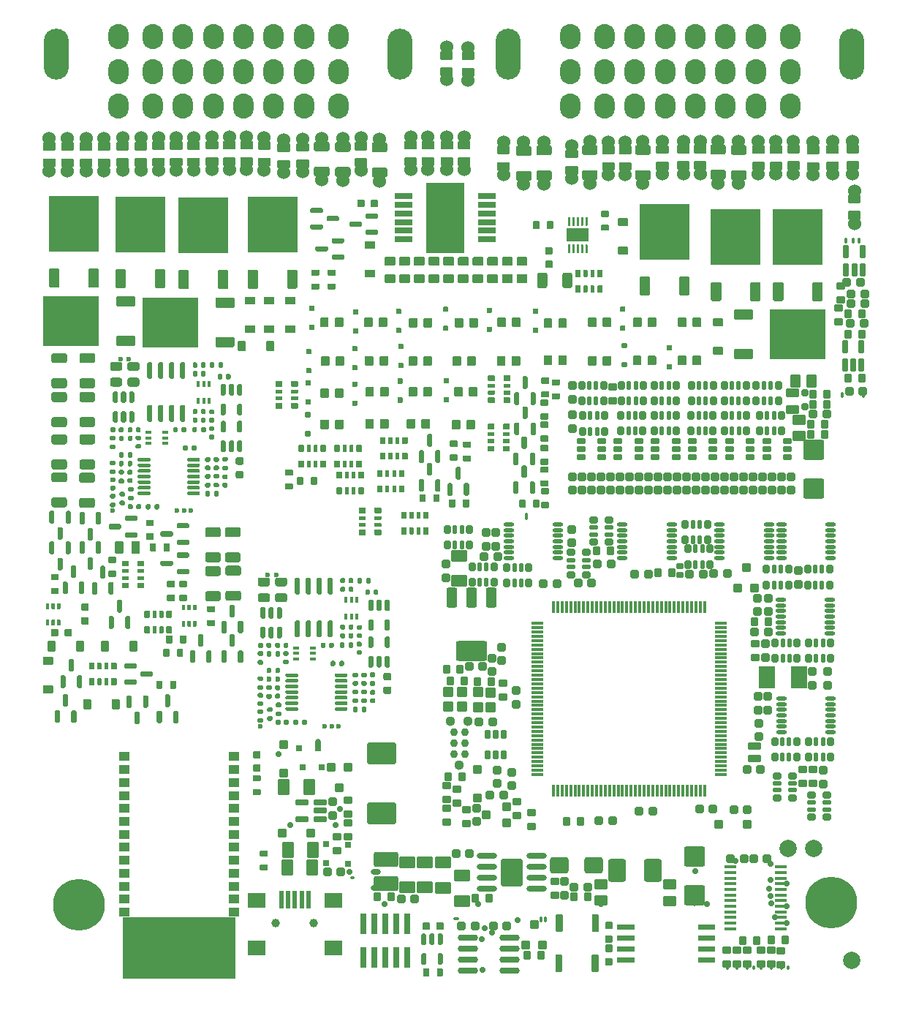
<source format=gts>
G75*
G70*
%OFA0B0*%
%FSLAX25Y25*%
%IPPOS*%
%LPD*%
%AMOC8*
5,1,8,0,0,1.08239X$1,22.5*
%
%AMM123*
21,1,0.076380,0.036220,-0.000000,0.000000,90.000000*
21,1,0.061810,0.050790,-0.000000,0.000000,90.000000*
1,1,0.014570,0.018110,0.030910*
1,1,0.014570,0.018110,-0.030910*
1,1,0.014570,-0.018110,-0.030910*
1,1,0.014570,-0.018110,0.030910*
%
%AMM124*
21,1,0.038980,0.026770,-0.000000,0.000000,270.000000*
21,1,0.026770,0.038980,-0.000000,0.000000,270.000000*
1,1,0.012210,-0.013390,-0.013390*
1,1,0.012210,-0.013390,0.013390*
1,1,0.012210,0.013390,0.013390*
1,1,0.012210,0.013390,-0.013390*
%
%AMM125*
21,1,0.040950,0.030320,-0.000000,0.000000,180.000000*
21,1,0.028350,0.042910,-0.000000,0.000000,180.000000*
1,1,0.012600,-0.014170,0.015160*
1,1,0.012600,0.014170,0.015160*
1,1,0.012600,0.014170,-0.015160*
1,1,0.012600,-0.014170,-0.015160*
%
%AMM126*
21,1,0.027170,0.052760,-0.000000,0.000000,90.000000*
21,1,0.017320,0.062600,-0.000000,0.000000,90.000000*
1,1,0.009840,0.026380,0.008660*
1,1,0.009840,0.026380,-0.008660*
1,1,0.009840,-0.026380,-0.008660*
1,1,0.009840,-0.026380,0.008660*
%
%AMM127*
21,1,0.100000,0.111020,-0.000000,0.000000,270.000000*
21,1,0.075590,0.135430,-0.000000,0.000000,270.000000*
1,1,0.024410,-0.055510,-0.037800*
1,1,0.024410,-0.055510,0.037800*
1,1,0.024410,0.055510,0.037800*
1,1,0.024410,0.055510,-0.037800*
%
%AMM128*
21,1,0.029130,0.018900,-0.000000,0.000000,0.000000*
21,1,0.018900,0.029130,-0.000000,0.000000,0.000000*
1,1,0.010240,0.009450,-0.009450*
1,1,0.010240,-0.009450,-0.009450*
1,1,0.010240,-0.009450,0.009450*
1,1,0.010240,0.009450,0.009450*
%
%AMM129*
21,1,0.041340,0.026770,-0.000000,0.000000,90.000000*
21,1,0.029130,0.038980,-0.000000,0.000000,90.000000*
1,1,0.012210,0.013390,0.014570*
1,1,0.012210,0.013390,-0.014570*
1,1,0.012210,-0.013390,-0.014570*
1,1,0.012210,-0.013390,0.014570*
%
%AMM130*
21,1,0.029130,0.018900,-0.000000,0.000000,270.000000*
21,1,0.018900,0.029130,-0.000000,0.000000,270.000000*
1,1,0.010240,-0.009450,-0.009450*
1,1,0.010240,-0.009450,0.009450*
1,1,0.010240,0.009450,0.009450*
1,1,0.010240,0.009450,-0.009450*
%
%AMM131*
21,1,0.033070,0.030710,-0.000000,0.000000,90.000000*
21,1,0.022050,0.041730,-0.000000,0.000000,90.000000*
1,1,0.011020,0.015350,0.011020*
1,1,0.011020,0.015350,-0.011020*
1,1,0.011020,-0.015350,-0.011020*
1,1,0.011020,-0.015350,0.011020*
%
%AMM132*
21,1,0.038980,0.026770,-0.000000,0.000000,180.000000*
21,1,0.026770,0.038980,-0.000000,0.000000,180.000000*
1,1,0.012210,-0.013390,0.013390*
1,1,0.012210,0.013390,0.013390*
1,1,0.012210,0.013390,-0.013390*
1,1,0.012210,-0.013390,-0.013390*
%
%AMM133*
21,1,0.041340,0.026770,-0.000000,0.000000,180.000000*
21,1,0.029130,0.038980,-0.000000,0.000000,180.000000*
1,1,0.012210,-0.014570,0.013390*
1,1,0.012210,0.014570,0.013390*
1,1,0.012210,0.014570,-0.013390*
1,1,0.012210,-0.014570,-0.013390*
%
%AMM147*
21,1,0.033070,0.030710,-0.000000,0.000000,270.000000*
21,1,0.022050,0.041730,-0.000000,0.000000,270.000000*
1,1,0.011020,-0.015350,-0.011020*
1,1,0.011020,-0.015350,0.011020*
1,1,0.011020,0.015350,0.011020*
1,1,0.011020,0.015350,-0.011020*
%
%AMM148*
21,1,0.038980,0.026770,-0.000000,0.000000,0.000000*
21,1,0.026770,0.038980,-0.000000,0.000000,0.000000*
1,1,0.012210,0.013390,-0.013390*
1,1,0.012210,-0.013390,-0.013390*
1,1,0.012210,-0.013390,0.013390*
1,1,0.012210,0.013390,0.013390*
%
%AMM165*
21,1,0.044880,0.049210,-0.000000,-0.000000,270.000000*
21,1,0.031500,0.062600,-0.000000,-0.000000,270.000000*
1,1,0.013390,-0.024610,-0.015750*
1,1,0.013390,-0.024610,0.015750*
1,1,0.013390,0.024610,0.015750*
1,1,0.013390,0.024610,-0.015750*
%
%AMM166*
21,1,0.111810,0.050390,-0.000000,-0.000000,180.000000*
21,1,0.093700,0.068500,-0.000000,-0.000000,180.000000*
1,1,0.018110,-0.046850,0.025200*
1,1,0.018110,0.046850,0.025200*
1,1,0.018110,0.046850,-0.025200*
1,1,0.018110,-0.046850,-0.025200*
%
%AMM167*
21,1,0.080320,0.083460,-0.000000,-0.000000,0.000000*
21,1,0.059840,0.103940,-0.000000,-0.000000,0.000000*
1,1,0.020470,0.029920,-0.041730*
1,1,0.020470,-0.029920,-0.041730*
1,1,0.020470,-0.029920,0.041730*
1,1,0.020470,0.029920,0.041730*
%
%AMM168*
21,1,0.033070,0.030710,-0.000000,-0.000000,0.000000*
21,1,0.022050,0.041730,-0.000000,-0.000000,0.000000*
1,1,0.011020,0.011020,-0.015350*
1,1,0.011020,-0.011020,-0.015350*
1,1,0.011020,-0.011020,0.015350*
1,1,0.011020,0.011020,0.015350*
%
%AMM169*
21,1,0.038980,0.026770,-0.000000,-0.000000,0.000000*
21,1,0.026770,0.038980,-0.000000,-0.000000,0.000000*
1,1,0.012210,0.013390,-0.013390*
1,1,0.012210,-0.013390,-0.013390*
1,1,0.012210,-0.013390,0.013390*
1,1,0.012210,0.013390,0.013390*
%
%AMM170*
21,1,0.038980,0.026770,-0.000000,-0.000000,90.000000*
21,1,0.026770,0.038980,-0.000000,-0.000000,90.000000*
1,1,0.012210,0.013390,0.013390*
1,1,0.012210,0.013390,-0.013390*
1,1,0.012210,-0.013390,-0.013390*
1,1,0.012210,-0.013390,0.013390*
%
%AMM171*
21,1,0.127560,0.075590,-0.000000,-0.000000,90.000000*
21,1,0.103150,0.100000,-0.000000,-0.000000,90.000000*
1,1,0.024410,0.037800,0.051580*
1,1,0.024410,0.037800,-0.051580*
1,1,0.024410,-0.037800,-0.051580*
1,1,0.024410,-0.037800,0.051580*
%
%AMM172*
21,1,0.084250,0.053540,-0.000000,-0.000000,0.000000*
21,1,0.065350,0.072440,-0.000000,-0.000000,0.000000*
1,1,0.018900,0.032680,-0.026770*
1,1,0.018900,-0.032680,-0.026770*
1,1,0.018900,-0.032680,0.026770*
1,1,0.018900,0.032680,0.026770*
%
%AMM173*
21,1,0.076380,0.036220,-0.000000,-0.000000,0.000000*
21,1,0.061810,0.050790,-0.000000,-0.000000,0.000000*
1,1,0.014570,0.030910,-0.018110*
1,1,0.014570,-0.030910,-0.018110*
1,1,0.014570,-0.030910,0.018110*
1,1,0.014570,0.030910,0.018110*
%
%AMM174*
21,1,0.092130,0.073230,-0.000000,-0.000000,270.000000*
21,1,0.069290,0.096060,-0.000000,-0.000000,270.000000*
1,1,0.022840,-0.036610,-0.034650*
1,1,0.022840,-0.036610,0.034650*
1,1,0.022840,0.036610,0.034650*
1,1,0.022840,0.036610,-0.034650*
%
%AMM175*
21,1,0.033070,0.030710,-0.000000,-0.000000,270.000000*
21,1,0.022050,0.041730,-0.000000,-0.000000,270.000000*
1,1,0.011020,-0.015350,-0.011020*
1,1,0.011020,-0.015350,0.011020*
1,1,0.011020,0.015350,0.011020*
1,1,0.011020,0.015350,-0.011020*
%
%AMM205*
21,1,0.040950,0.050000,-0.000000,-0.000000,90.000000*
21,1,0.028350,0.062600,-0.000000,-0.000000,90.000000*
1,1,0.012600,0.025000,0.014170*
1,1,0.012600,0.025000,-0.014170*
1,1,0.012600,-0.025000,-0.014170*
1,1,0.012600,-0.025000,0.014170*
%
%AMM206*
21,1,0.092130,0.073230,-0.000000,-0.000000,90.000000*
21,1,0.069290,0.096060,-0.000000,-0.000000,90.000000*
1,1,0.022840,0.036610,0.034650*
1,1,0.022840,0.036610,-0.034650*
1,1,0.022840,-0.036610,-0.034650*
1,1,0.022840,-0.036610,0.034650*
%
%AMM207*
21,1,0.044880,0.049210,-0.000000,-0.000000,0.000000*
21,1,0.031500,0.062600,-0.000000,-0.000000,0.000000*
1,1,0.013390,0.015750,-0.024610*
1,1,0.013390,-0.015750,-0.024610*
1,1,0.013390,-0.015750,0.024610*
1,1,0.013390,0.015750,0.024610*
%
%AMM208*
21,1,0.029130,0.030710,-0.000000,-0.000000,270.000000*
21,1,0.018900,0.040950,-0.000000,-0.000000,270.000000*
1,1,0.010240,-0.015350,-0.009450*
1,1,0.010240,-0.015350,0.009450*
1,1,0.010240,0.015350,0.009450*
1,1,0.010240,0.015350,-0.009450*
%
%AMM209*
21,1,0.031100,0.026380,-0.000000,-0.000000,180.000000*
21,1,0.020470,0.037010,-0.000000,-0.000000,180.000000*
1,1,0.010630,-0.010240,0.013190*
1,1,0.010630,0.010240,0.013190*
1,1,0.010630,0.010240,-0.013190*
1,1,0.010630,-0.010240,-0.013190*
%
%AMM21*
21,1,0.033070,0.030710,0.000000,0.000000,0.000000*
21,1,0.022050,0.041730,0.000000,0.000000,0.000000*
1,1,0.011020,0.011020,-0.015350*
1,1,0.011020,-0.011020,-0.015350*
1,1,0.011020,-0.011020,0.015350*
1,1,0.011020,0.011020,0.015350*
%
%AMM210*
21,1,0.023230,0.027950,-0.000000,-0.000000,180.000000*
21,1,0.014170,0.037010,-0.000000,-0.000000,180.000000*
1,1,0.009060,-0.007090,0.013980*
1,1,0.009060,0.007090,0.013980*
1,1,0.009060,0.007090,-0.013980*
1,1,0.009060,-0.007090,-0.013980*
%
%AMM211*
21,1,0.033070,0.030710,-0.000000,-0.000000,180.000000*
21,1,0.022050,0.041730,-0.000000,-0.000000,180.000000*
1,1,0.011020,-0.011020,0.015350*
1,1,0.011020,0.011020,0.015350*
1,1,0.011020,0.011020,-0.015350*
1,1,0.011020,-0.011020,-0.015350*
%
%AMM241*
21,1,0.033070,0.030710,-0.000000,0.000000,0.000000*
21,1,0.022050,0.041730,-0.000000,0.000000,0.000000*
1,1,0.011020,0.011020,-0.015350*
1,1,0.011020,-0.011020,-0.015350*
1,1,0.011020,-0.011020,0.015350*
1,1,0.011020,0.011020,0.015350*
%
%AMM286*
21,1,0.076380,0.036220,-0.000000,-0.000000,180.000000*
21,1,0.061810,0.050790,-0.000000,-0.000000,180.000000*
1,1,0.014570,-0.030910,0.018110*
1,1,0.014570,0.030910,0.018110*
1,1,0.014570,0.030910,-0.018110*
1,1,0.014570,-0.030910,-0.018110*
%
%AMM287*
21,1,0.033070,0.030710,-0.000000,-0.000000,90.000000*
21,1,0.022050,0.041730,-0.000000,-0.000000,90.000000*
1,1,0.011020,0.015350,0.011020*
1,1,0.011020,0.015350,-0.011020*
1,1,0.011020,-0.015350,-0.011020*
1,1,0.011020,-0.015350,0.011020*
%
%AMM288*
21,1,0.038980,0.026770,-0.000000,-0.000000,270.000000*
21,1,0.026770,0.038980,-0.000000,-0.000000,270.000000*
1,1,0.012210,-0.013390,-0.013390*
1,1,0.012210,-0.013390,0.013390*
1,1,0.012210,0.013390,0.013390*
1,1,0.012210,0.013390,-0.013390*
%
%AMM289*
21,1,0.015350,0.017720,-0.000000,-0.000000,0.000000*
21,1,0.000000,0.033070,-0.000000,-0.000000,0.000000*
1,1,0.015350,-0.000000,-0.008860*
1,1,0.015350,-0.000000,-0.008860*
1,1,0.015350,-0.000000,0.008860*
1,1,0.015350,-0.000000,0.008860*
%
%AMM290*
21,1,0.029130,0.030710,-0.000000,-0.000000,0.000000*
21,1,0.018900,0.040950,-0.000000,-0.000000,0.000000*
1,1,0.010240,0.009450,-0.015350*
1,1,0.010240,-0.009450,-0.015350*
1,1,0.010240,-0.009450,0.015350*
1,1,0.010240,0.009450,0.015350*
%
%AMM291*
21,1,0.033070,0.018900,-0.000000,-0.000000,0.000000*
21,1,0.022840,0.029130,-0.000000,-0.000000,0.000000*
1,1,0.010240,0.011420,-0.009450*
1,1,0.010240,-0.011420,-0.009450*
1,1,0.010240,-0.011420,0.009450*
1,1,0.010240,0.011420,0.009450*
%
%AMM292*
21,1,0.143310,0.067720,-0.000000,-0.000000,180.000000*
21,1,0.120870,0.090160,-0.000000,-0.000000,180.000000*
1,1,0.022440,-0.060430,0.033860*
1,1,0.022440,0.060430,0.033860*
1,1,0.022440,0.060430,-0.033860*
1,1,0.022440,-0.060430,-0.033860*
%
%AMM293*
21,1,0.048820,0.075980,-0.000000,-0.000000,180.000000*
21,1,0.034650,0.090160,-0.000000,-0.000000,180.000000*
1,1,0.014170,-0.017320,0.037990*
1,1,0.014170,0.017320,0.037990*
1,1,0.014170,0.017320,-0.037990*
1,1,0.014170,-0.017320,-0.037990*
%
%AMM294*
21,1,0.048820,0.075990,-0.000000,-0.000000,180.000000*
21,1,0.034650,0.090160,-0.000000,-0.000000,180.000000*
1,1,0.014170,-0.017320,0.037990*
1,1,0.014170,0.017320,0.037990*
1,1,0.014170,0.017320,-0.037990*
1,1,0.014170,-0.017320,-0.037990*
%
%AMM295*
21,1,0.044880,0.035430,-0.000000,-0.000000,90.000000*
21,1,0.031500,0.048820,-0.000000,-0.000000,90.000000*
1,1,0.013390,0.017720,0.015750*
1,1,0.013390,0.017720,-0.015750*
1,1,0.013390,-0.017720,-0.015750*
1,1,0.013390,-0.017720,0.015750*
%
%AMM296*
21,1,0.040950,0.030320,-0.000000,-0.000000,90.000000*
21,1,0.028350,0.042910,-0.000000,-0.000000,90.000000*
1,1,0.012600,0.015160,0.014170*
1,1,0.012600,0.015160,-0.014170*
1,1,0.012600,-0.015160,-0.014170*
1,1,0.012600,-0.015160,0.014170*
%
%AMM297*
21,1,0.041340,0.026770,-0.000000,-0.000000,90.000000*
21,1,0.029130,0.038980,-0.000000,-0.000000,90.000000*
1,1,0.012210,0.013390,0.014570*
1,1,0.012210,0.013390,-0.014570*
1,1,0.012210,-0.013390,-0.014570*
1,1,0.012210,-0.013390,0.014570*
%
%AMM298*
21,1,0.040950,0.030320,-0.000000,-0.000000,0.000000*
21,1,0.028350,0.042910,-0.000000,-0.000000,0.000000*
1,1,0.012600,0.014170,-0.015160*
1,1,0.012600,-0.014170,-0.015160*
1,1,0.012600,-0.014170,0.015160*
1,1,0.012600,0.014170,0.015160*
%
%AMM299*
21,1,0.031100,0.026380,-0.000000,-0.000000,90.000000*
21,1,0.020470,0.037010,-0.000000,-0.000000,90.000000*
1,1,0.010630,0.013190,0.010240*
1,1,0.010630,0.013190,-0.010240*
1,1,0.010630,-0.013190,-0.010240*
1,1,0.010630,-0.013190,0.010240*
%
%AMM300*
21,1,0.023230,0.027950,-0.000000,-0.000000,90.000000*
21,1,0.014170,0.037010,-0.000000,-0.000000,90.000000*
1,1,0.009060,0.013980,0.007090*
1,1,0.009060,0.013980,-0.007090*
1,1,0.009060,-0.013980,-0.007090*
1,1,0.009060,-0.013980,0.007090*
%
%AMM301*
21,1,0.033070,0.049610,-0.000000,-0.000000,90.000000*
21,1,0.022050,0.060630,-0.000000,-0.000000,90.000000*
1,1,0.011020,0.024800,0.011020*
1,1,0.011020,0.024800,-0.011020*
1,1,0.011020,-0.024800,-0.011020*
1,1,0.011020,-0.024800,0.011020*
%
%AMM302*
21,1,0.041340,0.026770,-0.000000,-0.000000,0.000000*
21,1,0.029130,0.038980,-0.000000,-0.000000,0.000000*
1,1,0.012210,0.014570,-0.013390*
1,1,0.012210,-0.014570,-0.013390*
1,1,0.012210,-0.014570,0.013390*
1,1,0.012210,0.014570,0.013390*
%
%AMM309*
21,1,0.038980,0.026770,-0.000000,-0.000000,180.000000*
21,1,0.026770,0.038980,-0.000000,-0.000000,180.000000*
1,1,0.012210,-0.013390,0.013390*
1,1,0.012210,0.013390,0.013390*
1,1,0.012210,0.013390,-0.013390*
1,1,0.012210,-0.013390,-0.013390*
%
%AMM311*
21,1,0.027170,0.052760,-0.000000,0.000000,0.000000*
21,1,0.017320,0.062600,-0.000000,0.000000,0.000000*
1,1,0.009840,0.008660,-0.026380*
1,1,0.009840,-0.008660,-0.026380*
1,1,0.009840,-0.008660,0.026380*
1,1,0.009840,0.008660,0.026380*
%
%AMM47*
21,1,0.038980,0.026770,0.000000,0.000000,0.000000*
21,1,0.026770,0.038980,0.000000,0.000000,0.000000*
1,1,0.012210,0.013390,-0.013390*
1,1,0.012210,-0.013390,-0.013390*
1,1,0.012210,-0.013390,0.013390*
1,1,0.012210,0.013390,0.013390*
%
%AMM48*
21,1,0.033070,0.030710,0.000000,0.000000,270.000000*
21,1,0.022050,0.041730,0.000000,0.000000,270.000000*
1,1,0.011020,-0.015350,-0.011020*
1,1,0.011020,-0.015350,0.011020*
1,1,0.011020,0.015350,0.011020*
1,1,0.011020,0.015350,-0.011020*
%
%ADD10R,0.10236X0.05906*%
%ADD11C,0.02362*%
%ADD112O,0.04488X0.02520*%
%ADD118M21*%
%ADD121C,0.02913*%
%ADD14O,0.00787X0.01575*%
%ADD141O,0.09213X0.02520*%
%ADD147O,0.02520X0.04488*%
%ADD148R,0.02559X0.01575*%
%ADD15C,0.06000*%
%ADD155R,0.01575X0.02559*%
%ADD16C,0.23622*%
%ADD162O,0.01339X0.02126*%
%ADD163O,0.05512X0.01535*%
%ADD164M47*%
%ADD165M48*%
%ADD17C,0.07874*%
%ADD178C,0.03701*%
%ADD18R,0.22835X0.25197*%
%ADD21R,0.01969X0.07874*%
%ADD22R,0.07874X0.06693*%
%ADD220O,0.05669X0.01417*%
%ADD221O,0.01417X0.05669*%
%ADD226O,0.04882X0.01732*%
%ADD229R,0.07244X0.10000*%
%ADD23R,0.25197X0.22835*%
%ADD234C,0.03651*%
%ADD237C,0.04451*%
%ADD24R,0.07874X0.02559*%
%ADD245O,0.02520X0.01535*%
%ADD246O,0.01535X0.02520*%
%ADD247O,0.09213X0.02913*%
%ADD25R,0.17717X0.31890*%
%ADD26O,0.00984X0.01969*%
%ADD265M123*%
%ADD266M124*%
%ADD267M125*%
%ADD268M126*%
%ADD269O,0.02520X0.01339*%
%ADD270M127*%
%ADD271M128*%
%ADD272M129*%
%ADD273M130*%
%ADD274M131*%
%ADD275M132*%
%ADD276M133*%
%ADD29O,0.01969X0.00984*%
%ADD297M147*%
%ADD298M148*%
%ADD316M165*%
%ADD317M166*%
%ADD318M167*%
%ADD319M168*%
%ADD32O,0.01969X0.03937*%
%ADD320M169*%
%ADD321M170*%
%ADD322M171*%
%ADD323M172*%
%ADD324M173*%
%ADD325M174*%
%ADD326M175*%
%ADD356M205*%
%ADD357M206*%
%ADD358M207*%
%ADD359M208*%
%ADD360M209*%
%ADD361M210*%
%ADD362M211*%
%ADD38O,0.01969X0.00787*%
%ADD394M241*%
%ADD441M286*%
%ADD442M287*%
%ADD443M288*%
%ADD444M289*%
%ADD445M290*%
%ADD446M291*%
%ADD447M292*%
%ADD448M293*%
%ADD449M294*%
%ADD450M295*%
%ADD451M296*%
%ADD452M297*%
%ADD453M298*%
%ADD454M299*%
%ADD455M300*%
%ADD456M301*%
%ADD457M302*%
%ADD46R,0.05118X0.03937*%
%ADD470M309*%
%ADD472M311*%
%ADD50O,0.03937X0.01969*%
%ADD54R,0.02913X0.09449*%
%ADD55C,0.03937*%
%ADD67C,0.00472*%
%ADD68O,0.11417X0.23228*%
%ADD69O,0.09449X0.11417*%
X0000000Y0000000D02*
%LPD*%
G01*
D67*
X0038780Y0000787D02*
X0038780Y0028346D01*
X0038780Y0028346D02*
X0089961Y0028346D01*
X0089961Y0028346D02*
X0089961Y0000787D01*
X0089961Y0000787D02*
X0038780Y0000787D01*
G36*
X0089961Y0000787D02*
G01*
X0038780Y0000787D01*
X0038780Y0028346D01*
X0089961Y0028346D01*
X0089961Y0000787D01*
G37*
X0089961Y0000787D02*
X0038780Y0000787D01*
X0038780Y0028346D01*
X0089961Y0028346D01*
X0089961Y0000787D01*
D10*
X0246260Y0339134D03*
G36*
G01*
X0242569Y0343268D02*
X0242077Y0343268D01*
G75*
G02*
X0241831Y0343514I0000000J0000246D01*
G01*
X0241831Y0347156D01*
G75*
G02*
X0242077Y0347402I0000246J0000000D01*
G01*
X0242569Y0347402D01*
G75*
G02*
X0242815Y0347156I0000000J-000246D01*
G01*
X0242815Y0343514D01*
G75*
G02*
X0242569Y0343268I-000246J0000000D01*
G01*
G37*
G36*
G01*
X0244537Y0343268D02*
X0244045Y0343268D01*
G75*
G02*
X0243799Y0343514I0000000J0000246D01*
G01*
X0243799Y0347156D01*
G75*
G02*
X0244045Y0347402I0000246J0000000D01*
G01*
X0244537Y0347402D01*
G75*
G02*
X0244783Y0347156I0000000J-000246D01*
G01*
X0244783Y0343514D01*
G75*
G02*
X0244537Y0343268I-000246J0000000D01*
G01*
G37*
G36*
G01*
X0246506Y0343268D02*
X0246014Y0343268D01*
G75*
G02*
X0245768Y0343514I0000000J0000246D01*
G01*
X0245768Y0347156D01*
G75*
G02*
X0246014Y0347402I0000246J0000000D01*
G01*
X0246506Y0347402D01*
G75*
G02*
X0246752Y0347156I0000000J-000246D01*
G01*
X0246752Y0343514D01*
G75*
G02*
X0246506Y0343268I-000246J0000000D01*
G01*
G37*
G36*
G01*
X0248474Y0343268D02*
X0247982Y0343268D01*
G75*
G02*
X0247736Y0343514I0000000J0000246D01*
G01*
X0247736Y0347156D01*
G75*
G02*
X0247982Y0347402I0000246J0000000D01*
G01*
X0248474Y0347402D01*
G75*
G02*
X0248720Y0347156I0000000J-000246D01*
G01*
X0248720Y0343514D01*
G75*
G02*
X0248474Y0343268I-000246J0000000D01*
G01*
G37*
G36*
G01*
X0250443Y0343268D02*
X0249951Y0343268D01*
G75*
G02*
X0249705Y0343514I0000000J0000246D01*
G01*
X0249705Y0347156D01*
G75*
G02*
X0249951Y0347402I0000246J0000000D01*
G01*
X0250443Y0347402D01*
G75*
G02*
X0250689Y0347156I0000000J-000246D01*
G01*
X0250689Y0343514D01*
G75*
G02*
X0250443Y0343268I-000246J0000000D01*
G01*
G37*
G36*
G01*
X0250443Y0330866D02*
X0249951Y0330866D01*
G75*
G02*
X0249705Y0331112I0000000J0000246D01*
G01*
X0249705Y0334754D01*
G75*
G02*
X0249951Y0335000I0000246J0000000D01*
G01*
X0250443Y0335000D01*
G75*
G02*
X0250689Y0334754I0000000J-000246D01*
G01*
X0250689Y0331112D01*
G75*
G02*
X0250443Y0330866I-000246J0000000D01*
G01*
G37*
G36*
G01*
X0248474Y0330866D02*
X0247982Y0330866D01*
G75*
G02*
X0247736Y0331112I0000000J0000246D01*
G01*
X0247736Y0334754D01*
G75*
G02*
X0247982Y0335000I0000246J0000000D01*
G01*
X0248474Y0335000D01*
G75*
G02*
X0248720Y0334754I0000000J-000246D01*
G01*
X0248720Y0331112D01*
G75*
G02*
X0248474Y0330866I-000246J0000000D01*
G01*
G37*
G36*
G01*
X0246506Y0330866D02*
X0246014Y0330866D01*
G75*
G02*
X0245768Y0331112I0000000J0000246D01*
G01*
X0245768Y0334754D01*
G75*
G02*
X0246014Y0335000I0000246J0000000D01*
G01*
X0246506Y0335000D01*
G75*
G02*
X0246752Y0334754I0000000J-000246D01*
G01*
X0246752Y0331112D01*
G75*
G02*
X0246506Y0330866I-000246J0000000D01*
G01*
G37*
G36*
G01*
X0244537Y0330866D02*
X0244045Y0330866D01*
G75*
G02*
X0243799Y0331112I0000000J0000246D01*
G01*
X0243799Y0334754D01*
G75*
G02*
X0244045Y0335000I0000246J0000000D01*
G01*
X0244537Y0335000D01*
G75*
G02*
X0244783Y0334754I0000000J-000246D01*
G01*
X0244783Y0331112D01*
G75*
G02*
X0244537Y0330866I-000246J0000000D01*
G01*
G37*
G36*
G01*
X0242569Y0330866D02*
X0242077Y0330866D01*
G75*
G02*
X0241831Y0331112I0000000J0000246D01*
G01*
X0241831Y0334754D01*
G75*
G02*
X0242077Y0335000I0000246J0000000D01*
G01*
X0242569Y0335000D01*
G75*
G02*
X0242815Y0334754I0000000J-000246D01*
G01*
X0242815Y0331112D01*
G75*
G02*
X0242569Y0330866I-000246J0000000D01*
G01*
G37*
D14*
X0342145Y0005415D03*
X0339153Y0005415D03*
X0334527Y0005415D03*
X0329901Y0005415D03*
X0326594Y0005415D03*
X0323641Y0005415D03*
X0319015Y0005415D03*
X0314389Y0005415D03*
D11*
X0334232Y0045177D03*
X0341456Y0043504D03*
X0333385Y0041339D03*
X0334232Y0037894D03*
X0334527Y0034547D03*
X0341456Y0033268D03*
X0336299Y0028150D03*
X0341456Y0025591D03*
X0318129Y0053839D03*
X0334173Y0052657D03*
G36*
G01*
X0098858Y0294508D02*
X0094843Y0294508D01*
G75*
G02*
X0094488Y0294862I0000000J0000354D01*
G01*
X0094488Y0297697D01*
G75*
G02*
X0094843Y0298051I0000354J0000000D01*
G01*
X0098858Y0298051D01*
G75*
G02*
X0099213Y0297697I0000000J-000354D01*
G01*
X0099213Y0294862D01*
G75*
G02*
X0098858Y0294508I-000354J0000000D01*
G01*
G37*
G36*
G01*
X0098858Y0307500D02*
X0094843Y0307500D01*
G75*
G02*
X0094488Y0307854I0000000J0000354D01*
G01*
X0094488Y0310689D01*
G75*
G02*
X0094843Y0311043I0000354J0000000D01*
G01*
X0098858Y0311043D01*
G75*
G02*
X0099213Y0310689I0000000J-000354D01*
G01*
X0099213Y0307854D01*
G75*
G02*
X0098858Y0307500I-000354J0000000D01*
G01*
G37*
G36*
G01*
X0304626Y0368898D02*
X0299705Y0368898D01*
G75*
G02*
X0299311Y0369291I0000000J0000394D01*
G01*
X0299311Y0372441D01*
G75*
G02*
X0299705Y0372835I0000394J0000000D01*
G01*
X0304626Y0372835D01*
G75*
G02*
X0305020Y0372441I0000000J-000394D01*
G01*
X0305020Y0369291D01*
G75*
G02*
X0304626Y0368898I-000394J0000000D01*
G01*
G37*
D15*
X0302165Y0367106D03*
G36*
G01*
X0304626Y0376378D02*
X0299705Y0376378D01*
G75*
G02*
X0299311Y0376772I0000000J0000394D01*
G01*
X0299311Y0379921D01*
G75*
G02*
X0299705Y0380315I0000394J0000000D01*
G01*
X0304626Y0380315D01*
G75*
G02*
X0305020Y0379921I0000000J-000394D01*
G01*
X0305020Y0376772D01*
G75*
G02*
X0304626Y0376378I-000394J0000000D01*
G01*
G37*
X0302165Y0382106D03*
G36*
G01*
X0261772Y0016634D02*
X0259094Y0016634D01*
G75*
G02*
X0258760Y0016968I0000000J0000335D01*
G01*
X0258760Y0019646D01*
G75*
G02*
X0259094Y0019980I0000335J0000000D01*
G01*
X0261772Y0019980D01*
G75*
G02*
X0262106Y0019646I0000000J-000335D01*
G01*
X0262106Y0016968D01*
G75*
G02*
X0261772Y0016634I-000335J0000000D01*
G01*
G37*
G36*
G01*
X0261772Y0022854D02*
X0259094Y0022854D01*
G75*
G02*
X0258760Y0023189I0000000J0000335D01*
G01*
X0258760Y0025866D01*
G75*
G02*
X0259094Y0026201I0000335J0000000D01*
G01*
X0261772Y0026201D01*
G75*
G02*
X0262106Y0025866I0000000J-000335D01*
G01*
X0262106Y0023189D01*
G75*
G02*
X0261772Y0022854I-000335J0000000D01*
G01*
G37*
G36*
G01*
X0049646Y0209449D02*
X0052717Y0209449D01*
G75*
G02*
X0052992Y0209173I0000000J-000276D01*
G01*
X0052992Y0206969D01*
G75*
G02*
X0052717Y0206693I-000276J0000000D01*
G01*
X0049646Y0206693D01*
G75*
G02*
X0049370Y0206969I0000000J0000276D01*
G01*
X0049370Y0209173D01*
G75*
G02*
X0049646Y0209449I0000276J0000000D01*
G01*
G37*
G36*
G01*
X0049646Y0203150D02*
X0052717Y0203150D01*
G75*
G02*
X0052992Y0202874I0000000J-000276D01*
G01*
X0052992Y0200669D01*
G75*
G02*
X0052717Y0200394I-000276J0000000D01*
G01*
X0049646Y0200394D01*
G75*
G02*
X0049370Y0200669I0000000J0000276D01*
G01*
X0049370Y0202874D01*
G75*
G02*
X0049646Y0203150I0000276J0000000D01*
G01*
G37*
G36*
G01*
X0101614Y0058661D02*
X0104685Y0058661D01*
G75*
G02*
X0104961Y0058386I0000000J-000276D01*
G01*
X0104961Y0056181D01*
G75*
G02*
X0104685Y0055906I-000276J0000000D01*
G01*
X0101614Y0055906D01*
G75*
G02*
X0101339Y0056181I0000000J0000276D01*
G01*
X0101339Y0058386D01*
G75*
G02*
X0101614Y0058661I0000276J0000000D01*
G01*
G37*
G36*
G01*
X0101614Y0052362D02*
X0104685Y0052362D01*
G75*
G02*
X0104961Y0052087I0000000J-000276D01*
G01*
X0104961Y0049882D01*
G75*
G02*
X0104685Y0049606I-000276J0000000D01*
G01*
X0101614Y0049606D01*
G75*
G02*
X0101339Y0049882I0000000J0000276D01*
G01*
X0101339Y0052087D01*
G75*
G02*
X0101614Y0052362I0000276J0000000D01*
G01*
G37*
G36*
G01*
X0136220Y0221319D02*
X0136220Y0223957D01*
G75*
G02*
X0136476Y0224213I0000256J0000000D01*
G01*
X0138524Y0224213D01*
G75*
G02*
X0138780Y0223957I0000000J-000256D01*
G01*
X0138780Y0221319D01*
G75*
G02*
X0138524Y0221063I-000256J0000000D01*
G01*
X0136476Y0221063D01*
G75*
G02*
X0136220Y0221319I0000000J0000256D01*
G01*
G37*
G36*
G01*
X0140059Y0221240D02*
X0140059Y0224035D01*
G75*
G02*
X0140236Y0224213I0000177J0000000D01*
G01*
X0141654Y0224213D01*
G75*
G02*
X0141831Y0224035I0000000J-000177D01*
G01*
X0141831Y0221240D01*
G75*
G02*
X0141654Y0221063I-000177J0000000D01*
G01*
X0140236Y0221063D01*
G75*
G02*
X0140059Y0221240I0000000J0000177D01*
G01*
G37*
G36*
G01*
X0143209Y0221240D02*
X0143209Y0224035D01*
G75*
G02*
X0143386Y0224213I0000177J0000000D01*
G01*
X0144803Y0224213D01*
G75*
G02*
X0144980Y0224035I0000000J-000177D01*
G01*
X0144980Y0221240D01*
G75*
G02*
X0144803Y0221063I-000177J0000000D01*
G01*
X0143386Y0221063D01*
G75*
G02*
X0143209Y0221240I0000000J0000177D01*
G01*
G37*
G36*
G01*
X0146260Y0221319D02*
X0146260Y0223957D01*
G75*
G02*
X0146516Y0224213I0000256J0000000D01*
G01*
X0148563Y0224213D01*
G75*
G02*
X0148819Y0223957I0000000J-000256D01*
G01*
X0148819Y0221319D01*
G75*
G02*
X0148563Y0221063I-000256J0000000D01*
G01*
X0146516Y0221063D01*
G75*
G02*
X0146260Y0221319I0000000J0000256D01*
G01*
G37*
G36*
G01*
X0146260Y0228406D02*
X0146260Y0231043D01*
G75*
G02*
X0146516Y0231299I0000256J0000000D01*
G01*
X0148563Y0231299D01*
G75*
G02*
X0148819Y0231043I0000000J-000256D01*
G01*
X0148819Y0228406D01*
G75*
G02*
X0148563Y0228150I-000256J0000000D01*
G01*
X0146516Y0228150D01*
G75*
G02*
X0146260Y0228406I0000000J0000256D01*
G01*
G37*
G36*
G01*
X0143209Y0228327D02*
X0143209Y0231122D01*
G75*
G02*
X0143386Y0231299I0000177J0000000D01*
G01*
X0144803Y0231299D01*
G75*
G02*
X0144980Y0231122I0000000J-000177D01*
G01*
X0144980Y0228327D01*
G75*
G02*
X0144803Y0228150I-000177J0000000D01*
G01*
X0143386Y0228150D01*
G75*
G02*
X0143209Y0228327I0000000J0000177D01*
G01*
G37*
G36*
G01*
X0140059Y0228327D02*
X0140059Y0231122D01*
G75*
G02*
X0140236Y0231299I0000177J0000000D01*
G01*
X0141654Y0231299D01*
G75*
G02*
X0141831Y0231122I0000000J-000177D01*
G01*
X0141831Y0228327D01*
G75*
G02*
X0141654Y0228150I-000177J0000000D01*
G01*
X0140236Y0228150D01*
G75*
G02*
X0140059Y0228327I0000000J0000177D01*
G01*
G37*
G36*
G01*
X0136220Y0228406D02*
X0136220Y0231043D01*
G75*
G02*
X0136476Y0231299I0000256J0000000D01*
G01*
X0138524Y0231299D01*
G75*
G02*
X0138780Y0231043I0000000J-000256D01*
G01*
X0138780Y0228406D01*
G75*
G02*
X0138524Y0228150I-000256J0000000D01*
G01*
X0136476Y0228150D01*
G75*
G02*
X0136220Y0228406I0000000J0000256D01*
G01*
G37*
G36*
G01*
X0199409Y0254528D02*
X0199409Y0250984D01*
G75*
G02*
X0199016Y0250591I-000394J0000000D01*
G01*
X0195866Y0250591D01*
G75*
G02*
X0195472Y0250984I0000000J0000394D01*
G01*
X0195472Y0254528D01*
G75*
G02*
X0195866Y0254921I0000394J0000000D01*
G01*
X0199016Y0254921D01*
G75*
G02*
X0199409Y0254528I0000000J-000394D01*
G01*
G37*
G36*
G01*
X0192717Y0254528D02*
X0192717Y0250984D01*
G75*
G02*
X0192323Y0250591I-000394J0000000D01*
G01*
X0189173Y0250591D01*
G75*
G02*
X0188780Y0250984I0000000J0000394D01*
G01*
X0188780Y0254528D01*
G75*
G02*
X0189173Y0254921I0000394J0000000D01*
G01*
X0192323Y0254921D01*
G75*
G02*
X0192717Y0254528I0000000J-000394D01*
G01*
G37*
G36*
G01*
X0215295Y0262598D02*
X0212657Y0262598D01*
G75*
G02*
X0212402Y0262854I0000000J0000256D01*
G01*
X0212402Y0264902D01*
G75*
G02*
X0212657Y0265157I0000256J0000000D01*
G01*
X0215295Y0265157D01*
G75*
G02*
X0215551Y0264902I0000000J-000256D01*
G01*
X0215551Y0262854D01*
G75*
G02*
X0215295Y0262598I-000256J0000000D01*
G01*
G37*
G36*
G01*
X0215374Y0266437D02*
X0212579Y0266437D01*
G75*
G02*
X0212402Y0266614I0000000J0000177D01*
G01*
X0212402Y0268031D01*
G75*
G02*
X0212579Y0268209I0000177J0000000D01*
G01*
X0215374Y0268209D01*
G75*
G02*
X0215551Y0268031I0000000J-000177D01*
G01*
X0215551Y0266614D01*
G75*
G02*
X0215374Y0266437I-000177J0000000D01*
G01*
G37*
G36*
G01*
X0215374Y0269587D02*
X0212579Y0269587D01*
G75*
G02*
X0212402Y0269764I0000000J0000177D01*
G01*
X0212402Y0271181D01*
G75*
G02*
X0212579Y0271358I0000177J0000000D01*
G01*
X0215374Y0271358D01*
G75*
G02*
X0215551Y0271181I0000000J-000177D01*
G01*
X0215551Y0269764D01*
G75*
G02*
X0215374Y0269587I-000177J0000000D01*
G01*
G37*
G36*
G01*
X0215295Y0272638D02*
X0212657Y0272638D01*
G75*
G02*
X0212402Y0272894I0000000J0000256D01*
G01*
X0212402Y0274941D01*
G75*
G02*
X0212657Y0275197I0000256J0000000D01*
G01*
X0215295Y0275197D01*
G75*
G02*
X0215551Y0274941I0000000J-000256D01*
G01*
X0215551Y0272894D01*
G75*
G02*
X0215295Y0272638I-000256J0000000D01*
G01*
G37*
G36*
G01*
X0208209Y0272638D02*
X0205571Y0272638D01*
G75*
G02*
X0205315Y0272894I0000000J0000256D01*
G01*
X0205315Y0274941D01*
G75*
G02*
X0205571Y0275197I0000256J0000000D01*
G01*
X0208209Y0275197D01*
G75*
G02*
X0208465Y0274941I0000000J-000256D01*
G01*
X0208465Y0272894D01*
G75*
G02*
X0208209Y0272638I-000256J0000000D01*
G01*
G37*
G36*
G01*
X0208287Y0269587D02*
X0205492Y0269587D01*
G75*
G02*
X0205315Y0269764I0000000J0000177D01*
G01*
X0205315Y0271181D01*
G75*
G02*
X0205492Y0271358I0000177J0000000D01*
G01*
X0208287Y0271358D01*
G75*
G02*
X0208465Y0271181I0000000J-000177D01*
G01*
X0208465Y0269764D01*
G75*
G02*
X0208287Y0269587I-000177J0000000D01*
G01*
G37*
G36*
G01*
X0208287Y0266437D02*
X0205492Y0266437D01*
G75*
G02*
X0205315Y0266614I0000000J0000177D01*
G01*
X0205315Y0268031D01*
G75*
G02*
X0205492Y0268209I0000177J0000000D01*
G01*
X0208287Y0268209D01*
G75*
G02*
X0208465Y0268031I0000000J-000177D01*
G01*
X0208465Y0266614D01*
G75*
G02*
X0208287Y0266437I-000177J0000000D01*
G01*
G37*
G36*
G01*
X0208209Y0262598D02*
X0205571Y0262598D01*
G75*
G02*
X0205315Y0262854I0000000J0000256D01*
G01*
X0205315Y0264902D01*
G75*
G02*
X0205571Y0265157I0000256J0000000D01*
G01*
X0208209Y0265157D01*
G75*
G02*
X0208465Y0264902I0000000J-000256D01*
G01*
X0208465Y0262854D01*
G75*
G02*
X0208209Y0262598I-000256J0000000D01*
G01*
G37*
G36*
G01*
X0265551Y0295715D02*
X0265551Y0297604D01*
G75*
G02*
X0265787Y0297841I0000236J0000000D01*
G01*
X0267677Y0297841D01*
G75*
G02*
X0267913Y0297604I0000000J-000236D01*
G01*
X0267913Y0295715D01*
G75*
G02*
X0267677Y0295478I-000236J0000000D01*
G01*
X0265787Y0295478D01*
G75*
G02*
X0265551Y0295715I0000000J0000236D01*
G01*
G37*
G36*
G01*
X0265551Y0304376D02*
X0265551Y0306266D01*
G75*
G02*
X0265787Y0306502I0000236J0000000D01*
G01*
X0267677Y0306502D01*
G75*
G02*
X0267913Y0306266I0000000J-000236D01*
G01*
X0267913Y0304376D01*
G75*
G02*
X0267677Y0304140I-000236J0000000D01*
G01*
X0265787Y0304140D01*
G75*
G02*
X0265551Y0304376I0000000J0000236D01*
G01*
G37*
G36*
G01*
X0098661Y0104075D02*
X0101339Y0104075D01*
G75*
G02*
X0101673Y0103740I0000000J-000335D01*
G01*
X0101673Y0101063D01*
G75*
G02*
X0101339Y0100728I-000335J0000000D01*
G01*
X0098661Y0100728D01*
G75*
G02*
X0098327Y0101063I0000000J0000335D01*
G01*
X0098327Y0103740D01*
G75*
G02*
X0098661Y0104075I0000335J0000000D01*
G01*
G37*
G36*
G01*
X0098661Y0097854D02*
X0101339Y0097854D01*
G75*
G02*
X0101673Y0097520I0000000J-000335D01*
G01*
X0101673Y0094843D01*
G75*
G02*
X0101339Y0094508I-000335J0000000D01*
G01*
X0098661Y0094508D01*
G75*
G02*
X0098327Y0094843I0000000J0000335D01*
G01*
X0098327Y0097520D01*
G75*
G02*
X0098661Y0097854I0000335J0000000D01*
G01*
G37*
G36*
G01*
X0124606Y0272795D02*
X0124606Y0270906D01*
G75*
G02*
X0124370Y0270669I-000236J0000000D01*
G01*
X0122480Y0270669D01*
G75*
G02*
X0122244Y0270906I0000000J0000236D01*
G01*
X0122244Y0272795D01*
G75*
G02*
X0122480Y0273031I0000236J0000000D01*
G01*
X0124370Y0273031D01*
G75*
G02*
X0124606Y0272795I0000000J-000236D01*
G01*
G37*
G36*
G01*
X0124606Y0264134D02*
X0124606Y0262244D01*
G75*
G02*
X0124370Y0262008I-000236J0000000D01*
G01*
X0122480Y0262008D01*
G75*
G02*
X0122244Y0262244I0000000J0000236D01*
G01*
X0122244Y0264134D01*
G75*
G02*
X0122480Y0264370I0000236J0000000D01*
G01*
X0124370Y0264370D01*
G75*
G02*
X0124606Y0264134I0000000J-000236D01*
G01*
G37*
G36*
G01*
X0229567Y0243504D02*
X0232638Y0243504D01*
G75*
G02*
X0232913Y0243228I0000000J-000276D01*
G01*
X0232913Y0241024D01*
G75*
G02*
X0232638Y0240748I-000276J0000000D01*
G01*
X0229567Y0240748D01*
G75*
G02*
X0229291Y0241024I0000000J0000276D01*
G01*
X0229291Y0243228D01*
G75*
G02*
X0229567Y0243504I0000276J0000000D01*
G01*
G37*
G36*
G01*
X0229567Y0237205D02*
X0232638Y0237205D01*
G75*
G02*
X0232913Y0236929I0000000J-000276D01*
G01*
X0232913Y0234724D01*
G75*
G02*
X0232638Y0234449I-000276J0000000D01*
G01*
X0229567Y0234449D01*
G75*
G02*
X0229291Y0234724I0000000J0000276D01*
G01*
X0229291Y0236929D01*
G75*
G02*
X0229567Y0237205I0000276J0000000D01*
G01*
G37*
G36*
G01*
X0067717Y0156457D02*
X0067717Y0153386D01*
G75*
G02*
X0067441Y0153110I-000276J0000000D01*
G01*
X0065236Y0153110D01*
G75*
G02*
X0064961Y0153386I0000000J0000276D01*
G01*
X0064961Y0156457D01*
G75*
G02*
X0065236Y0156732I0000276J0000000D01*
G01*
X0067441Y0156732D01*
G75*
G02*
X0067717Y0156457I0000000J-000276D01*
G01*
G37*
G36*
G01*
X0061417Y0156457D02*
X0061417Y0153386D01*
G75*
G02*
X0061142Y0153110I-000276J0000000D01*
G01*
X0058937Y0153110D01*
G75*
G02*
X0058661Y0153386I0000000J0000276D01*
G01*
X0058661Y0156457D01*
G75*
G02*
X0058937Y0156732I0000276J0000000D01*
G01*
X0061142Y0156732D01*
G75*
G02*
X0061417Y0156457I0000000J-000276D01*
G01*
G37*
G36*
G01*
X0132520Y0323425D02*
X0135591Y0323425D01*
G75*
G02*
X0135866Y0323150I0000000J-000276D01*
G01*
X0135866Y0320945D01*
G75*
G02*
X0135591Y0320669I-000276J0000000D01*
G01*
X0132520Y0320669D01*
G75*
G02*
X0132244Y0320945I0000000J0000276D01*
G01*
X0132244Y0323150D01*
G75*
G02*
X0132520Y0323425I0000276J0000000D01*
G01*
G37*
G36*
G01*
X0132520Y0317126D02*
X0135591Y0317126D01*
G75*
G02*
X0135866Y0316850I0000000J-000276D01*
G01*
X0135866Y0314646D01*
G75*
G02*
X0135591Y0314370I-000276J0000000D01*
G01*
X0132520Y0314370D01*
G75*
G02*
X0132244Y0314646I0000000J0000276D01*
G01*
X0132244Y0316850D01*
G75*
G02*
X0132520Y0317126I0000276J0000000D01*
G01*
G37*
D16*
X0018909Y0033933D03*
G36*
G01*
X0160039Y0254921D02*
X0160039Y0251378D01*
G75*
G02*
X0159646Y0250984I-000394J0000000D01*
G01*
X0156496Y0250984D01*
G75*
G02*
X0156102Y0251378I0000000J0000394D01*
G01*
X0156102Y0254921D01*
G75*
G02*
X0156496Y0255315I0000394J0000000D01*
G01*
X0159646Y0255315D01*
G75*
G02*
X0160039Y0254921I0000000J-000394D01*
G01*
G37*
G36*
G01*
X0153346Y0254921D02*
X0153346Y0251378D01*
G75*
G02*
X0152953Y0250984I-000394J0000000D01*
G01*
X0149803Y0250984D01*
G75*
G02*
X0149409Y0251378I0000000J0000394D01*
G01*
X0149409Y0254921D01*
G75*
G02*
X0149803Y0255315I0000394J0000000D01*
G01*
X0152953Y0255315D01*
G75*
G02*
X0153346Y0254921I0000000J-000394D01*
G01*
G37*
D15*
X0177953Y0383878D03*
G36*
G01*
X0175492Y0382087D02*
X0180413Y0382087D01*
G75*
G02*
X0180807Y0381693I0000000J-000394D01*
G01*
X0180807Y0378543D01*
G75*
G02*
X0180413Y0378150I-000394J0000000D01*
G01*
X0175492Y0378150D01*
G75*
G02*
X0175098Y0378543I0000000J0000394D01*
G01*
X0175098Y0381693D01*
G75*
G02*
X0175492Y0382087I0000394J0000000D01*
G01*
G37*
X0177953Y0368878D03*
G36*
G01*
X0175492Y0374606D02*
X0180413Y0374606D01*
G75*
G02*
X0180807Y0374213I0000000J-000394D01*
G01*
X0180807Y0371063D01*
G75*
G02*
X0180413Y0370669I-000394J0000000D01*
G01*
X0175492Y0370669D01*
G75*
G02*
X0175098Y0371063I0000000J0000394D01*
G01*
X0175098Y0374213D01*
G75*
G02*
X0175492Y0374606I0000394J0000000D01*
G01*
G37*
X0294488Y0367106D03*
G36*
G01*
X0296949Y0368898D02*
X0292028Y0368898D01*
G75*
G02*
X0291634Y0369291I0000000J0000394D01*
G01*
X0291634Y0372441D01*
G75*
G02*
X0292028Y0372835I0000394J0000000D01*
G01*
X0296949Y0372835D01*
G75*
G02*
X0297343Y0372441I0000000J-000394D01*
G01*
X0297343Y0369291D01*
G75*
G02*
X0296949Y0368898I-000394J0000000D01*
G01*
G37*
X0294488Y0382106D03*
G36*
G01*
X0296949Y0376378D02*
X0292028Y0376378D01*
G75*
G02*
X0291634Y0376772I0000000J0000394D01*
G01*
X0291634Y0379921D01*
G75*
G02*
X0292028Y0380315I0000394J0000000D01*
G01*
X0296949Y0380315D01*
G75*
G02*
X0297343Y0379921I0000000J-000394D01*
G01*
X0297343Y0376772D01*
G75*
G02*
X0296949Y0376378I-000394J0000000D01*
G01*
G37*
G36*
G01*
X0097736Y0370669D02*
X0092815Y0370669D01*
G75*
G02*
X0092421Y0371063I0000000J0000394D01*
G01*
X0092421Y0374213D01*
G75*
G02*
X0092815Y0374606I0000394J0000000D01*
G01*
X0097736Y0374606D01*
G75*
G02*
X0098130Y0374213I0000000J-000394D01*
G01*
X0098130Y0371063D01*
G75*
G02*
X0097736Y0370669I-000394J0000000D01*
G01*
G37*
X0095276Y0368878D03*
X0095276Y0383878D03*
G36*
G01*
X0097736Y0378150D02*
X0092815Y0378150D01*
G75*
G02*
X0092421Y0378543I0000000J0000394D01*
G01*
X0092421Y0381693D01*
G75*
G02*
X0092815Y0382087I0000394J0000000D01*
G01*
X0097736Y0382087D01*
G75*
G02*
X0098130Y0381693I0000000J-000394D01*
G01*
X0098130Y0378543D01*
G75*
G02*
X0097736Y0378150I-000394J0000000D01*
G01*
G37*
G36*
G01*
X0013386Y0236004D02*
X0013386Y0233287D01*
G75*
G02*
X0012480Y0232382I-000906J0000000D01*
G01*
X0007205Y0232382D01*
G75*
G02*
X0006299Y0233287I0000000J0000906D01*
G01*
X0006299Y0236004D01*
G75*
G02*
X0007205Y0236909I0000906J0000000D01*
G01*
X0012480Y0236909D01*
G75*
G02*
X0013386Y0236004I0000000J-000906D01*
G01*
G37*
G36*
G01*
X0013386Y0247421D02*
X0013386Y0244705D01*
G75*
G02*
X0012480Y0243799I-000906J0000000D01*
G01*
X0007205Y0243799D01*
G75*
G02*
X0006299Y0244705I0000000J0000906D01*
G01*
X0006299Y0247421D01*
G75*
G02*
X0007205Y0248327I0000906J0000000D01*
G01*
X0012480Y0248327D01*
G75*
G02*
X0013386Y0247421I0000000J-000906D01*
G01*
G37*
D17*
X0353937Y0059488D03*
G36*
G01*
X0229961Y0274213D02*
X0233031Y0274213D01*
G75*
G02*
X0233307Y0273937I0000000J-000276D01*
G01*
X0233307Y0271732D01*
G75*
G02*
X0233031Y0271457I-000276J0000000D01*
G01*
X0229961Y0271457D01*
G75*
G02*
X0229685Y0271732I0000000J0000276D01*
G01*
X0229685Y0273937D01*
G75*
G02*
X0229961Y0274213I0000276J0000000D01*
G01*
G37*
G36*
G01*
X0229961Y0267913D02*
X0233031Y0267913D01*
G75*
G02*
X0233307Y0267638I0000000J-000276D01*
G01*
X0233307Y0265433D01*
G75*
G02*
X0233031Y0265157I-000276J0000000D01*
G01*
X0229961Y0265157D01*
G75*
G02*
X0229685Y0265433I0000000J0000276D01*
G01*
X0229685Y0267638D01*
G75*
G02*
X0229961Y0267913I0000276J0000000D01*
G01*
G37*
G36*
G01*
X0124311Y0349803D02*
X0124311Y0350984D01*
G75*
G02*
X0124902Y0351575I0000591J0000000D01*
G01*
X0129528Y0351575D01*
G75*
G02*
X0130118Y0350984I0000000J-000591D01*
G01*
X0130118Y0349803D01*
G75*
G02*
X0129528Y0349213I-000591J0000000D01*
G01*
X0124902Y0349213D01*
G75*
G02*
X0124311Y0349803I0000000J0000591D01*
G01*
G37*
G36*
G01*
X0131693Y0346063D02*
X0131693Y0347244D01*
G75*
G02*
X0132283Y0347835I0000591J0000000D01*
G01*
X0136909Y0347835D01*
G75*
G02*
X0137500Y0347244I0000000J-000591D01*
G01*
X0137500Y0346063D01*
G75*
G02*
X0136909Y0345472I-000591J0000000D01*
G01*
X0132283Y0345472D01*
G75*
G02*
X0131693Y0346063I0000000J0000591D01*
G01*
G37*
G36*
G01*
X0124311Y0342323D02*
X0124311Y0343504D01*
G75*
G02*
X0124902Y0344094I0000591J0000000D01*
G01*
X0129528Y0344094D01*
G75*
G02*
X0130118Y0343504I0000000J-000591D01*
G01*
X0130118Y0342323D01*
G75*
G02*
X0129528Y0341732I-000591J0000000D01*
G01*
X0124902Y0341732D01*
G75*
G02*
X0124311Y0342323I0000000J0000591D01*
G01*
G37*
D15*
X0251772Y0381890D03*
G36*
G01*
X0248228Y0376595D02*
X0248228Y0379311D01*
G75*
G02*
X0249134Y0380217I0000906J0000000D01*
G01*
X0254409Y0380217D01*
G75*
G02*
X0255315Y0379311I0000000J-000906D01*
G01*
X0255315Y0376595D01*
G75*
G02*
X0254409Y0375689I-000906J0000000D01*
G01*
X0249134Y0375689D01*
G75*
G02*
X0248228Y0376595I0000000J0000906D01*
G01*
G37*
X0251772Y0362598D03*
G36*
G01*
X0248228Y0365177D02*
X0248228Y0367894D01*
G75*
G02*
X0249134Y0368799I0000906J0000000D01*
G01*
X0254409Y0368799D01*
G75*
G02*
X0255315Y0367894I0000000J-000906D01*
G01*
X0255315Y0365177D01*
G75*
G02*
X0254409Y0364272I-000906J0000000D01*
G01*
X0249134Y0364272D01*
G75*
G02*
X0248228Y0365177I0000000J0000906D01*
G01*
G37*
G36*
G01*
X0188622Y0220374D02*
X0187441Y0220374D01*
G75*
G02*
X0186850Y0220965I0000000J0000591D01*
G01*
X0186850Y0225591D01*
G75*
G02*
X0187441Y0226181I0000591J0000000D01*
G01*
X0188622Y0226181D01*
G75*
G02*
X0189213Y0225591I0000000J-000591D01*
G01*
X0189213Y0220965D01*
G75*
G02*
X0188622Y0220374I-000591J0000000D01*
G01*
G37*
G36*
G01*
X0192362Y0227756D02*
X0191181Y0227756D01*
G75*
G02*
X0190591Y0228346I0000000J0000591D01*
G01*
X0190591Y0232972D01*
G75*
G02*
X0191181Y0233563I0000591J0000000D01*
G01*
X0192362Y0233563D01*
G75*
G02*
X0192953Y0232972I0000000J-000591D01*
G01*
X0192953Y0228346D01*
G75*
G02*
X0192362Y0227756I-000591J0000000D01*
G01*
G37*
G36*
G01*
X0196102Y0220374D02*
X0194921Y0220374D01*
G75*
G02*
X0194331Y0220965I0000000J0000591D01*
G01*
X0194331Y0225591D01*
G75*
G02*
X0194921Y0226181I0000591J0000000D01*
G01*
X0196102Y0226181D01*
G75*
G02*
X0196693Y0225591I0000000J-000591D01*
G01*
X0196693Y0220965D01*
G75*
G02*
X0196102Y0220374I-000591J0000000D01*
G01*
G37*
X0372362Y0344429D03*
G36*
G01*
X0374823Y0346220D02*
X0369902Y0346220D01*
G75*
G02*
X0369508Y0346614I0000000J0000394D01*
G01*
X0369508Y0349764D01*
G75*
G02*
X0369902Y0350157I0000394J0000000D01*
G01*
X0374823Y0350157D01*
G75*
G02*
X0375217Y0349764I0000000J-000394D01*
G01*
X0375217Y0346614D01*
G75*
G02*
X0374823Y0346220I-000394J0000000D01*
G01*
G37*
G36*
G01*
X0374823Y0353701D02*
X0369902Y0353701D01*
G75*
G02*
X0369508Y0354095I0000000J0000394D01*
G01*
X0369508Y0357244D01*
G75*
G02*
X0369902Y0357638I0000394J0000000D01*
G01*
X0374823Y0357638D01*
G75*
G02*
X0375217Y0357244I0000000J-000394D01*
G01*
X0375217Y0354095D01*
G75*
G02*
X0374823Y0353701I-000394J0000000D01*
G01*
G37*
X0372362Y0359429D03*
G36*
G01*
X0266339Y0279173D02*
X0266339Y0281063D01*
G75*
G02*
X0266575Y0281299I0000236J0000000D01*
G01*
X0268465Y0281299D01*
G75*
G02*
X0268701Y0281063I0000000J-000236D01*
G01*
X0268701Y0279173D01*
G75*
G02*
X0268465Y0278937I-000236J0000000D01*
G01*
X0266575Y0278937D01*
G75*
G02*
X0266339Y0279173I0000000J0000236D01*
G01*
G37*
G36*
G01*
X0266339Y0287835D02*
X0266339Y0289724D01*
G75*
G02*
X0266575Y0289961I0000236J0000000D01*
G01*
X0268465Y0289961D01*
G75*
G02*
X0268701Y0289724I0000000J-000236D01*
G01*
X0268701Y0287835D01*
G75*
G02*
X0268465Y0287598I-000236J0000000D01*
G01*
X0266575Y0287598D01*
G75*
G02*
X0266339Y0287835I0000000J0000236D01*
G01*
G37*
G36*
G01*
X0159449Y0301181D02*
X0159449Y0297638D01*
G75*
G02*
X0159055Y0297244I-000394J0000000D01*
G01*
X0155906Y0297244D01*
G75*
G02*
X0155512Y0297638I0000000J0000394D01*
G01*
X0155512Y0301181D01*
G75*
G02*
X0155906Y0301575I0000394J0000000D01*
G01*
X0159055Y0301575D01*
G75*
G02*
X0159449Y0301181I0000000J-000394D01*
G01*
G37*
G36*
G01*
X0152756Y0301181D02*
X0152756Y0297638D01*
G75*
G02*
X0152362Y0297244I-000394J0000000D01*
G01*
X0149213Y0297244D01*
G75*
G02*
X0148819Y0297638I0000000J0000394D01*
G01*
X0148819Y0301181D01*
G75*
G02*
X0149213Y0301575I0000394J0000000D01*
G01*
X0152362Y0301575D01*
G75*
G02*
X0152756Y0301181I0000000J-000394D01*
G01*
G37*
G36*
G01*
X0231732Y0333720D02*
X0234409Y0333720D01*
G75*
G02*
X0234744Y0333386I0000000J-000335D01*
G01*
X0234744Y0330709D01*
G75*
G02*
X0234409Y0330374I-000335J0000000D01*
G01*
X0231732Y0330374D01*
G75*
G02*
X0231398Y0330709I0000000J0000335D01*
G01*
X0231398Y0333386D01*
G75*
G02*
X0231732Y0333720I0000335J0000000D01*
G01*
G37*
G36*
G01*
X0231732Y0327500D02*
X0234409Y0327500D01*
G75*
G02*
X0234744Y0327165I0000000J-000335D01*
G01*
X0234744Y0324488D01*
G75*
G02*
X0234409Y0324154I-000335J0000000D01*
G01*
X0231732Y0324154D01*
G75*
G02*
X0231398Y0324488I0000000J0000335D01*
G01*
X0231398Y0327165D01*
G75*
G02*
X0231732Y0327500I0000335J0000000D01*
G01*
G37*
G36*
G01*
X0100000Y0314764D02*
X0096220Y0314764D01*
G75*
G02*
X0095748Y0315236I0000000J0000472D01*
G01*
X0095748Y0322953D01*
G75*
G02*
X0096220Y0323425I0000472J0000000D01*
G01*
X0100000Y0323425D01*
G75*
G02*
X0100472Y0322953I0000000J-000472D01*
G01*
X0100472Y0315236D01*
G75*
G02*
X0100000Y0314764I-000472J0000000D01*
G01*
G37*
D18*
X0107087Y0343898D03*
G36*
G01*
X0117953Y0314764D02*
X0114173Y0314764D01*
G75*
G02*
X0113701Y0315236I0000000J0000472D01*
G01*
X0113701Y0322953D01*
G75*
G02*
X0114173Y0323425I0000472J0000000D01*
G01*
X0117953Y0323425D01*
G75*
G02*
X0118425Y0322953I0000000J-000472D01*
G01*
X0118425Y0315236D01*
G75*
G02*
X0117953Y0314764I-000472J0000000D01*
G01*
G37*
G36*
G01*
X0255709Y0010906D02*
X0255709Y0003661D01*
G75*
G02*
X0255394Y0003346I-000315J0000000D01*
G01*
X0252874Y0003346D01*
G75*
G02*
X0252559Y0003661I0000000J0000315D01*
G01*
X0252559Y0010906D01*
G75*
G02*
X0252874Y0011220I0000315J0000000D01*
G01*
X0255394Y0011220D01*
G75*
G02*
X0255709Y0010906I0000000J-000315D01*
G01*
G37*
G36*
G01*
X0239173Y0010906D02*
X0239173Y0003661D01*
G75*
G02*
X0238858Y0003346I-000315J0000000D01*
G01*
X0236339Y0003346D01*
G75*
G02*
X0236024Y0003661I0000000J0000315D01*
G01*
X0236024Y0010906D01*
G75*
G02*
X0236339Y0011220I0000315J0000000D01*
G01*
X0238858Y0011220D01*
G75*
G02*
X0239173Y0010906I0000000J-000315D01*
G01*
G37*
G36*
G01*
X0164370Y0278780D02*
X0164370Y0280669D01*
G75*
G02*
X0164606Y0280906I0000236J0000000D01*
G01*
X0166496Y0280906D01*
G75*
G02*
X0166732Y0280669I0000000J-000236D01*
G01*
X0166732Y0278780D01*
G75*
G02*
X0166496Y0278543I-000236J0000000D01*
G01*
X0164606Y0278543D01*
G75*
G02*
X0164370Y0278780I0000000J0000236D01*
G01*
G37*
G36*
G01*
X0164370Y0287441D02*
X0164370Y0289331D01*
G75*
G02*
X0164606Y0289567I0000236J0000000D01*
G01*
X0166496Y0289567D01*
G75*
G02*
X0166732Y0289331I0000000J-000236D01*
G01*
X0166732Y0287441D01*
G75*
G02*
X0166496Y0287205I-000236J0000000D01*
G01*
X0164606Y0287205D01*
G75*
G02*
X0164370Y0287441I0000000J0000236D01*
G01*
G37*
G36*
G01*
X0185098Y0025551D02*
X0185098Y0022874D01*
G75*
G02*
X0184764Y0022539I-000335J0000000D01*
G01*
X0182087Y0022539D01*
G75*
G02*
X0181752Y0022874I0000000J0000335D01*
G01*
X0181752Y0025551D01*
G75*
G02*
X0182087Y0025886I0000335J0000000D01*
G01*
X0184764Y0025886D01*
G75*
G02*
X0185098Y0025551I0000000J-000335D01*
G01*
G37*
G36*
G01*
X0178878Y0025551D02*
X0178878Y0022874D01*
G75*
G02*
X0178543Y0022539I-000335J0000000D01*
G01*
X0175866Y0022539D01*
G75*
G02*
X0175531Y0022874I0000000J0000335D01*
G01*
X0175531Y0025551D01*
G75*
G02*
X0175866Y0025886I0000335J0000000D01*
G01*
X0178543Y0025886D01*
G75*
G02*
X0178878Y0025551I0000000J-000335D01*
G01*
G37*
G36*
G01*
X0009646Y0116831D02*
X0008465Y0116831D01*
G75*
G02*
X0007874Y0117421I0000000J0000591D01*
G01*
X0007874Y0122047D01*
G75*
G02*
X0008465Y0122638I0000591J0000000D01*
G01*
X0009646Y0122638D01*
G75*
G02*
X0010236Y0122047I0000000J-000591D01*
G01*
X0010236Y0117421D01*
G75*
G02*
X0009646Y0116831I-000591J0000000D01*
G01*
G37*
G36*
G01*
X0013386Y0124213D02*
X0012205Y0124213D01*
G75*
G02*
X0011614Y0124803I0000000J0000591D01*
G01*
X0011614Y0129429D01*
G75*
G02*
X0012205Y0130020I0000591J0000000D01*
G01*
X0013386Y0130020D01*
G75*
G02*
X0013976Y0129429I0000000J-000591D01*
G01*
X0013976Y0124803D01*
G75*
G02*
X0013386Y0124213I-000591J0000000D01*
G01*
G37*
G36*
G01*
X0017126Y0116831D02*
X0015945Y0116831D01*
G75*
G02*
X0015354Y0117421I0000000J0000591D01*
G01*
X0015354Y0122047D01*
G75*
G02*
X0015945Y0122638I0000591J0000000D01*
G01*
X0017126Y0122638D01*
G75*
G02*
X0017717Y0122047I0000000J-000591D01*
G01*
X0017717Y0117421D01*
G75*
G02*
X0017126Y0116831I-000591J0000000D01*
G01*
G37*
G36*
G01*
X0013386Y0255295D02*
X0013386Y0252579D01*
G75*
G02*
X0012480Y0251673I-000906J0000000D01*
G01*
X0007205Y0251673D01*
G75*
G02*
X0006299Y0252579I0000000J0000906D01*
G01*
X0006299Y0255295D01*
G75*
G02*
X0007205Y0256201I0000906J0000000D01*
G01*
X0012480Y0256201D01*
G75*
G02*
X0013386Y0255295I0000000J-000906D01*
G01*
G37*
G36*
G01*
X0013386Y0266713D02*
X0013386Y0263996D01*
G75*
G02*
X0012480Y0263091I-000906J0000000D01*
G01*
X0007205Y0263091D01*
G75*
G02*
X0006299Y0263996I0000000J0000906D01*
G01*
X0006299Y0266713D01*
G75*
G02*
X0007205Y0267618I0000906J0000000D01*
G01*
X0012480Y0267618D01*
G75*
G02*
X0013386Y0266713I0000000J-000906D01*
G01*
G37*
G36*
G01*
X0135236Y0233524D02*
X0135236Y0236161D01*
G75*
G02*
X0135492Y0236417I0000256J0000000D01*
G01*
X0137539Y0236417D01*
G75*
G02*
X0137795Y0236161I0000000J-000256D01*
G01*
X0137795Y0233524D01*
G75*
G02*
X0137539Y0233268I-000256J0000000D01*
G01*
X0135492Y0233268D01*
G75*
G02*
X0135236Y0233524I0000000J0000256D01*
G01*
G37*
G36*
G01*
X0139075Y0233445D02*
X0139075Y0236240D01*
G75*
G02*
X0139252Y0236417I0000177J0000000D01*
G01*
X0140669Y0236417D01*
G75*
G02*
X0140846Y0236240I0000000J-000177D01*
G01*
X0140846Y0233445D01*
G75*
G02*
X0140669Y0233268I-000177J0000000D01*
G01*
X0139252Y0233268D01*
G75*
G02*
X0139075Y0233445I0000000J0000177D01*
G01*
G37*
G36*
G01*
X0142224Y0233445D02*
X0142224Y0236240D01*
G75*
G02*
X0142402Y0236417I0000177J0000000D01*
G01*
X0143819Y0236417D01*
G75*
G02*
X0143996Y0236240I0000000J-000177D01*
G01*
X0143996Y0233445D01*
G75*
G02*
X0143819Y0233268I-000177J0000000D01*
G01*
X0142402Y0233268D01*
G75*
G02*
X0142224Y0233445I0000000J0000177D01*
G01*
G37*
G36*
G01*
X0145276Y0233524D02*
X0145276Y0236161D01*
G75*
G02*
X0145531Y0236417I0000256J0000000D01*
G01*
X0147579Y0236417D01*
G75*
G02*
X0147835Y0236161I0000000J-000256D01*
G01*
X0147835Y0233524D01*
G75*
G02*
X0147579Y0233268I-000256J0000000D01*
G01*
X0145531Y0233268D01*
G75*
G02*
X0145276Y0233524I0000000J0000256D01*
G01*
G37*
G36*
G01*
X0145276Y0240610D02*
X0145276Y0243248D01*
G75*
G02*
X0145531Y0243504I0000256J0000000D01*
G01*
X0147579Y0243504D01*
G75*
G02*
X0147835Y0243248I0000000J-000256D01*
G01*
X0147835Y0240610D01*
G75*
G02*
X0147579Y0240354I-000256J0000000D01*
G01*
X0145531Y0240354D01*
G75*
G02*
X0145276Y0240610I0000000J0000256D01*
G01*
G37*
G36*
G01*
X0142224Y0240531D02*
X0142224Y0243327D01*
G75*
G02*
X0142402Y0243504I0000177J0000000D01*
G01*
X0143819Y0243504D01*
G75*
G02*
X0143996Y0243327I0000000J-000177D01*
G01*
X0143996Y0240531D01*
G75*
G02*
X0143819Y0240354I-000177J0000000D01*
G01*
X0142402Y0240354D01*
G75*
G02*
X0142224Y0240531I0000000J0000177D01*
G01*
G37*
G36*
G01*
X0139075Y0240531D02*
X0139075Y0243327D01*
G75*
G02*
X0139252Y0243504I0000177J0000000D01*
G01*
X0140669Y0243504D01*
G75*
G02*
X0140846Y0243327I0000000J-000177D01*
G01*
X0140846Y0240531D01*
G75*
G02*
X0140669Y0240354I-000177J0000000D01*
G01*
X0139252Y0240354D01*
G75*
G02*
X0139075Y0240531I0000000J0000177D01*
G01*
G37*
G36*
G01*
X0135236Y0240610D02*
X0135236Y0243248D01*
G75*
G02*
X0135492Y0243504I0000256J0000000D01*
G01*
X0137539Y0243504D01*
G75*
G02*
X0137795Y0243248I0000000J-000256D01*
G01*
X0137795Y0240610D01*
G75*
G02*
X0137539Y0240354I-000256J0000000D01*
G01*
X0135492Y0240354D01*
G75*
G02*
X0135236Y0240610I0000000J0000256D01*
G01*
G37*
G36*
G01*
X0071024Y0170768D02*
X0072283Y0170768D01*
G75*
G02*
X0072441Y0170610I0000000J-000157D01*
G01*
X0072441Y0168366D01*
G75*
G02*
X0072283Y0168209I-000157J0000000D01*
G01*
X0071024Y0168209D01*
G75*
G02*
X0070866Y0168366I0000000J0000157D01*
G01*
X0070866Y0170610D01*
G75*
G02*
X0071024Y0170768I0000157J0000000D01*
G01*
G37*
G36*
G01*
X0068465Y0170768D02*
X0069724Y0170768D01*
G75*
G02*
X0069882Y0170610I0000000J-000157D01*
G01*
X0069882Y0168366D01*
G75*
G02*
X0069724Y0168209I-000157J0000000D01*
G01*
X0068465Y0168209D01*
G75*
G02*
X0068307Y0168366I0000000J0000157D01*
G01*
X0068307Y0170610D01*
G75*
G02*
X0068465Y0170768I0000157J0000000D01*
G01*
G37*
G36*
G01*
X0065906Y0170768D02*
X0067165Y0170768D01*
G75*
G02*
X0067323Y0170610I0000000J-000157D01*
G01*
X0067323Y0168366D01*
G75*
G02*
X0067165Y0168209I-000157J0000000D01*
G01*
X0065906Y0168209D01*
G75*
G02*
X0065748Y0168366I0000000J0000157D01*
G01*
X0065748Y0170610D01*
G75*
G02*
X0065906Y0170768I0000157J0000000D01*
G01*
G37*
G36*
G01*
X0065906Y0163287D02*
X0067165Y0163287D01*
G75*
G02*
X0067323Y0163130I0000000J-000157D01*
G01*
X0067323Y0160886D01*
G75*
G02*
X0067165Y0160728I-000157J0000000D01*
G01*
X0065906Y0160728D01*
G75*
G02*
X0065748Y0160886I0000000J0000157D01*
G01*
X0065748Y0163130D01*
G75*
G02*
X0065906Y0163287I0000157J0000000D01*
G01*
G37*
G36*
G01*
X0068465Y0163287D02*
X0069724Y0163287D01*
G75*
G02*
X0069882Y0163130I0000000J-000157D01*
G01*
X0069882Y0160886D01*
G75*
G02*
X0069724Y0160728I-000157J0000000D01*
G01*
X0068465Y0160728D01*
G75*
G02*
X0068307Y0160886I0000000J0000157D01*
G01*
X0068307Y0163130D01*
G75*
G02*
X0068465Y0163287I0000157J0000000D01*
G01*
G37*
G36*
G01*
X0071024Y0163287D02*
X0072283Y0163287D01*
G75*
G02*
X0072441Y0163130I0000000J-000157D01*
G01*
X0072441Y0160886D01*
G75*
G02*
X0072283Y0160728I-000157J0000000D01*
G01*
X0071024Y0160728D01*
G75*
G02*
X0070866Y0160886I0000000J0000157D01*
G01*
X0070866Y0163130D01*
G75*
G02*
X0071024Y0163287I0000157J0000000D01*
G01*
G37*
G36*
G01*
X0021063Y0153780D02*
X0021063Y0149764D01*
G75*
G02*
X0020709Y0149409I-000354J0000000D01*
G01*
X0017874Y0149409D01*
G75*
G02*
X0017520Y0149764I0000000J0000354D01*
G01*
X0017520Y0153780D01*
G75*
G02*
X0017874Y0154134I0000354J0000000D01*
G01*
X0020709Y0154134D01*
G75*
G02*
X0021063Y0153780I0000000J-000354D01*
G01*
G37*
G36*
G01*
X0008071Y0153780D02*
X0008071Y0149764D01*
G75*
G02*
X0007717Y0149409I-000354J0000000D01*
G01*
X0004882Y0149409D01*
G75*
G02*
X0004528Y0149764I0000000J0000354D01*
G01*
X0004528Y0153780D01*
G75*
G02*
X0004882Y0154134I0000354J0000000D01*
G01*
X0007717Y0154134D01*
G75*
G02*
X0008071Y0153780I0000000J-000354D01*
G01*
G37*
G36*
G01*
X0241339Y0300787D02*
X0241339Y0297244D01*
G75*
G02*
X0240945Y0296850I-000394J0000000D01*
G01*
X0237795Y0296850D01*
G75*
G02*
X0237402Y0297244I0000000J0000394D01*
G01*
X0237402Y0300787D01*
G75*
G02*
X0237795Y0301181I0000394J0000000D01*
G01*
X0240945Y0301181D01*
G75*
G02*
X0241339Y0300787I0000000J-000394D01*
G01*
G37*
G36*
G01*
X0234646Y0300787D02*
X0234646Y0297244D01*
G75*
G02*
X0234252Y0296850I-000394J0000000D01*
G01*
X0231102Y0296850D01*
G75*
G02*
X0230709Y0297244I0000000J0000394D01*
G01*
X0230709Y0300787D01*
G75*
G02*
X0231102Y0301181I0000394J0000000D01*
G01*
X0234252Y0301181D01*
G75*
G02*
X0234646Y0300787I0000000J-000394D01*
G01*
G37*
D68*
X0165354Y0421654D03*
X0008661Y0421654D03*
D69*
X0036811Y0398031D03*
X0052559Y0398031D03*
X0066339Y0398031D03*
X0080118Y0398031D03*
X0093898Y0398031D03*
X0107677Y0398031D03*
X0121457Y0398031D03*
X0137205Y0398031D03*
X0036811Y0413780D03*
X0052559Y0413780D03*
X0066339Y0413780D03*
X0080118Y0413780D03*
X0093898Y0413780D03*
X0107677Y0413780D03*
X0121457Y0413780D03*
X0137205Y0413780D03*
X0036811Y0429528D03*
X0052559Y0429528D03*
X0066339Y0429528D03*
X0080118Y0429528D03*
X0093898Y0429528D03*
X0107677Y0429528D03*
X0121457Y0429528D03*
X0137205Y0429528D03*
G36*
G01*
X0101417Y0083898D02*
X0098346Y0083898D01*
G75*
G02*
X0098071Y0084173I0000000J0000276D01*
G01*
X0098071Y0086378D01*
G75*
G02*
X0098346Y0086654I0000276J0000000D01*
G01*
X0101417Y0086654D01*
G75*
G02*
X0101693Y0086378I0000000J-000276D01*
G01*
X0101693Y0084173D01*
G75*
G02*
X0101417Y0083898I-000276J0000000D01*
G01*
G37*
G36*
G01*
X0101417Y0090197D02*
X0098346Y0090197D01*
G75*
G02*
X0098071Y0090472I0000000J0000276D01*
G01*
X0098071Y0092677D01*
G75*
G02*
X0098346Y0092953I0000276J0000000D01*
G01*
X0101417Y0092953D01*
G75*
G02*
X0101693Y0092677I0000000J-000276D01*
G01*
X0101693Y0090472D01*
G75*
G02*
X0101417Y0090197I-000276J0000000D01*
G01*
G37*
G36*
G01*
X0124360Y0258234D02*
X0124360Y0256344D01*
G75*
G02*
X0124124Y0256108I-000236J0000000D01*
G01*
X0122234Y0256108D01*
G75*
G02*
X0121998Y0256344I0000000J0000236D01*
G01*
X0121998Y0258234D01*
G75*
G02*
X0122234Y0258470I0000236J0000000D01*
G01*
X0124124Y0258470D01*
G75*
G02*
X0124360Y0258234I0000000J-000236D01*
G01*
G37*
G36*
G01*
X0124360Y0249573D02*
X0124360Y0247683D01*
G75*
G02*
X0124124Y0247447I-000236J0000000D01*
G01*
X0122234Y0247447D01*
G75*
G02*
X0121998Y0247683I0000000J0000236D01*
G01*
X0121998Y0249573D01*
G75*
G02*
X0122234Y0249809I0000236J0000000D01*
G01*
X0124124Y0249809D01*
G75*
G02*
X0124360Y0249573I0000000J-000236D01*
G01*
G37*
G36*
G01*
X0191299Y0236417D02*
X0188228Y0236417D01*
G75*
G02*
X0187953Y0236693I0000000J0000276D01*
G01*
X0187953Y0238898D01*
G75*
G02*
X0188228Y0239173I0000276J0000000D01*
G01*
X0191299Y0239173D01*
G75*
G02*
X0191575Y0238898I0000000J-000276D01*
G01*
X0191575Y0236693D01*
G75*
G02*
X0191299Y0236417I-000276J0000000D01*
G01*
G37*
G36*
G01*
X0191299Y0242717D02*
X0188228Y0242717D01*
G75*
G02*
X0187953Y0242992I0000000J0000276D01*
G01*
X0187953Y0245197D01*
G75*
G02*
X0188228Y0245472I0000276J0000000D01*
G01*
X0191299Y0245472D01*
G75*
G02*
X0191575Y0245197I0000000J-000276D01*
G01*
X0191575Y0242992D01*
G75*
G02*
X0191299Y0242717I-000276J0000000D01*
G01*
G37*
G36*
G01*
X0282087Y0301181D02*
X0282087Y0297638D01*
G75*
G02*
X0281693Y0297244I-000394J0000000D01*
G01*
X0278543Y0297244D01*
G75*
G02*
X0278150Y0297638I0000000J0000394D01*
G01*
X0278150Y0301181D01*
G75*
G02*
X0278543Y0301575I0000394J0000000D01*
G01*
X0281693Y0301575D01*
G75*
G02*
X0282087Y0301181I0000000J-000394D01*
G01*
G37*
G36*
G01*
X0275394Y0301181D02*
X0275394Y0297638D01*
G75*
G02*
X0275000Y0297244I-000394J0000000D01*
G01*
X0271850Y0297244D01*
G75*
G02*
X0271457Y0297638I0000000J0000394D01*
G01*
X0271457Y0301181D01*
G75*
G02*
X0271850Y0301575I0000394J0000000D01*
G01*
X0275000Y0301575D01*
G75*
G02*
X0275394Y0301181I0000000J-000394D01*
G01*
G37*
G36*
G01*
X0204724Y0295315D02*
X0204724Y0297205D01*
G75*
G02*
X0204961Y0297441I0000236J0000000D01*
G01*
X0206850Y0297441D01*
G75*
G02*
X0207087Y0297205I0000000J-000236D01*
G01*
X0207087Y0295315D01*
G75*
G02*
X0206850Y0295079I-000236J0000000D01*
G01*
X0204961Y0295079D01*
G75*
G02*
X0204724Y0295315I0000000J0000236D01*
G01*
G37*
G36*
G01*
X0204724Y0303976D02*
X0204724Y0305866D01*
G75*
G02*
X0204961Y0306102I0000236J0000000D01*
G01*
X0206850Y0306102D01*
G75*
G02*
X0207087Y0305866I0000000J-000236D01*
G01*
X0207087Y0303976D01*
G75*
G02*
X0206850Y0303740I-000236J0000000D01*
G01*
X0204961Y0303740D01*
G75*
G02*
X0204724Y0303976I0000000J0000236D01*
G01*
G37*
G36*
G01*
X0198720Y0329134D02*
X0202854Y0329134D01*
G75*
G02*
X0203248Y0328740I0000000J-000394D01*
G01*
X0203248Y0325591D01*
G75*
G02*
X0202854Y0325197I-000394J0000000D01*
G01*
X0198720Y0325197D01*
G75*
G02*
X0198327Y0325591I0000000J0000394D01*
G01*
X0198327Y0328740D01*
G75*
G02*
X0198720Y0329134I0000394J0000000D01*
G01*
G37*
G36*
G01*
X0198720Y0321260D02*
X0202854Y0321260D01*
G75*
G02*
X0203248Y0320866I0000000J-000394D01*
G01*
X0203248Y0317717D01*
G75*
G02*
X0202854Y0317323I-000394J0000000D01*
G01*
X0198720Y0317323D01*
G75*
G02*
X0198327Y0317717I0000000J0000394D01*
G01*
X0198327Y0320866D01*
G75*
G02*
X0198720Y0321260I0000394J0000000D01*
G01*
G37*
G36*
G01*
X0188878Y0411614D02*
X0183957Y0411614D01*
G75*
G02*
X0183563Y0412008I0000000J0000394D01*
G01*
X0183563Y0415157D01*
G75*
G02*
X0183957Y0415551I0000394J0000000D01*
G01*
X0188878Y0415551D01*
G75*
G02*
X0189272Y0415157I0000000J-000394D01*
G01*
X0189272Y0412008D01*
G75*
G02*
X0188878Y0411614I-000394J0000000D01*
G01*
G37*
D15*
X0186417Y0409823D03*
G36*
G01*
X0188878Y0419095D02*
X0183957Y0419095D01*
G75*
G02*
X0183563Y0419488I0000000J0000394D01*
G01*
X0183563Y0422638D01*
G75*
G02*
X0183957Y0423032I0000394J0000000D01*
G01*
X0188878Y0423032D01*
G75*
G02*
X0189272Y0422638I0000000J-000394D01*
G01*
X0189272Y0419488D01*
G75*
G02*
X0188878Y0419095I-000394J0000000D01*
G01*
G37*
X0186417Y0424823D03*
G36*
G01*
X0364862Y0368701D02*
X0359941Y0368701D01*
G75*
G02*
X0359547Y0369094I0000000J0000394D01*
G01*
X0359547Y0372244D01*
G75*
G02*
X0359941Y0372638I0000394J0000000D01*
G01*
X0364862Y0372638D01*
G75*
G02*
X0365256Y0372244I0000000J-000394D01*
G01*
X0365256Y0369094D01*
G75*
G02*
X0364862Y0368701I-000394J0000000D01*
G01*
G37*
X0362402Y0366909D03*
G36*
G01*
X0364862Y0376181D02*
X0359941Y0376181D01*
G75*
G02*
X0359547Y0376575I0000000J0000394D01*
G01*
X0359547Y0379724D01*
G75*
G02*
X0359941Y0380118I0000394J0000000D01*
G01*
X0364862Y0380118D01*
G75*
G02*
X0365256Y0379724I0000000J-000394D01*
G01*
X0365256Y0376575D01*
G75*
G02*
X0364862Y0376181I-000394J0000000D01*
G01*
G37*
X0362402Y0381909D03*
G36*
G01*
X0219094Y0247933D02*
X0217913Y0247933D01*
G75*
G02*
X0217323Y0248524I0000000J0000591D01*
G01*
X0217323Y0253150D01*
G75*
G02*
X0217913Y0253740I0000591J0000000D01*
G01*
X0219094Y0253740D01*
G75*
G02*
X0219685Y0253150I0000000J-000591D01*
G01*
X0219685Y0248524D01*
G75*
G02*
X0219094Y0247933I-000591J0000000D01*
G01*
G37*
G36*
G01*
X0222835Y0255315D02*
X0221654Y0255315D01*
G75*
G02*
X0221063Y0255906I0000000J0000591D01*
G01*
X0221063Y0260531D01*
G75*
G02*
X0221654Y0261122I0000591J0000000D01*
G01*
X0222835Y0261122D01*
G75*
G02*
X0223425Y0260531I0000000J-000591D01*
G01*
X0223425Y0255906D01*
G75*
G02*
X0222835Y0255315I-000591J0000000D01*
G01*
G37*
G36*
G01*
X0226575Y0247933D02*
X0225394Y0247933D01*
G75*
G02*
X0224803Y0248524I0000000J0000591D01*
G01*
X0224803Y0253150D01*
G75*
G02*
X0225394Y0253740I0000591J0000000D01*
G01*
X0226575Y0253740D01*
G75*
G02*
X0227165Y0253150I0000000J-000591D01*
G01*
X0227165Y0248524D01*
G75*
G02*
X0226575Y0247933I-000591J0000000D01*
G01*
G37*
G36*
G01*
X0172539Y0370669D02*
X0167618Y0370669D01*
G75*
G02*
X0167224Y0371063I0000000J0000394D01*
G01*
X0167224Y0374213D01*
G75*
G02*
X0167618Y0374606I0000394J0000000D01*
G01*
X0172539Y0374606D01*
G75*
G02*
X0172933Y0374213I0000000J-000394D01*
G01*
X0172933Y0371063D01*
G75*
G02*
X0172539Y0370669I-000394J0000000D01*
G01*
G37*
X0170079Y0368878D03*
G36*
G01*
X0172539Y0378150D02*
X0167618Y0378150D01*
G75*
G02*
X0167224Y0378543I0000000J0000394D01*
G01*
X0167224Y0381693D01*
G75*
G02*
X0167618Y0382087I0000394J0000000D01*
G01*
X0172539Y0382087D01*
G75*
G02*
X0172933Y0381693I0000000J-000394D01*
G01*
X0172933Y0378543D01*
G75*
G02*
X0172539Y0378150I-000394J0000000D01*
G01*
G37*
X0170079Y0383878D03*
D55*
X0125984Y0025591D03*
X0108661Y0025591D03*
D21*
X0111024Y0036220D03*
X0114173Y0036220D03*
X0117323Y0036220D03*
X0120472Y0036220D03*
X0123622Y0036220D03*
D22*
X0099803Y0035827D03*
X0134843Y0035827D03*
X0099803Y0014370D03*
X0134843Y0014370D03*
G36*
G01*
X0026071Y0218524D02*
X0026071Y0215807D01*
G75*
G02*
X0025166Y0214902I-000906J0000000D01*
G01*
X0019890Y0214902D01*
G75*
G02*
X0018985Y0215807I0000000J0000906D01*
G01*
X0018985Y0218524D01*
G75*
G02*
X0019890Y0219429I0000906J0000000D01*
G01*
X0025166Y0219429D01*
G75*
G02*
X0026071Y0218524I0000000J-000906D01*
G01*
G37*
G36*
G01*
X0026071Y0229941D02*
X0026071Y0227224D01*
G75*
G02*
X0025166Y0226319I-000906J0000000D01*
G01*
X0019890Y0226319D01*
G75*
G02*
X0018985Y0227224I0000000J0000906D01*
G01*
X0018985Y0229941D01*
G75*
G02*
X0019890Y0230846I0000906J0000000D01*
G01*
X0025166Y0230846D01*
G75*
G02*
X0026071Y0229941I0000000J-000906D01*
G01*
G37*
G36*
G01*
X0232638Y0245079D02*
X0229567Y0245079D01*
G75*
G02*
X0229291Y0245354I0000000J0000276D01*
G01*
X0229291Y0247559D01*
G75*
G02*
X0229567Y0247835I0000276J0000000D01*
G01*
X0232638Y0247835D01*
G75*
G02*
X0232913Y0247559I0000000J-000276D01*
G01*
X0232913Y0245354D01*
G75*
G02*
X0232638Y0245079I-000276J0000000D01*
G01*
G37*
G36*
G01*
X0232638Y0251378D02*
X0229567Y0251378D01*
G75*
G02*
X0229291Y0251654I0000000J0000276D01*
G01*
X0229291Y0253858D01*
G75*
G02*
X0229567Y0254134I0000276J0000000D01*
G01*
X0232638Y0254134D01*
G75*
G02*
X0232913Y0253858I0000000J-000276D01*
G01*
X0232913Y0251654D01*
G75*
G02*
X0232638Y0251378I-000276J0000000D01*
G01*
G37*
G36*
G01*
X0317520Y0300984D02*
X0317520Y0304764D01*
G75*
G02*
X0317992Y0305236I0000472J0000000D01*
G01*
X0325709Y0305236D01*
G75*
G02*
X0326181Y0304764I0000000J-000472D01*
G01*
X0326181Y0300984D01*
G75*
G02*
X0325709Y0300512I-000472J0000000D01*
G01*
X0317992Y0300512D01*
G75*
G02*
X0317520Y0300984I0000000J0000472D01*
G01*
G37*
D23*
X0346654Y0293898D03*
G36*
G01*
X0317520Y0283031D02*
X0317520Y0286811D01*
G75*
G02*
X0317992Y0287283I0000472J0000000D01*
G01*
X0325709Y0287283D01*
G75*
G02*
X0326181Y0286811I0000000J-000472D01*
G01*
X0326181Y0283031D01*
G75*
G02*
X0325709Y0282559I-000472J0000000D01*
G01*
X0317992Y0282559D01*
G75*
G02*
X0317520Y0283031I0000000J0000472D01*
G01*
G37*
G36*
G01*
X0013386Y0199508D02*
X0014567Y0199508D01*
G75*
G02*
X0015157Y0198917I0000000J-000591D01*
G01*
X0015157Y0194291D01*
G75*
G02*
X0014567Y0193701I-000591J0000000D01*
G01*
X0013386Y0193701D01*
G75*
G02*
X0012795Y0194291I0000000J0000591D01*
G01*
X0012795Y0198917D01*
G75*
G02*
X0013386Y0199508I0000591J0000000D01*
G01*
G37*
G36*
G01*
X0009646Y0192126D02*
X0010827Y0192126D01*
G75*
G02*
X0011417Y0191535I0000000J-000591D01*
G01*
X0011417Y0186909D01*
G75*
G02*
X0010827Y0186319I-000591J0000000D01*
G01*
X0009646Y0186319D01*
G75*
G02*
X0009055Y0186909I0000000J0000591D01*
G01*
X0009055Y0191535D01*
G75*
G02*
X0009646Y0192126I0000591J0000000D01*
G01*
G37*
G36*
G01*
X0005906Y0199508D02*
X0007087Y0199508D01*
G75*
G02*
X0007677Y0198917I0000000J-000591D01*
G01*
X0007677Y0194291D01*
G75*
G02*
X0007087Y0193701I-000591J0000000D01*
G01*
X0005906Y0193701D01*
G75*
G02*
X0005315Y0194291I0000000J0000591D01*
G01*
X0005315Y0198917D01*
G75*
G02*
X0005906Y0199508I0000591J0000000D01*
G01*
G37*
G36*
G01*
X0012205Y0132776D02*
X0011024Y0132776D01*
G75*
G02*
X0010433Y0133366I0000000J0000591D01*
G01*
X0010433Y0137992D01*
G75*
G02*
X0011024Y0138583I0000591J0000000D01*
G01*
X0012205Y0138583D01*
G75*
G02*
X0012795Y0137992I0000000J-000591D01*
G01*
X0012795Y0133366D01*
G75*
G02*
X0012205Y0132776I-000591J0000000D01*
G01*
G37*
G36*
G01*
X0015945Y0140157D02*
X0014764Y0140157D01*
G75*
G02*
X0014173Y0140748I0000000J0000591D01*
G01*
X0014173Y0145374D01*
G75*
G02*
X0014764Y0145965I0000591J0000000D01*
G01*
X0015945Y0145965D01*
G75*
G02*
X0016535Y0145374I0000000J-000591D01*
G01*
X0016535Y0140748D01*
G75*
G02*
X0015945Y0140157I-000591J0000000D01*
G01*
G37*
G36*
G01*
X0019685Y0132776D02*
X0018504Y0132776D01*
G75*
G02*
X0017913Y0133366I0000000J0000591D01*
G01*
X0017913Y0137992D01*
G75*
G02*
X0018504Y0138583I0000591J0000000D01*
G01*
X0019685Y0138583D01*
G75*
G02*
X0020276Y0137992I0000000J-000591D01*
G01*
X0020276Y0133366D01*
G75*
G02*
X0019685Y0132776I-000591J0000000D01*
G01*
G37*
D24*
X0166929Y0356890D03*
X0166929Y0352953D03*
X0166929Y0349016D03*
X0166929Y0345079D03*
X0166929Y0341142D03*
X0166929Y0337205D03*
X0204724Y0337205D03*
X0204724Y0341142D03*
X0204724Y0345079D03*
X0204724Y0349016D03*
X0204724Y0352953D03*
X0204724Y0356890D03*
D25*
X0185827Y0347047D03*
G36*
G01*
X0085630Y0144193D02*
X0084449Y0144193D01*
G75*
G02*
X0083858Y0144783I0000000J0000591D01*
G01*
X0083858Y0149409D01*
G75*
G02*
X0084449Y0150000I0000591J0000000D01*
G01*
X0085630Y0150000D01*
G75*
G02*
X0086220Y0149409I0000000J-000591D01*
G01*
X0086220Y0144783D01*
G75*
G02*
X0085630Y0144193I-000591J0000000D01*
G01*
G37*
G36*
G01*
X0089370Y0151575D02*
X0088189Y0151575D01*
G75*
G02*
X0087598Y0152165I0000000J0000591D01*
G01*
X0087598Y0156791D01*
G75*
G02*
X0088189Y0157382I0000591J0000000D01*
G01*
X0089370Y0157382D01*
G75*
G02*
X0089961Y0156791I0000000J-000591D01*
G01*
X0089961Y0152165D01*
G75*
G02*
X0089370Y0151575I-000591J0000000D01*
G01*
G37*
G36*
G01*
X0093110Y0144193D02*
X0091929Y0144193D01*
G75*
G02*
X0091339Y0144783I0000000J0000591D01*
G01*
X0091339Y0149409D01*
G75*
G02*
X0091929Y0150000I0000591J0000000D01*
G01*
X0093110Y0150000D01*
G75*
G02*
X0093701Y0149409I0000000J-000591D01*
G01*
X0093701Y0144783D01*
G75*
G02*
X0093110Y0144193I-000591J0000000D01*
G01*
G37*
G36*
G01*
X0222933Y0317323D02*
X0218799Y0317323D01*
G75*
G02*
X0218406Y0317717I0000000J0000394D01*
G01*
X0218406Y0320866D01*
G75*
G02*
X0218799Y0321260I0000394J0000000D01*
G01*
X0222933Y0321260D01*
G75*
G02*
X0223327Y0320866I0000000J-000394D01*
G01*
X0223327Y0317717D01*
G75*
G02*
X0222933Y0317323I-000394J0000000D01*
G01*
G37*
G36*
G01*
X0222933Y0325197D02*
X0218799Y0325197D01*
G75*
G02*
X0218406Y0325591I0000000J0000394D01*
G01*
X0218406Y0328740D01*
G75*
G02*
X0218799Y0329134I0000394J0000000D01*
G01*
X0222933Y0329134D01*
G75*
G02*
X0223327Y0328740I0000000J-000394D01*
G01*
X0223327Y0325591D01*
G75*
G02*
X0222933Y0325197I-000394J0000000D01*
G01*
G37*
G36*
G01*
X0174213Y0217756D02*
X0174213Y0220827D01*
G75*
G02*
X0174488Y0221102I0000276J0000000D01*
G01*
X0176693Y0221102D01*
G75*
G02*
X0176969Y0220827I0000000J-000276D01*
G01*
X0176969Y0217756D01*
G75*
G02*
X0176693Y0217480I-000276J0000000D01*
G01*
X0174488Y0217480D01*
G75*
G02*
X0174213Y0217756I0000000J0000276D01*
G01*
G37*
G36*
G01*
X0180512Y0217756D02*
X0180512Y0220827D01*
G75*
G02*
X0180787Y0221102I0000276J0000000D01*
G01*
X0182992Y0221102D01*
G75*
G02*
X0183268Y0220827I0000000J-000276D01*
G01*
X0183268Y0217756D01*
G75*
G02*
X0182992Y0217480I-000276J0000000D01*
G01*
X0180787Y0217480D01*
G75*
G02*
X0180512Y0217756I0000000J0000276D01*
G01*
G37*
G36*
G01*
X0059291Y0181496D02*
X0062362Y0181496D01*
G75*
G02*
X0062638Y0181220I0000000J-000276D01*
G01*
X0062638Y0179016D01*
G75*
G02*
X0062362Y0178740I-000276J0000000D01*
G01*
X0059291Y0178740D01*
G75*
G02*
X0059016Y0179016I0000000J0000276D01*
G01*
X0059016Y0181220D01*
G75*
G02*
X0059291Y0181496I0000276J0000000D01*
G01*
G37*
G36*
G01*
X0059291Y0175197D02*
X0062362Y0175197D01*
G75*
G02*
X0062638Y0174921I0000000J-000276D01*
G01*
X0062638Y0172717D01*
G75*
G02*
X0062362Y0172441I-000276J0000000D01*
G01*
X0059291Y0172441D01*
G75*
G02*
X0059016Y0172717I0000000J0000276D01*
G01*
X0059016Y0174921D01*
G75*
G02*
X0059291Y0175197I0000276J0000000D01*
G01*
G37*
G36*
G01*
X0009016Y0171358D02*
X0010276Y0171358D01*
G75*
G02*
X0010433Y0171201I0000000J-000157D01*
G01*
X0010433Y0168957D01*
G75*
G02*
X0010276Y0168799I-000157J0000000D01*
G01*
X0009016Y0168799D01*
G75*
G02*
X0008858Y0168957I0000000J0000157D01*
G01*
X0008858Y0171201D01*
G75*
G02*
X0009016Y0171358I0000157J0000000D01*
G01*
G37*
G36*
G01*
X0006457Y0171358D02*
X0007717Y0171358D01*
G75*
G02*
X0007874Y0171201I0000000J-000157D01*
G01*
X0007874Y0168957D01*
G75*
G02*
X0007717Y0168799I-000157J0000000D01*
G01*
X0006457Y0168799D01*
G75*
G02*
X0006299Y0168957I0000000J0000157D01*
G01*
X0006299Y0171201D01*
G75*
G02*
X0006457Y0171358I0000157J0000000D01*
G01*
G37*
G36*
G01*
X0003898Y0171358D02*
X0005157Y0171358D01*
G75*
G02*
X0005315Y0171201I0000000J-000157D01*
G01*
X0005315Y0168957D01*
G75*
G02*
X0005157Y0168799I-000157J0000000D01*
G01*
X0003898Y0168799D01*
G75*
G02*
X0003740Y0168957I0000000J0000157D01*
G01*
X0003740Y0171201D01*
G75*
G02*
X0003898Y0171358I0000157J0000000D01*
G01*
G37*
G36*
G01*
X0003898Y0163878D02*
X0005157Y0163878D01*
G75*
G02*
X0005315Y0163721I0000000J-000157D01*
G01*
X0005315Y0161476D01*
G75*
G02*
X0005157Y0161319I-000157J0000000D01*
G01*
X0003898Y0161319D01*
G75*
G02*
X0003740Y0161476I0000000J0000157D01*
G01*
X0003740Y0163721D01*
G75*
G02*
X0003898Y0163878I0000157J0000000D01*
G01*
G37*
G36*
G01*
X0006457Y0163878D02*
X0007717Y0163878D01*
G75*
G02*
X0007874Y0163721I0000000J-000157D01*
G01*
X0007874Y0161476D01*
G75*
G02*
X0007717Y0161319I-000157J0000000D01*
G01*
X0006457Y0161319D01*
G75*
G02*
X0006299Y0161476I0000000J0000157D01*
G01*
X0006299Y0163721D01*
G75*
G02*
X0006457Y0163878I0000157J0000000D01*
G01*
G37*
G36*
G01*
X0009016Y0163878D02*
X0010276Y0163878D01*
G75*
G02*
X0010433Y0163721I0000000J-000157D01*
G01*
X0010433Y0161476D01*
G75*
G02*
X0010276Y0161319I-000157J0000000D01*
G01*
X0009016Y0161319D01*
G75*
G02*
X0008858Y0161476I0000000J0000157D01*
G01*
X0008858Y0163721D01*
G75*
G02*
X0009016Y0163878I0000157J0000000D01*
G01*
G37*
G36*
G01*
X0125039Y0323425D02*
X0128110Y0323425D01*
G75*
G02*
X0128386Y0323150I0000000J-000276D01*
G01*
X0128386Y0320945D01*
G75*
G02*
X0128110Y0320669I-000276J0000000D01*
G01*
X0125039Y0320669D01*
G75*
G02*
X0124764Y0320945I0000000J0000276D01*
G01*
X0124764Y0323150D01*
G75*
G02*
X0125039Y0323425I0000276J0000000D01*
G01*
G37*
G36*
G01*
X0125039Y0317126D02*
X0128110Y0317126D01*
G75*
G02*
X0128386Y0316850I0000000J-000276D01*
G01*
X0128386Y0314646D01*
G75*
G02*
X0128110Y0314370I-000276J0000000D01*
G01*
X0125039Y0314370D01*
G75*
G02*
X0124764Y0314646I0000000J0000276D01*
G01*
X0124764Y0316850D01*
G75*
G02*
X0125039Y0317126I0000276J0000000D01*
G01*
G37*
G36*
G01*
X0016043Y0370144D02*
X0011122Y0370144D01*
G75*
G02*
X0010728Y0370538I0000000J0000394D01*
G01*
X0010728Y0373688D01*
G75*
G02*
X0011122Y0374081I0000394J0000000D01*
G01*
X0016043Y0374081D01*
G75*
G02*
X0016437Y0373688I0000000J-000394D01*
G01*
X0016437Y0370538D01*
G75*
G02*
X0016043Y0370144I-000394J0000000D01*
G01*
G37*
D15*
X0013583Y0368353D03*
G36*
G01*
X0016043Y0377625D02*
X0011122Y0377625D01*
G75*
G02*
X0010728Y0378019I0000000J0000394D01*
G01*
X0010728Y0381168D01*
G75*
G02*
X0011122Y0381562I0000394J0000000D01*
G01*
X0016043Y0381562D01*
G75*
G02*
X0016437Y0381168I0000000J-000394D01*
G01*
X0016437Y0378019D01*
G75*
G02*
X0016043Y0377625I-000394J0000000D01*
G01*
G37*
X0013583Y0383353D03*
G36*
G01*
X0026575Y0175295D02*
X0025394Y0175295D01*
G75*
G02*
X0024803Y0175886I0000000J0000591D01*
G01*
X0024803Y0180512D01*
G75*
G02*
X0025394Y0181102I0000591J0000000D01*
G01*
X0026575Y0181102D01*
G75*
G02*
X0027165Y0180512I0000000J-000591D01*
G01*
X0027165Y0175886D01*
G75*
G02*
X0026575Y0175295I-000591J0000000D01*
G01*
G37*
G36*
G01*
X0030315Y0182677D02*
X0029134Y0182677D01*
G75*
G02*
X0028543Y0183268I0000000J0000591D01*
G01*
X0028543Y0187894D01*
G75*
G02*
X0029134Y0188484I0000591J0000000D01*
G01*
X0030315Y0188484D01*
G75*
G02*
X0030906Y0187894I0000000J-000591D01*
G01*
X0030906Y0183268D01*
G75*
G02*
X0030315Y0182677I-000591J0000000D01*
G01*
G37*
G36*
G01*
X0034055Y0175295D02*
X0032874Y0175295D01*
G75*
G02*
X0032283Y0175886I0000000J0000591D01*
G01*
X0032283Y0180512D01*
G75*
G02*
X0032874Y0181102I0000591J0000000D01*
G01*
X0034055Y0181102D01*
G75*
G02*
X0034646Y0180512I0000000J-000591D01*
G01*
X0034646Y0175886D01*
G75*
G02*
X0034055Y0175295I-000591J0000000D01*
G01*
G37*
G36*
G01*
X0270374Y0368504D02*
X0265453Y0368504D01*
G75*
G02*
X0265059Y0368898I0000000J0000394D01*
G01*
X0265059Y0372047D01*
G75*
G02*
X0265453Y0372441I0000394J0000000D01*
G01*
X0270374Y0372441D01*
G75*
G02*
X0270768Y0372047I0000000J-000394D01*
G01*
X0270768Y0368898D01*
G75*
G02*
X0270374Y0368504I-000394J0000000D01*
G01*
G37*
X0267913Y0366713D03*
X0267913Y0381713D03*
G36*
G01*
X0270374Y0375984D02*
X0265453Y0375984D01*
G75*
G02*
X0265059Y0376378I0000000J0000394D01*
G01*
X0265059Y0379528D01*
G75*
G02*
X0265453Y0379921I0000394J0000000D01*
G01*
X0270374Y0379921D01*
G75*
G02*
X0270768Y0379528I0000000J-000394D01*
G01*
X0270768Y0376378D01*
G75*
G02*
X0270374Y0375984I-000394J0000000D01*
G01*
G37*
G36*
G01*
X0232835Y0214764D02*
X0229764Y0214764D01*
G75*
G02*
X0229488Y0215039I0000000J0000276D01*
G01*
X0229488Y0217244D01*
G75*
G02*
X0229764Y0217520I0000276J0000000D01*
G01*
X0232835Y0217520D01*
G75*
G02*
X0233110Y0217244I0000000J-000276D01*
G01*
X0233110Y0215039D01*
G75*
G02*
X0232835Y0214764I-000276J0000000D01*
G01*
G37*
G36*
G01*
X0232835Y0221063D02*
X0229764Y0221063D01*
G75*
G02*
X0229488Y0221339I0000000J0000276D01*
G01*
X0229488Y0223543D01*
G75*
G02*
X0229764Y0223819I0000276J0000000D01*
G01*
X0232835Y0223819D01*
G75*
G02*
X0233110Y0223543I0000000J-000276D01*
G01*
X0233110Y0221339D01*
G75*
G02*
X0232835Y0221063I-000276J0000000D01*
G01*
G37*
G36*
G01*
X0197299Y0236024D02*
X0194228Y0236024D01*
G75*
G02*
X0193953Y0236299I0000000J0000276D01*
G01*
X0193953Y0238504D01*
G75*
G02*
X0194228Y0238780I0000276J0000000D01*
G01*
X0197299Y0238780D01*
G75*
G02*
X0197575Y0238504I0000000J-000276D01*
G01*
X0197575Y0236299D01*
G75*
G02*
X0197299Y0236024I-000276J0000000D01*
G01*
G37*
G36*
G01*
X0197299Y0242323D02*
X0194228Y0242323D01*
G75*
G02*
X0193953Y0242598I0000000J0000276D01*
G01*
X0193953Y0244803D01*
G75*
G02*
X0194228Y0245079I0000276J0000000D01*
G01*
X0197299Y0245079D01*
G75*
G02*
X0197575Y0244803I0000000J-000276D01*
G01*
X0197575Y0242598D01*
G75*
G02*
X0197299Y0242323I-000276J0000000D01*
G01*
G37*
G36*
G01*
X0232638Y0255118D02*
X0229567Y0255118D01*
G75*
G02*
X0229291Y0255394I0000000J0000276D01*
G01*
X0229291Y0257598D01*
G75*
G02*
X0229567Y0257874I0000276J0000000D01*
G01*
X0232638Y0257874D01*
G75*
G02*
X0232913Y0257598I0000000J-000276D01*
G01*
X0232913Y0255394D01*
G75*
G02*
X0232638Y0255118I-000276J0000000D01*
G01*
G37*
G36*
G01*
X0232638Y0261417D02*
X0229567Y0261417D01*
G75*
G02*
X0229291Y0261693I0000000J0000276D01*
G01*
X0229291Y0263898D01*
G75*
G02*
X0229567Y0264173I0000276J0000000D01*
G01*
X0232638Y0264173D01*
G75*
G02*
X0232913Y0263898I0000000J-000276D01*
G01*
X0232913Y0261693D01*
G75*
G02*
X0232638Y0261417I-000276J0000000D01*
G01*
G37*
G36*
G01*
X0218701Y0221161D02*
X0217520Y0221161D01*
G75*
G02*
X0216929Y0221752I0000000J0000591D01*
G01*
X0216929Y0226378D01*
G75*
G02*
X0217520Y0226969I0000591J0000000D01*
G01*
X0218701Y0226969D01*
G75*
G02*
X0219291Y0226378I0000000J-000591D01*
G01*
X0219291Y0221752D01*
G75*
G02*
X0218701Y0221161I-000591J0000000D01*
G01*
G37*
G36*
G01*
X0222441Y0228543D02*
X0221260Y0228543D01*
G75*
G02*
X0220669Y0229134I0000000J0000591D01*
G01*
X0220669Y0233760D01*
G75*
G02*
X0221260Y0234350I0000591J0000000D01*
G01*
X0222441Y0234350D01*
G75*
G02*
X0223031Y0233760I0000000J-000591D01*
G01*
X0223031Y0229134D01*
G75*
G02*
X0222441Y0228543I-000591J0000000D01*
G01*
G37*
G36*
G01*
X0226181Y0221161D02*
X0225000Y0221161D01*
G75*
G02*
X0224409Y0221752I0000000J0000591D01*
G01*
X0224409Y0226378D01*
G75*
G02*
X0225000Y0226969I0000591J0000000D01*
G01*
X0226181Y0226969D01*
G75*
G02*
X0226772Y0226378I0000000J-000591D01*
G01*
X0226772Y0221752D01*
G75*
G02*
X0226181Y0221161I-000591J0000000D01*
G01*
G37*
G36*
G01*
X0056102Y0116634D02*
X0054921Y0116634D01*
G75*
G02*
X0054331Y0117224I0000000J0000591D01*
G01*
X0054331Y0121850D01*
G75*
G02*
X0054921Y0122441I0000591J0000000D01*
G01*
X0056102Y0122441D01*
G75*
G02*
X0056693Y0121850I0000000J-000591D01*
G01*
X0056693Y0117224D01*
G75*
G02*
X0056102Y0116634I-000591J0000000D01*
G01*
G37*
G36*
G01*
X0059843Y0124016D02*
X0058661Y0124016D01*
G75*
G02*
X0058071Y0124606I0000000J0000591D01*
G01*
X0058071Y0129232D01*
G75*
G02*
X0058661Y0129823I0000591J0000000D01*
G01*
X0059843Y0129823D01*
G75*
G02*
X0060433Y0129232I0000000J-000591D01*
G01*
X0060433Y0124606D01*
G75*
G02*
X0059843Y0124016I-000591J0000000D01*
G01*
G37*
G36*
G01*
X0063583Y0116634D02*
X0062402Y0116634D01*
G75*
G02*
X0061811Y0117224I0000000J0000591D01*
G01*
X0061811Y0121850D01*
G75*
G02*
X0062402Y0122441I0000591J0000000D01*
G01*
X0063583Y0122441D01*
G75*
G02*
X0064173Y0121850I0000000J-000591D01*
G01*
X0064173Y0117224D01*
G75*
G02*
X0063583Y0116634I-000591J0000000D01*
G01*
G37*
G36*
G01*
X0255906Y0029213D02*
X0255906Y0021969D01*
G75*
G02*
X0255591Y0021654I-000315J0000000D01*
G01*
X0253071Y0021654D01*
G75*
G02*
X0252756Y0021969I0000000J0000315D01*
G01*
X0252756Y0029213D01*
G75*
G02*
X0253071Y0029528I0000315J0000000D01*
G01*
X0255591Y0029528D01*
G75*
G02*
X0255906Y0029213I0000000J-000315D01*
G01*
G37*
G36*
G01*
X0239370Y0029213D02*
X0239370Y0021969D01*
G75*
G02*
X0239055Y0021654I-000315J0000000D01*
G01*
X0236535Y0021654D01*
G75*
G02*
X0236220Y0021969I0000000J0000315D01*
G01*
X0236220Y0029213D01*
G75*
G02*
X0236535Y0029528I0000315J0000000D01*
G01*
X0239055Y0029528D01*
G75*
G02*
X0239370Y0029213I0000000J-000315D01*
G01*
G37*
G36*
G01*
X0200787Y0300984D02*
X0200787Y0297441D01*
G75*
G02*
X0200394Y0297047I-000394J0000000D01*
G01*
X0197244Y0297047D01*
G75*
G02*
X0196850Y0297441I0000000J0000394D01*
G01*
X0196850Y0300984D01*
G75*
G02*
X0197244Y0301378I0000394J0000000D01*
G01*
X0200394Y0301378D01*
G75*
G02*
X0200787Y0300984I0000000J-000394D01*
G01*
G37*
G36*
G01*
X0194094Y0300984D02*
X0194094Y0297441D01*
G75*
G02*
X0193701Y0297047I-000394J0000000D01*
G01*
X0190551Y0297047D01*
G75*
G02*
X0190157Y0297441I0000000J0000394D01*
G01*
X0190157Y0300984D01*
G75*
G02*
X0190551Y0301378I0000394J0000000D01*
G01*
X0193701Y0301378D01*
G75*
G02*
X0194094Y0300984I0000000J-000394D01*
G01*
G37*
G36*
G01*
X0085630Y0157579D02*
X0084449Y0157579D01*
G75*
G02*
X0083858Y0158169I0000000J0000591D01*
G01*
X0083858Y0162795D01*
G75*
G02*
X0084449Y0163386I0000591J0000000D01*
G01*
X0085630Y0163386D01*
G75*
G02*
X0086220Y0162795I0000000J-000591D01*
G01*
X0086220Y0158169D01*
G75*
G02*
X0085630Y0157579I-000591J0000000D01*
G01*
G37*
G36*
G01*
X0089370Y0164961D02*
X0088189Y0164961D01*
G75*
G02*
X0087598Y0165551I0000000J0000591D01*
G01*
X0087598Y0170177D01*
G75*
G02*
X0088189Y0170768I0000591J0000000D01*
G01*
X0089370Y0170768D01*
G75*
G02*
X0089961Y0170177I0000000J-000591D01*
G01*
X0089961Y0165551D01*
G75*
G02*
X0089370Y0164961I-000591J0000000D01*
G01*
G37*
G36*
G01*
X0093110Y0157579D02*
X0091929Y0157579D01*
G75*
G02*
X0091339Y0158169I0000000J0000591D01*
G01*
X0091339Y0162795D01*
G75*
G02*
X0091929Y0163386I0000591J0000000D01*
G01*
X0093110Y0163386D01*
G75*
G02*
X0093701Y0162795I0000000J-000591D01*
G01*
X0093701Y0158169D01*
G75*
G02*
X0093110Y0157579I-000591J0000000D01*
G01*
G37*
G36*
G01*
X0139764Y0283465D02*
X0139764Y0279921D01*
G75*
G02*
X0139370Y0279528I-000394J0000000D01*
G01*
X0136220Y0279528D01*
G75*
G02*
X0135827Y0279921I0000000J0000394D01*
G01*
X0135827Y0283465D01*
G75*
G02*
X0136220Y0283858I0000394J0000000D01*
G01*
X0139370Y0283858D01*
G75*
G02*
X0139764Y0283465I0000000J-000394D01*
G01*
G37*
G36*
G01*
X0133071Y0283465D02*
X0133071Y0279921D01*
G75*
G02*
X0132677Y0279528I-000394J0000000D01*
G01*
X0129528Y0279528D01*
G75*
G02*
X0129134Y0279921I0000000J0000394D01*
G01*
X0129134Y0283465D01*
G75*
G02*
X0129528Y0283858I0000394J0000000D01*
G01*
X0132677Y0283858D01*
G75*
G02*
X0133071Y0283465I0000000J-000394D01*
G01*
G37*
G36*
G01*
X0089862Y0370669D02*
X0084941Y0370669D01*
G75*
G02*
X0084547Y0371063I0000000J0000394D01*
G01*
X0084547Y0374213D01*
G75*
G02*
X0084941Y0374606I0000394J0000000D01*
G01*
X0089862Y0374606D01*
G75*
G02*
X0090256Y0374213I0000000J-000394D01*
G01*
X0090256Y0371063D01*
G75*
G02*
X0089862Y0370669I-000394J0000000D01*
G01*
G37*
X0087402Y0368878D03*
G36*
G01*
X0089862Y0378150D02*
X0084941Y0378150D01*
G75*
G02*
X0084547Y0378543I0000000J0000394D01*
G01*
X0084547Y0381693D01*
G75*
G02*
X0084941Y0382087I0000394J0000000D01*
G01*
X0089862Y0382087D01*
G75*
G02*
X0090256Y0381693I0000000J-000394D01*
G01*
X0090256Y0378543D01*
G75*
G02*
X0089862Y0378150I-000394J0000000D01*
G01*
G37*
X0087402Y0383878D03*
G36*
G01*
X0048622Y0129429D02*
X0049803Y0129429D01*
G75*
G02*
X0050394Y0128839I0000000J-000591D01*
G01*
X0050394Y0124213D01*
G75*
G02*
X0049803Y0123622I-000591J0000000D01*
G01*
X0048622Y0123622D01*
G75*
G02*
X0048031Y0124213I0000000J0000591D01*
G01*
X0048031Y0128839D01*
G75*
G02*
X0048622Y0129429I0000591J0000000D01*
G01*
G37*
G36*
G01*
X0044882Y0122047D02*
X0046063Y0122047D01*
G75*
G02*
X0046654Y0121457I0000000J-000591D01*
G01*
X0046654Y0116831D01*
G75*
G02*
X0046063Y0116240I-000591J0000000D01*
G01*
X0044882Y0116240D01*
G75*
G02*
X0044291Y0116831I0000000J0000591D01*
G01*
X0044291Y0121457D01*
G75*
G02*
X0044882Y0122047I0000591J0000000D01*
G01*
G37*
G36*
G01*
X0041142Y0129429D02*
X0042323Y0129429D01*
G75*
G02*
X0042913Y0128839I0000000J-000591D01*
G01*
X0042913Y0124213D01*
G75*
G02*
X0042323Y0123622I-000591J0000000D01*
G01*
X0041142Y0123622D01*
G75*
G02*
X0040551Y0124213I0000000J0000591D01*
G01*
X0040551Y0128839D01*
G75*
G02*
X0041142Y0129429I0000591J0000000D01*
G01*
G37*
G36*
G01*
X0066339Y0150354D02*
X0066339Y0147283D01*
G75*
G02*
X0066063Y0147008I-000276J0000000D01*
G01*
X0063858Y0147008D01*
G75*
G02*
X0063583Y0147283I0000000J0000276D01*
G01*
X0063583Y0150354D01*
G75*
G02*
X0063858Y0150630I0000276J0000000D01*
G01*
X0066063Y0150630D01*
G75*
G02*
X0066339Y0150354I0000000J-000276D01*
G01*
G37*
G36*
G01*
X0060039Y0150354D02*
X0060039Y0147283D01*
G75*
G02*
X0059764Y0147008I-000276J0000000D01*
G01*
X0057559Y0147008D01*
G75*
G02*
X0057283Y0147283I0000000J0000276D01*
G01*
X0057283Y0150354D01*
G75*
G02*
X0057559Y0150630I0000276J0000000D01*
G01*
X0059764Y0150630D01*
G75*
G02*
X0060039Y0150354I0000000J-000276D01*
G01*
G37*
G36*
G01*
X0220276Y0301181D02*
X0220276Y0297638D01*
G75*
G02*
X0219882Y0297244I-000394J0000000D01*
G01*
X0216732Y0297244D01*
G75*
G02*
X0216339Y0297638I0000000J0000394D01*
G01*
X0216339Y0301181D01*
G75*
G02*
X0216732Y0301575I0000394J0000000D01*
G01*
X0219882Y0301575D01*
G75*
G02*
X0220276Y0301181I0000000J-000394D01*
G01*
G37*
G36*
G01*
X0213583Y0301181D02*
X0213583Y0297638D01*
G75*
G02*
X0213189Y0297244I-000394J0000000D01*
G01*
X0210039Y0297244D01*
G75*
G02*
X0209646Y0297638I0000000J0000394D01*
G01*
X0209646Y0301181D01*
G75*
G02*
X0210039Y0301575I0000394J0000000D01*
G01*
X0213189Y0301575D01*
G75*
G02*
X0213583Y0301181I0000000J-000394D01*
G01*
G37*
D26*
X0368386Y0336496D03*
X0371831Y0336496D03*
X0374587Y0336496D03*
X0376358Y0266319D03*
X0366909Y0266319D03*
G36*
G01*
X0026181Y0236004D02*
X0026181Y0233287D01*
G75*
G02*
X0025276Y0232382I-000906J0000000D01*
G01*
X0020000Y0232382D01*
G75*
G02*
X0019094Y0233287I0000000J0000906D01*
G01*
X0019094Y0236004D01*
G75*
G02*
X0020000Y0236909I0000906J0000000D01*
G01*
X0025276Y0236909D01*
G75*
G02*
X0026181Y0236004I0000000J-000906D01*
G01*
G37*
G36*
G01*
X0026181Y0247421D02*
X0026181Y0244705D01*
G75*
G02*
X0025276Y0243799I-000906J0000000D01*
G01*
X0020000Y0243799D01*
G75*
G02*
X0019094Y0244705I0000000J0000906D01*
G01*
X0019094Y0247421D01*
G75*
G02*
X0020000Y0248327I0000906J0000000D01*
G01*
X0025276Y0248327D01*
G75*
G02*
X0026181Y0247421I0000000J-000906D01*
G01*
G37*
G36*
G01*
X0264921Y0346870D02*
X0268937Y0346870D01*
G75*
G02*
X0269291Y0346516I0000000J-000354D01*
G01*
X0269291Y0343681D01*
G75*
G02*
X0268937Y0343327I-000354J0000000D01*
G01*
X0264921Y0343327D01*
G75*
G02*
X0264567Y0343681I0000000J0000354D01*
G01*
X0264567Y0346516D01*
G75*
G02*
X0264921Y0346870I0000354J0000000D01*
G01*
G37*
G36*
G01*
X0264921Y0333878D02*
X0268937Y0333878D01*
G75*
G02*
X0269291Y0333524I0000000J-000354D01*
G01*
X0269291Y0330689D01*
G75*
G02*
X0268937Y0330335I-000354J0000000D01*
G01*
X0264921Y0330335D01*
G75*
G02*
X0264567Y0330689I0000000J0000354D01*
G01*
X0264567Y0333524D01*
G75*
G02*
X0264921Y0333878I0000354J0000000D01*
G01*
G37*
D15*
X0284843Y0366909D03*
G36*
G01*
X0287303Y0368701D02*
X0282382Y0368701D01*
G75*
G02*
X0281988Y0369094I0000000J0000394D01*
G01*
X0281988Y0372244D01*
G75*
G02*
X0282382Y0372638I0000394J0000000D01*
G01*
X0287303Y0372638D01*
G75*
G02*
X0287697Y0372244I0000000J-000394D01*
G01*
X0287697Y0369094D01*
G75*
G02*
X0287303Y0368701I-000394J0000000D01*
G01*
G37*
X0284843Y0381909D03*
G36*
G01*
X0287303Y0376181D02*
X0282382Y0376181D01*
G75*
G02*
X0281988Y0376575I0000000J0000394D01*
G01*
X0281988Y0379724D01*
G75*
G02*
X0282382Y0380118I0000394J0000000D01*
G01*
X0287303Y0380118D01*
G75*
G02*
X0287697Y0379724I0000000J-000394D01*
G01*
X0287697Y0376575D01*
G75*
G02*
X0287303Y0376181I-000394J0000000D01*
G01*
G37*
X0047047Y0368484D03*
G36*
G01*
X0049508Y0370276D02*
X0044587Y0370276D01*
G75*
G02*
X0044193Y0370669I0000000J0000394D01*
G01*
X0044193Y0373819D01*
G75*
G02*
X0044587Y0374213I0000394J0000000D01*
G01*
X0049508Y0374213D01*
G75*
G02*
X0049902Y0373819I0000000J-000394D01*
G01*
X0049902Y0370669D01*
G75*
G02*
X0049508Y0370276I-000394J0000000D01*
G01*
G37*
X0047047Y0383484D03*
G36*
G01*
X0049508Y0377756D02*
X0044587Y0377756D01*
G75*
G02*
X0044193Y0378150I0000000J0000394D01*
G01*
X0044193Y0381299D01*
G75*
G02*
X0044587Y0381693I0000394J0000000D01*
G01*
X0049508Y0381693D01*
G75*
G02*
X0049902Y0381299I0000000J-000394D01*
G01*
X0049902Y0378150D01*
G75*
G02*
X0049508Y0377756I-000394J0000000D01*
G01*
G37*
G36*
G01*
X0302559Y0301181D02*
X0302559Y0297638D01*
G75*
G02*
X0302165Y0297244I-000394J0000000D01*
G01*
X0299016Y0297244D01*
G75*
G02*
X0298622Y0297638I0000000J0000394D01*
G01*
X0298622Y0301181D01*
G75*
G02*
X0299016Y0301575I0000394J0000000D01*
G01*
X0302165Y0301575D01*
G75*
G02*
X0302559Y0301181I0000000J-000394D01*
G01*
G37*
G36*
G01*
X0295866Y0301181D02*
X0295866Y0297638D01*
G75*
G02*
X0295472Y0297244I-000394J0000000D01*
G01*
X0292323Y0297244D01*
G75*
G02*
X0291929Y0297638I0000000J0000394D01*
G01*
X0291929Y0301181D01*
G75*
G02*
X0292323Y0301575I0000394J0000000D01*
G01*
X0295472Y0301575D01*
G75*
G02*
X0295866Y0301181I0000000J-000394D01*
G01*
G37*
D29*
X0190748Y0027657D03*
D26*
X0231496Y0027461D03*
X0229528Y0027461D03*
D11*
X0203740Y0023327D03*
X0207185Y0021260D03*
X0202559Y0018307D03*
X0202854Y0004331D03*
G36*
G01*
X0282039Y0283756D02*
X0282039Y0280213D01*
G75*
G02*
X0281646Y0279819I-000394J0000000D01*
G01*
X0278496Y0279819D01*
G75*
G02*
X0278102Y0280213I0000000J0000394D01*
G01*
X0278102Y0283756D01*
G75*
G02*
X0278496Y0284150I0000394J0000000D01*
G01*
X0281646Y0284150D01*
G75*
G02*
X0282039Y0283756I0000000J-000394D01*
G01*
G37*
G36*
G01*
X0275346Y0283756D02*
X0275346Y0280213D01*
G75*
G02*
X0274953Y0279819I-000394J0000000D01*
G01*
X0271803Y0279819D01*
G75*
G02*
X0271409Y0280213I0000000J0000394D01*
G01*
X0271409Y0283756D01*
G75*
G02*
X0271803Y0284150I0000394J0000000D01*
G01*
X0274953Y0284150D01*
G75*
G02*
X0275346Y0283756I0000000J-000394D01*
G01*
G37*
G36*
G01*
X0139370Y0301181D02*
X0139370Y0297638D01*
G75*
G02*
X0138976Y0297244I-000394J0000000D01*
G01*
X0135827Y0297244D01*
G75*
G02*
X0135433Y0297638I0000000J0000394D01*
G01*
X0135433Y0301181D01*
G75*
G02*
X0135827Y0301575I0000394J0000000D01*
G01*
X0138976Y0301575D01*
G75*
G02*
X0139370Y0301181I0000000J-000394D01*
G01*
G37*
G36*
G01*
X0132677Y0301181D02*
X0132677Y0297638D01*
G75*
G02*
X0132283Y0297244I-000394J0000000D01*
G01*
X0129134Y0297244D01*
G75*
G02*
X0128740Y0297638I0000000J0000394D01*
G01*
X0128740Y0301181D01*
G75*
G02*
X0129134Y0301575I0000394J0000000D01*
G01*
X0132283Y0301575D01*
G75*
G02*
X0132677Y0301181I0000000J-000394D01*
G01*
G37*
G36*
G01*
X0009449Y0315157D02*
X0005669Y0315157D01*
G75*
G02*
X0005197Y0315630I0000000J0000472D01*
G01*
X0005197Y0323346D01*
G75*
G02*
X0005669Y0323819I0000472J0000000D01*
G01*
X0009449Y0323819D01*
G75*
G02*
X0009921Y0323346I0000000J-000472D01*
G01*
X0009921Y0315630D01*
G75*
G02*
X0009449Y0315157I-000472J0000000D01*
G01*
G37*
D18*
X0016535Y0344291D03*
G36*
G01*
X0027402Y0315157D02*
X0023622Y0315157D01*
G75*
G02*
X0023150Y0315630I0000000J0000472D01*
G01*
X0023150Y0323346D01*
G75*
G02*
X0023622Y0323819I0000472J0000000D01*
G01*
X0027402Y0323819D01*
G75*
G02*
X0027874Y0323346I0000000J-000472D01*
G01*
X0027874Y0315630D01*
G75*
G02*
X0027402Y0315157I-000472J0000000D01*
G01*
G37*
G36*
G01*
X0163386Y0294724D02*
X0163386Y0296614D01*
G75*
G02*
X0163622Y0296850I0000236J0000000D01*
G01*
X0165512Y0296850D01*
G75*
G02*
X0165748Y0296614I0000000J-000236D01*
G01*
X0165748Y0294724D01*
G75*
G02*
X0165512Y0294488I-000236J0000000D01*
G01*
X0163622Y0294488D01*
G75*
G02*
X0163386Y0294724I0000000J0000236D01*
G01*
G37*
G36*
G01*
X0163386Y0303386D02*
X0163386Y0305276D01*
G75*
G02*
X0163622Y0305512I0000236J0000000D01*
G01*
X0165512Y0305512D01*
G75*
G02*
X0165748Y0305276I0000000J-000236D01*
G01*
X0165748Y0303386D01*
G75*
G02*
X0165512Y0303150I-000236J0000000D01*
G01*
X0163622Y0303150D01*
G75*
G02*
X0163386Y0303386I0000000J0000236D01*
G01*
G37*
D17*
X0342087Y0059488D03*
G36*
G01*
X0154724Y0222106D02*
X0154724Y0224744D01*
G75*
G02*
X0154980Y0225000I0000256J0000000D01*
G01*
X0157028Y0225000D01*
G75*
G02*
X0157283Y0224744I0000000J-000256D01*
G01*
X0157283Y0222106D01*
G75*
G02*
X0157028Y0221850I-000256J0000000D01*
G01*
X0154980Y0221850D01*
G75*
G02*
X0154724Y0222106I0000000J0000256D01*
G01*
G37*
G36*
G01*
X0158563Y0222028D02*
X0158563Y0224823D01*
G75*
G02*
X0158740Y0225000I0000177J0000000D01*
G01*
X0160157Y0225000D01*
G75*
G02*
X0160335Y0224823I0000000J-000177D01*
G01*
X0160335Y0222028D01*
G75*
G02*
X0160157Y0221850I-000177J0000000D01*
G01*
X0158740Y0221850D01*
G75*
G02*
X0158563Y0222028I0000000J0000177D01*
G01*
G37*
G36*
G01*
X0161713Y0222028D02*
X0161713Y0224823D01*
G75*
G02*
X0161890Y0225000I0000177J0000000D01*
G01*
X0163307Y0225000D01*
G75*
G02*
X0163484Y0224823I0000000J-000177D01*
G01*
X0163484Y0222028D01*
G75*
G02*
X0163307Y0221850I-000177J0000000D01*
G01*
X0161890Y0221850D01*
G75*
G02*
X0161713Y0222028I0000000J0000177D01*
G01*
G37*
G36*
G01*
X0164764Y0222106D02*
X0164764Y0224744D01*
G75*
G02*
X0165020Y0225000I0000256J0000000D01*
G01*
X0167067Y0225000D01*
G75*
G02*
X0167323Y0224744I0000000J-000256D01*
G01*
X0167323Y0222106D01*
G75*
G02*
X0167067Y0221850I-000256J0000000D01*
G01*
X0165020Y0221850D01*
G75*
G02*
X0164764Y0222106I0000000J0000256D01*
G01*
G37*
G36*
G01*
X0164764Y0229193D02*
X0164764Y0231831D01*
G75*
G02*
X0165020Y0232087I0000256J0000000D01*
G01*
X0167067Y0232087D01*
G75*
G02*
X0167323Y0231831I0000000J-000256D01*
G01*
X0167323Y0229193D01*
G75*
G02*
X0167067Y0228937I-000256J0000000D01*
G01*
X0165020Y0228937D01*
G75*
G02*
X0164764Y0229193I0000000J0000256D01*
G01*
G37*
G36*
G01*
X0161713Y0229114D02*
X0161713Y0231909D01*
G75*
G02*
X0161890Y0232087I0000177J0000000D01*
G01*
X0163307Y0232087D01*
G75*
G02*
X0163484Y0231909I0000000J-000177D01*
G01*
X0163484Y0229114D01*
G75*
G02*
X0163307Y0228937I-000177J0000000D01*
G01*
X0161890Y0228937D01*
G75*
G02*
X0161713Y0229114I0000000J0000177D01*
G01*
G37*
G36*
G01*
X0158563Y0229114D02*
X0158563Y0231909D01*
G75*
G02*
X0158740Y0232087I0000177J0000000D01*
G01*
X0160157Y0232087D01*
G75*
G02*
X0160335Y0231909I0000000J-000177D01*
G01*
X0160335Y0229114D01*
G75*
G02*
X0160157Y0228937I-000177J0000000D01*
G01*
X0158740Y0228937D01*
G75*
G02*
X0158563Y0229114I0000000J0000177D01*
G01*
G37*
G36*
G01*
X0154724Y0229193D02*
X0154724Y0231831D01*
G75*
G02*
X0154980Y0232087I0000256J0000000D01*
G01*
X0157028Y0232087D01*
G75*
G02*
X0157283Y0231831I0000000J-000256D01*
G01*
X0157283Y0229193D01*
G75*
G02*
X0157028Y0228937I-000256J0000000D01*
G01*
X0154980Y0228937D01*
G75*
G02*
X0154724Y0229193I0000000J0000256D01*
G01*
G37*
G36*
G01*
X0179724Y0283465D02*
X0179724Y0279921D01*
G75*
G02*
X0179331Y0279528I-000394J0000000D01*
G01*
X0176181Y0279528D01*
G75*
G02*
X0175787Y0279921I0000000J0000394D01*
G01*
X0175787Y0283465D01*
G75*
G02*
X0176181Y0283858I0000394J0000000D01*
G01*
X0179331Y0283858D01*
G75*
G02*
X0179724Y0283465I0000000J-000394D01*
G01*
G37*
G36*
G01*
X0173031Y0283465D02*
X0173031Y0279921D01*
G75*
G02*
X0172638Y0279528I-000394J0000000D01*
G01*
X0169488Y0279528D01*
G75*
G02*
X0169094Y0279921I0000000J0000394D01*
G01*
X0169094Y0283465D01*
G75*
G02*
X0169488Y0283858I0000394J0000000D01*
G01*
X0172638Y0283858D01*
G75*
G02*
X0173031Y0283465I0000000J-000394D01*
G01*
G37*
D32*
X0127708Y0107319D03*
D38*
X0143653Y0046197D03*
D11*
X0109992Y0102693D03*
X0115208Y0070311D03*
X0135809Y0070380D03*
X0137748Y0077791D03*
X0142177Y0048854D03*
G36*
G01*
X0026181Y0273012D02*
X0026181Y0270295D01*
G75*
G02*
X0025276Y0269390I-000906J0000000D01*
G01*
X0020000Y0269390D01*
G75*
G02*
X0019094Y0270295I0000000J0000906D01*
G01*
X0019094Y0273012D01*
G75*
G02*
X0020000Y0273917I0000906J0000000D01*
G01*
X0025276Y0273917D01*
G75*
G02*
X0026181Y0273012I0000000J-000906D01*
G01*
G37*
G36*
G01*
X0026181Y0284429D02*
X0026181Y0281713D01*
G75*
G02*
X0025276Y0280807I-000906J0000000D01*
G01*
X0020000Y0280807D01*
G75*
G02*
X0019094Y0281713I0000000J0000906D01*
G01*
X0019094Y0284429D01*
G75*
G02*
X0020000Y0285335I0000906J0000000D01*
G01*
X0025276Y0285335D01*
G75*
G02*
X0026181Y0284429I0000000J-000906D01*
G01*
G37*
G36*
G01*
X0175591Y0235335D02*
X0174409Y0235335D01*
G75*
G02*
X0173819Y0235925I0000000J0000591D01*
G01*
X0173819Y0240551D01*
G75*
G02*
X0174409Y0241142I0000591J0000000D01*
G01*
X0175591Y0241142D01*
G75*
G02*
X0176181Y0240551I0000000J-000591D01*
G01*
X0176181Y0235925D01*
G75*
G02*
X0175591Y0235335I-000591J0000000D01*
G01*
G37*
G36*
G01*
X0179331Y0242717D02*
X0178150Y0242717D01*
G75*
G02*
X0177559Y0243307I0000000J0000591D01*
G01*
X0177559Y0247933D01*
G75*
G02*
X0178150Y0248524I0000591J0000000D01*
G01*
X0179331Y0248524D01*
G75*
G02*
X0179921Y0247933I0000000J-000591D01*
G01*
X0179921Y0243307D01*
G75*
G02*
X0179331Y0242717I-000591J0000000D01*
G01*
G37*
G36*
G01*
X0183071Y0235335D02*
X0181890Y0235335D01*
G75*
G02*
X0181299Y0235925I0000000J0000591D01*
G01*
X0181299Y0240551D01*
G75*
G02*
X0181890Y0241142I0000591J0000000D01*
G01*
X0183071Y0241142D01*
G75*
G02*
X0183661Y0240551I0000000J-000591D01*
G01*
X0183661Y0235925D01*
G75*
G02*
X0183071Y0235335I-000591J0000000D01*
G01*
G37*
G36*
G01*
X0155217Y0340945D02*
X0155217Y0339764D01*
G75*
G02*
X0154626Y0339173I-000591J0000000D01*
G01*
X0150000Y0339173D01*
G75*
G02*
X0149409Y0339764I0000000J0000591D01*
G01*
X0149409Y0340945D01*
G75*
G02*
X0150000Y0341535I0000591J0000000D01*
G01*
X0154626Y0341535D01*
G75*
G02*
X0155217Y0340945I0000000J-000591D01*
G01*
G37*
G36*
G01*
X0147835Y0344685D02*
X0147835Y0343504D01*
G75*
G02*
X0147244Y0342913I-000591J0000000D01*
G01*
X0142618Y0342913D01*
G75*
G02*
X0142028Y0343504I0000000J0000591D01*
G01*
X0142028Y0344685D01*
G75*
G02*
X0142618Y0345276I0000591J0000000D01*
G01*
X0147244Y0345276D01*
G75*
G02*
X0147835Y0344685I0000000J-000591D01*
G01*
G37*
G36*
G01*
X0155217Y0348425D02*
X0155217Y0347244D01*
G75*
G02*
X0154626Y0346654I-000591J0000000D01*
G01*
X0150000Y0346654D01*
G75*
G02*
X0149409Y0347244I0000000J0000591D01*
G01*
X0149409Y0348425D01*
G75*
G02*
X0150000Y0349016I0000591J0000000D01*
G01*
X0154626Y0349016D01*
G75*
G02*
X0155217Y0348425I0000000J-000591D01*
G01*
G37*
G36*
G01*
X0020866Y0123386D02*
X0020866Y0127402D01*
G75*
G02*
X0021220Y0127756I0000354J0000000D01*
G01*
X0024055Y0127756D01*
G75*
G02*
X0024409Y0127402I0000000J-000354D01*
G01*
X0024409Y0123386D01*
G75*
G02*
X0024055Y0123031I-000354J0000000D01*
G01*
X0021220Y0123031D01*
G75*
G02*
X0020866Y0123386I0000000J0000354D01*
G01*
G37*
G36*
G01*
X0033858Y0123386D02*
X0033858Y0127402D01*
G75*
G02*
X0034213Y0127756I0000354J0000000D01*
G01*
X0037047Y0127756D01*
G75*
G02*
X0037402Y0127402I0000000J-000354D01*
G01*
X0037402Y0123386D01*
G75*
G02*
X0037047Y0123031I-000354J0000000D01*
G01*
X0034213Y0123031D01*
G75*
G02*
X0033858Y0123386I0000000J0000354D01*
G01*
G37*
G36*
G01*
X0218701Y0234203D02*
X0217520Y0234203D01*
G75*
G02*
X0216929Y0234793I0000000J0000591D01*
G01*
X0216929Y0239419D01*
G75*
G02*
X0217520Y0240010I0000591J0000000D01*
G01*
X0218701Y0240010D01*
G75*
G02*
X0219291Y0239419I0000000J-000591D01*
G01*
X0219291Y0234793D01*
G75*
G02*
X0218701Y0234203I-000591J0000000D01*
G01*
G37*
G36*
G01*
X0222441Y0241585D02*
X0221260Y0241585D01*
G75*
G02*
X0220669Y0242175I0000000J0000591D01*
G01*
X0220669Y0246801D01*
G75*
G02*
X0221260Y0247392I0000591J0000000D01*
G01*
X0222441Y0247392D01*
G75*
G02*
X0223031Y0246801I0000000J-000591D01*
G01*
X0223031Y0242175D01*
G75*
G02*
X0222441Y0241585I-000591J0000000D01*
G01*
G37*
G36*
G01*
X0226181Y0234203D02*
X0225000Y0234203D01*
G75*
G02*
X0224409Y0234793I0000000J0000591D01*
G01*
X0224409Y0239419D01*
G75*
G02*
X0225000Y0240010I0000591J0000000D01*
G01*
X0226181Y0240010D01*
G75*
G02*
X0226772Y0239419I0000000J-000591D01*
G01*
X0226772Y0234793D01*
G75*
G02*
X0226181Y0234203I-000591J0000000D01*
G01*
G37*
G36*
G01*
X0035236Y0194390D02*
X0035236Y0199311D01*
G75*
G02*
X0035630Y0199705I0000394J0000000D01*
G01*
X0038780Y0199705D01*
G75*
G02*
X0039173Y0199311I0000000J-000394D01*
G01*
X0039173Y0194390D01*
G75*
G02*
X0038780Y0193996I-000394J0000000D01*
G01*
X0035630Y0193996D01*
G75*
G02*
X0035236Y0194390I0000000J0000394D01*
G01*
G37*
G36*
G01*
X0042717Y0194390D02*
X0042717Y0199311D01*
G75*
G02*
X0043110Y0199705I0000394J0000000D01*
G01*
X0046260Y0199705D01*
G75*
G02*
X0046654Y0199311I0000000J-000394D01*
G01*
X0046654Y0194390D01*
G75*
G02*
X0046260Y0193996I-000394J0000000D01*
G01*
X0043110Y0193996D01*
G75*
G02*
X0042717Y0194390I0000000J0000394D01*
G01*
G37*
G36*
G01*
X0200591Y0269488D02*
X0200591Y0265945D01*
G75*
G02*
X0200197Y0265551I-000394J0000000D01*
G01*
X0197047Y0265551D01*
G75*
G02*
X0196654Y0265945I0000000J0000394D01*
G01*
X0196654Y0269488D01*
G75*
G02*
X0197047Y0269882I0000394J0000000D01*
G01*
X0200197Y0269882D01*
G75*
G02*
X0200591Y0269488I0000000J-000394D01*
G01*
G37*
G36*
G01*
X0193898Y0269488D02*
X0193898Y0265945D01*
G75*
G02*
X0193504Y0265551I-000394J0000000D01*
G01*
X0190354Y0265551D01*
G75*
G02*
X0189961Y0265945I0000000J0000394D01*
G01*
X0189961Y0269488D01*
G75*
G02*
X0190354Y0269882I0000394J0000000D01*
G01*
X0193504Y0269882D01*
G75*
G02*
X0193898Y0269488I0000000J-000394D01*
G01*
G37*
G36*
G01*
X0158563Y0329134D02*
X0162697Y0329134D01*
G75*
G02*
X0163091Y0328740I0000000J-000394D01*
G01*
X0163091Y0325591D01*
G75*
G02*
X0162697Y0325197I-000394J0000000D01*
G01*
X0158563Y0325197D01*
G75*
G02*
X0158169Y0325591I0000000J0000394D01*
G01*
X0158169Y0328740D01*
G75*
G02*
X0158563Y0329134I0000394J0000000D01*
G01*
G37*
G36*
G01*
X0158563Y0321260D02*
X0162697Y0321260D01*
G75*
G02*
X0163091Y0320866I0000000J-000394D01*
G01*
X0163091Y0317717D01*
G75*
G02*
X0162697Y0317323I-000394J0000000D01*
G01*
X0158563Y0317323D01*
G75*
G02*
X0158169Y0317717I0000000J0000394D01*
G01*
X0158169Y0320866D01*
G75*
G02*
X0158563Y0321260I0000394J0000000D01*
G01*
G37*
G36*
G01*
X0015650Y0159362D02*
X0015650Y0156685D01*
G75*
G02*
X0015315Y0156350I-000335J0000000D01*
G01*
X0012638Y0156350D01*
G75*
G02*
X0012303Y0156685I0000000J0000335D01*
G01*
X0012303Y0159362D01*
G75*
G02*
X0012638Y0159697I0000335J0000000D01*
G01*
X0015315Y0159697D01*
G75*
G02*
X0015650Y0159362I0000000J-000335D01*
G01*
G37*
G36*
G01*
X0009429Y0159362D02*
X0009429Y0156685D01*
G75*
G02*
X0009094Y0156350I-000335J0000000D01*
G01*
X0006417Y0156350D01*
G75*
G02*
X0006083Y0156685I0000000J0000335D01*
G01*
X0006083Y0159362D01*
G75*
G02*
X0006417Y0159697I0000335J0000000D01*
G01*
X0009094Y0159697D01*
G75*
G02*
X0009429Y0159362I0000000J-000335D01*
G01*
G37*
G36*
G01*
X0179921Y0300984D02*
X0179921Y0297441D01*
G75*
G02*
X0179528Y0297047I-000394J0000000D01*
G01*
X0176378Y0297047D01*
G75*
G02*
X0175984Y0297441I0000000J0000394D01*
G01*
X0175984Y0300984D01*
G75*
G02*
X0176378Y0301378I0000394J0000000D01*
G01*
X0179528Y0301378D01*
G75*
G02*
X0179921Y0300984I0000000J-000394D01*
G01*
G37*
G36*
G01*
X0173228Y0300984D02*
X0173228Y0297441D01*
G75*
G02*
X0172835Y0297047I-000394J0000000D01*
G01*
X0169685Y0297047D01*
G75*
G02*
X0169291Y0297441I0000000J0000394D01*
G01*
X0169291Y0300984D01*
G75*
G02*
X0169685Y0301378I0000394J0000000D01*
G01*
X0172835Y0301378D01*
G75*
G02*
X0173228Y0300984I0000000J-000394D01*
G01*
G37*
G36*
G01*
X0261614Y0283661D02*
X0261614Y0280118D01*
G75*
G02*
X0261220Y0279724I-000394J0000000D01*
G01*
X0258071Y0279724D01*
G75*
G02*
X0257677Y0280118I0000000J0000394D01*
G01*
X0257677Y0283661D01*
G75*
G02*
X0258071Y0284055I0000394J0000000D01*
G01*
X0261220Y0284055D01*
G75*
G02*
X0261614Y0283661I0000000J-000394D01*
G01*
G37*
G36*
G01*
X0254921Y0283661D02*
X0254921Y0280118D01*
G75*
G02*
X0254528Y0279724I-000394J0000000D01*
G01*
X0251378Y0279724D01*
G75*
G02*
X0250984Y0280118I0000000J0000394D01*
G01*
X0250984Y0283661D01*
G75*
G02*
X0251378Y0284055I0000394J0000000D01*
G01*
X0254528Y0284055D01*
G75*
G02*
X0254921Y0283661I0000000J-000394D01*
G01*
G37*
X0101476Y0115354D03*
X0131004Y0115354D03*
X0134154Y0115354D03*
X0137303Y0115354D03*
X0108957Y0184350D03*
X0105020Y0184350D03*
G36*
G01*
X0257126Y0350197D02*
X0260197Y0350197D01*
G75*
G02*
X0260472Y0349921I0000000J-000276D01*
G01*
X0260472Y0347717D01*
G75*
G02*
X0260197Y0347441I-000276J0000000D01*
G01*
X0257126Y0347441D01*
G75*
G02*
X0256850Y0347717I0000000J0000276D01*
G01*
X0256850Y0349921D01*
G75*
G02*
X0257126Y0350197I0000276J0000000D01*
G01*
G37*
G36*
G01*
X0257126Y0343898D02*
X0260197Y0343898D01*
G75*
G02*
X0260472Y0343622I0000000J-000276D01*
G01*
X0260472Y0341417D01*
G75*
G02*
X0260197Y0341142I-000276J0000000D01*
G01*
X0257126Y0341142D01*
G75*
G02*
X0256850Y0341417I0000000J0000276D01*
G01*
X0256850Y0343622D01*
G75*
G02*
X0257126Y0343898I0000276J0000000D01*
G01*
G37*
G36*
G01*
X0107520Y0294488D02*
X0103504Y0294488D01*
G75*
G02*
X0103150Y0294843I0000000J0000354D01*
G01*
X0103150Y0297677D01*
G75*
G02*
X0103504Y0298031I0000354J0000000D01*
G01*
X0107520Y0298031D01*
G75*
G02*
X0107874Y0297677I0000000J-000354D01*
G01*
X0107874Y0294843D01*
G75*
G02*
X0107520Y0294488I-000354J0000000D01*
G01*
G37*
G36*
G01*
X0107520Y0307480D02*
X0103504Y0307480D01*
G75*
G02*
X0103150Y0307835I0000000J0000354D01*
G01*
X0103150Y0310669D01*
G75*
G02*
X0103504Y0311024I0000354J0000000D01*
G01*
X0107520Y0311024D01*
G75*
G02*
X0107874Y0310669I0000000J-000354D01*
G01*
X0107874Y0307835D01*
G75*
G02*
X0107520Y0307480I-000354J0000000D01*
G01*
G37*
G36*
G01*
X0013386Y0218681D02*
X0013386Y0215965D01*
G75*
G02*
X0012480Y0215059I-000906J0000000D01*
G01*
X0007205Y0215059D01*
G75*
G02*
X0006299Y0215965I0000000J0000906D01*
G01*
X0006299Y0218681D01*
G75*
G02*
X0007205Y0219587I0000906J0000000D01*
G01*
X0012480Y0219587D01*
G75*
G02*
X0013386Y0218681I0000000J-000906D01*
G01*
G37*
G36*
G01*
X0013386Y0230099D02*
X0013386Y0227382D01*
G75*
G02*
X0012480Y0226476I-000906J0000000D01*
G01*
X0007205Y0226476D01*
G75*
G02*
X0006299Y0227382I0000000J0000906D01*
G01*
X0006299Y0230099D01*
G75*
G02*
X0007205Y0231004I0000906J0000000D01*
G01*
X0012480Y0231004D01*
G75*
G02*
X0013386Y0230099I0000000J-000906D01*
G01*
G37*
D15*
X0260236Y0366713D03*
G36*
G01*
X0262697Y0368504D02*
X0257776Y0368504D01*
G75*
G02*
X0257382Y0368898I0000000J0000394D01*
G01*
X0257382Y0372047D01*
G75*
G02*
X0257776Y0372441I0000394J0000000D01*
G01*
X0262697Y0372441D01*
G75*
G02*
X0263091Y0372047I0000000J-000394D01*
G01*
X0263091Y0368898D01*
G75*
G02*
X0262697Y0368504I-000394J0000000D01*
G01*
G37*
G36*
G01*
X0262697Y0375984D02*
X0257776Y0375984D01*
G75*
G02*
X0257382Y0376378I0000000J0000394D01*
G01*
X0257382Y0379528D01*
G75*
G02*
X0257776Y0379921I0000394J0000000D01*
G01*
X0262697Y0379921D01*
G75*
G02*
X0263091Y0379528I0000000J-000394D01*
G01*
X0263091Y0376378D01*
G75*
G02*
X0262697Y0375984I-000394J0000000D01*
G01*
G37*
X0260236Y0381713D03*
G36*
G01*
X0080669Y0161024D02*
X0077598Y0161024D01*
G75*
G02*
X0077323Y0161299I0000000J0000276D01*
G01*
X0077323Y0163504D01*
G75*
G02*
X0077598Y0163780I0000276J0000000D01*
G01*
X0080669Y0163780D01*
G75*
G02*
X0080945Y0163504I0000000J-000276D01*
G01*
X0080945Y0161299D01*
G75*
G02*
X0080669Y0161024I-000276J0000000D01*
G01*
G37*
G36*
G01*
X0080669Y0167323D02*
X0077598Y0167323D01*
G75*
G02*
X0077323Y0167598I0000000J0000276D01*
G01*
X0077323Y0169803D01*
G75*
G02*
X0077598Y0170079I0000276J0000000D01*
G01*
X0080669Y0170079D01*
G75*
G02*
X0080945Y0169803I0000000J-000276D01*
G01*
X0080945Y0167598D01*
G75*
G02*
X0080669Y0167323I-000276J0000000D01*
G01*
G37*
G36*
G01*
X0220031Y0283559D02*
X0220031Y0280016D01*
G75*
G02*
X0219638Y0279622I-000394J0000000D01*
G01*
X0216488Y0279622D01*
G75*
G02*
X0216094Y0280016I0000000J0000394D01*
G01*
X0216094Y0283559D01*
G75*
G02*
X0216488Y0283953I0000394J0000000D01*
G01*
X0219638Y0283953D01*
G75*
G02*
X0220031Y0283559I0000000J-000394D01*
G01*
G37*
G36*
G01*
X0213339Y0283559D02*
X0213339Y0280016D01*
G75*
G02*
X0212945Y0279622I-000394J0000000D01*
G01*
X0209795Y0279622D01*
G75*
G02*
X0209402Y0280016I0000000J0000394D01*
G01*
X0209402Y0283559D01*
G75*
G02*
X0209795Y0283953I0000394J0000000D01*
G01*
X0212945Y0283953D01*
G75*
G02*
X0213339Y0283559I0000000J-000394D01*
G01*
G37*
G36*
G01*
X0143356Y0277801D02*
X0143356Y0279691D01*
G75*
G02*
X0143593Y0279927I0000236J0000000D01*
G01*
X0145482Y0279927D01*
G75*
G02*
X0145719Y0279691I0000000J-000236D01*
G01*
X0145719Y0277801D01*
G75*
G02*
X0145482Y0277565I-000236J0000000D01*
G01*
X0143593Y0277565D01*
G75*
G02*
X0143356Y0277801I0000000J0000236D01*
G01*
G37*
G36*
G01*
X0143356Y0286463D02*
X0143356Y0288352D01*
G75*
G02*
X0143593Y0288589I0000236J0000000D01*
G01*
X0145482Y0288589D01*
G75*
G02*
X0145719Y0288352I0000000J-000236D01*
G01*
X0145719Y0286463D01*
G75*
G02*
X0145482Y0286226I-000236J0000000D01*
G01*
X0143593Y0286226D01*
G75*
G02*
X0143356Y0286463I0000000J0000236D01*
G01*
G37*
X0112205Y0367697D03*
G36*
G01*
X0114665Y0369488D02*
X0109744Y0369488D01*
G75*
G02*
X0109350Y0369882I0000000J0000394D01*
G01*
X0109350Y0373031D01*
G75*
G02*
X0109744Y0373425I0000394J0000000D01*
G01*
X0114665Y0373425D01*
G75*
G02*
X0115059Y0373031I0000000J-000394D01*
G01*
X0115059Y0369882D01*
G75*
G02*
X0114665Y0369488I-000394J0000000D01*
G01*
G37*
X0112205Y0382697D03*
G36*
G01*
X0114665Y0376969D02*
X0109744Y0376969D01*
G75*
G02*
X0109350Y0377362I0000000J0000394D01*
G01*
X0109350Y0380512D01*
G75*
G02*
X0109744Y0380906I0000394J0000000D01*
G01*
X0114665Y0380906D01*
G75*
G02*
X0115059Y0380512I0000000J-000394D01*
G01*
X0115059Y0377362D01*
G75*
G02*
X0114665Y0376969I-000394J0000000D01*
G01*
G37*
G36*
G01*
X0083465Y0175965D02*
X0083465Y0173248D01*
G75*
G02*
X0082559Y0172343I-000906J0000000D01*
G01*
X0077283Y0172343D01*
G75*
G02*
X0076378Y0173248I0000000J0000906D01*
G01*
X0076378Y0175965D01*
G75*
G02*
X0077283Y0176870I0000906J0000000D01*
G01*
X0082559Y0176870D01*
G75*
G02*
X0083465Y0175965I0000000J-000906D01*
G01*
G37*
G36*
G01*
X0083465Y0187382D02*
X0083465Y0184665D01*
G75*
G02*
X0082559Y0183760I-000906J0000000D01*
G01*
X0077283Y0183760D01*
G75*
G02*
X0076378Y0184665I0000000J0000906D01*
G01*
X0076378Y0187382D01*
G75*
G02*
X0077283Y0188287I0000906J0000000D01*
G01*
X0082559Y0188287D01*
G75*
G02*
X0083465Y0187382I0000000J-000906D01*
G01*
G37*
G36*
G01*
X0002717Y0146850D02*
X0006732Y0146850D01*
G75*
G02*
X0007087Y0146496I0000000J-000354D01*
G01*
X0007087Y0143661D01*
G75*
G02*
X0006732Y0143307I-000354J0000000D01*
G01*
X0002717Y0143307D01*
G75*
G02*
X0002362Y0143661I0000000J0000354D01*
G01*
X0002362Y0146496D01*
G75*
G02*
X0002717Y0146850I0000354J0000000D01*
G01*
G37*
G36*
G01*
X0002717Y0133858D02*
X0006732Y0133858D01*
G75*
G02*
X0007087Y0133504I0000000J-000354D01*
G01*
X0007087Y0130669D01*
G75*
G02*
X0006732Y0130315I-000354J0000000D01*
G01*
X0002717Y0130315D01*
G75*
G02*
X0002362Y0130669I0000000J0000354D01*
G01*
X0002362Y0133504D01*
G75*
G02*
X0002717Y0133858I0000354J0000000D01*
G01*
G37*
G36*
G01*
X0241339Y0283858D02*
X0241339Y0280315D01*
G75*
G02*
X0240945Y0279921I-000394J0000000D01*
G01*
X0237795Y0279921D01*
G75*
G02*
X0237402Y0280315I0000000J0000394D01*
G01*
X0237402Y0283858D01*
G75*
G02*
X0237795Y0284252I0000394J0000000D01*
G01*
X0240945Y0284252D01*
G75*
G02*
X0241339Y0283858I0000000J-000394D01*
G01*
G37*
G36*
G01*
X0234646Y0283858D02*
X0234646Y0280315D01*
G75*
G02*
X0234252Y0279921I-000394J0000000D01*
G01*
X0231102Y0279921D01*
G75*
G02*
X0230709Y0280315I0000000J0000394D01*
G01*
X0230709Y0283858D01*
G75*
G02*
X0231102Y0284252I0000394J0000000D01*
G01*
X0234252Y0284252D01*
G75*
G02*
X0234646Y0283858I0000000J-000394D01*
G01*
G37*
G36*
G01*
X0041240Y0370276D02*
X0036319Y0370276D01*
G75*
G02*
X0035925Y0370669I0000000J0000394D01*
G01*
X0035925Y0373819D01*
G75*
G02*
X0036319Y0374213I0000394J0000000D01*
G01*
X0041240Y0374213D01*
G75*
G02*
X0041634Y0373819I0000000J-000394D01*
G01*
X0041634Y0370669D01*
G75*
G02*
X0041240Y0370276I-000394J0000000D01*
G01*
G37*
X0038780Y0368484D03*
G36*
G01*
X0041240Y0377756D02*
X0036319Y0377756D01*
G75*
G02*
X0035925Y0378150I0000000J0000394D01*
G01*
X0035925Y0381299D01*
G75*
G02*
X0036319Y0381693I0000394J0000000D01*
G01*
X0041240Y0381693D01*
G75*
G02*
X0041634Y0381299I0000000J-000394D01*
G01*
X0041634Y0378150D01*
G75*
G02*
X0041240Y0377756I-000394J0000000D01*
G01*
G37*
X0038780Y0383484D03*
G36*
G01*
X0009409Y0175591D02*
X0006339Y0175591D01*
G75*
G02*
X0006063Y0175866I0000000J0000276D01*
G01*
X0006063Y0178071D01*
G75*
G02*
X0006339Y0178346I0000276J0000000D01*
G01*
X0009409Y0178346D01*
G75*
G02*
X0009685Y0178071I0000000J-000276D01*
G01*
X0009685Y0175866D01*
G75*
G02*
X0009409Y0175591I-000276J0000000D01*
G01*
G37*
G36*
G01*
X0009409Y0181890D02*
X0006339Y0181890D01*
G75*
G02*
X0006063Y0182165I0000000J0000276D01*
G01*
X0006063Y0184370D01*
G75*
G02*
X0006339Y0184646I0000276J0000000D01*
G01*
X0009409Y0184646D01*
G75*
G02*
X0009685Y0184370I0000000J-000276D01*
G01*
X0009685Y0182165D01*
G75*
G02*
X0009409Y0181890I-000276J0000000D01*
G01*
G37*
G36*
G01*
X0184843Y0295715D02*
X0184843Y0297604D01*
G75*
G02*
X0185079Y0297841I0000236J0000000D01*
G01*
X0186969Y0297841D01*
G75*
G02*
X0187205Y0297604I0000000J-000236D01*
G01*
X0187205Y0295715D01*
G75*
G02*
X0186969Y0295478I-000236J0000000D01*
G01*
X0185079Y0295478D01*
G75*
G02*
X0184843Y0295715I0000000J0000236D01*
G01*
G37*
G36*
G01*
X0184843Y0304376D02*
X0184843Y0306266D01*
G75*
G02*
X0185079Y0306502I0000236J0000000D01*
G01*
X0186969Y0306502D01*
G75*
G02*
X0187205Y0306266I0000000J-000236D01*
G01*
X0187205Y0304376D01*
G75*
G02*
X0186969Y0304140I-000236J0000000D01*
G01*
X0185079Y0304140D01*
G75*
G02*
X0184843Y0304376I0000000J0000236D01*
G01*
G37*
G36*
G01*
X0187638Y0215394D02*
X0187638Y0218465D01*
G75*
G02*
X0187913Y0218740I0000276J0000000D01*
G01*
X0190118Y0218740D01*
G75*
G02*
X0190394Y0218465I0000000J-000276D01*
G01*
X0190394Y0215394D01*
G75*
G02*
X0190118Y0215118I-000276J0000000D01*
G01*
X0187913Y0215118D01*
G75*
G02*
X0187638Y0215394I0000000J0000276D01*
G01*
G37*
G36*
G01*
X0193937Y0215394D02*
X0193937Y0218465D01*
G75*
G02*
X0194213Y0218740I0000276J0000000D01*
G01*
X0196417Y0218740D01*
G75*
G02*
X0196693Y0218465I0000000J-000276D01*
G01*
X0196693Y0215394D01*
G75*
G02*
X0196417Y0215118I-000276J0000000D01*
G01*
X0194213Y0215118D01*
G75*
G02*
X0193937Y0215394I0000000J0000276D01*
G01*
G37*
G36*
G01*
X0125984Y0378169D02*
X0125984Y0380886D01*
G75*
G02*
X0126890Y0381791I0000906J0000000D01*
G01*
X0132165Y0381791D01*
G75*
G02*
X0133071Y0380886I0000000J-000906D01*
G01*
X0133071Y0378169D01*
G75*
G02*
X0132165Y0377264I-000906J0000000D01*
G01*
X0126890Y0377264D01*
G75*
G02*
X0125984Y0378169I0000000J0000906D01*
G01*
G37*
X0129528Y0383464D03*
G36*
G01*
X0125984Y0366752D02*
X0125984Y0369468D01*
G75*
G02*
X0126890Y0370374I0000906J0000000D01*
G01*
X0132165Y0370374D01*
G75*
G02*
X0133071Y0369468I0000000J-000906D01*
G01*
X0133071Y0366752D01*
G75*
G02*
X0132165Y0365846I-000906J0000000D01*
G01*
X0126890Y0365846D01*
G75*
G02*
X0125984Y0366752I0000000J0000906D01*
G01*
G37*
X0129528Y0364173D03*
G36*
G01*
X0027165Y0213091D02*
X0028346Y0213091D01*
G75*
G02*
X0028937Y0212500I0000000J-000591D01*
G01*
X0028937Y0207874D01*
G75*
G02*
X0028346Y0207284I-000591J0000000D01*
G01*
X0027165Y0207284D01*
G75*
G02*
X0026575Y0207874I0000000J0000591D01*
G01*
X0026575Y0212500D01*
G75*
G02*
X0027165Y0213091I0000591J0000000D01*
G01*
G37*
G36*
G01*
X0023425Y0205709D02*
X0024606Y0205709D01*
G75*
G02*
X0025197Y0205118I0000000J-000591D01*
G01*
X0025197Y0200492D01*
G75*
G02*
X0024606Y0199902I-000591J0000000D01*
G01*
X0023425Y0199902D01*
G75*
G02*
X0022835Y0200492I0000000J0000591D01*
G01*
X0022835Y0205118D01*
G75*
G02*
X0023425Y0205709I0000591J0000000D01*
G01*
G37*
G36*
G01*
X0019685Y0213091D02*
X0020866Y0213091D01*
G75*
G02*
X0021457Y0212500I0000000J-000591D01*
G01*
X0021457Y0207874D01*
G75*
G02*
X0020866Y0207284I-000591J0000000D01*
G01*
X0019685Y0207284D01*
G75*
G02*
X0019094Y0207874I0000000J0000591D01*
G01*
X0019094Y0212500D01*
G75*
G02*
X0019685Y0213091I0000591J0000000D01*
G01*
G37*
G36*
G01*
X0108720Y0272638D02*
X0111358Y0272638D01*
G75*
G02*
X0111614Y0272382I0000000J-000256D01*
G01*
X0111614Y0270335D01*
G75*
G02*
X0111358Y0270079I-000256J0000000D01*
G01*
X0108720Y0270079D01*
G75*
G02*
X0108465Y0270335I0000000J0000256D01*
G01*
X0108465Y0272382D01*
G75*
G02*
X0108720Y0272638I0000256J0000000D01*
G01*
G37*
G36*
G01*
X0108642Y0268799D02*
X0111437Y0268799D01*
G75*
G02*
X0111614Y0268622I0000000J-000177D01*
G01*
X0111614Y0267205D01*
G75*
G02*
X0111437Y0267028I-000177J0000000D01*
G01*
X0108642Y0267028D01*
G75*
G02*
X0108465Y0267205I0000000J0000177D01*
G01*
X0108465Y0268622D01*
G75*
G02*
X0108642Y0268799I0000177J0000000D01*
G01*
G37*
G36*
G01*
X0108642Y0265650D02*
X0111437Y0265650D01*
G75*
G02*
X0111614Y0265472I0000000J-000177D01*
G01*
X0111614Y0264055D01*
G75*
G02*
X0111437Y0263878I-000177J0000000D01*
G01*
X0108642Y0263878D01*
G75*
G02*
X0108465Y0264055I0000000J0000177D01*
G01*
X0108465Y0265472D01*
G75*
G02*
X0108642Y0265650I0000177J0000000D01*
G01*
G37*
G36*
G01*
X0108720Y0262598D02*
X0111358Y0262598D01*
G75*
G02*
X0111614Y0262343I0000000J-000256D01*
G01*
X0111614Y0260295D01*
G75*
G02*
X0111358Y0260039I-000256J0000000D01*
G01*
X0108720Y0260039D01*
G75*
G02*
X0108465Y0260295I0000000J0000256D01*
G01*
X0108465Y0262343D01*
G75*
G02*
X0108720Y0262598I0000256J0000000D01*
G01*
G37*
G36*
G01*
X0115807Y0262598D02*
X0118445Y0262598D01*
G75*
G02*
X0118701Y0262343I0000000J-000256D01*
G01*
X0118701Y0260295D01*
G75*
G02*
X0118445Y0260039I-000256J0000000D01*
G01*
X0115807Y0260039D01*
G75*
G02*
X0115551Y0260295I0000000J0000256D01*
G01*
X0115551Y0262343D01*
G75*
G02*
X0115807Y0262598I0000256J0000000D01*
G01*
G37*
G36*
G01*
X0115728Y0265650D02*
X0118524Y0265650D01*
G75*
G02*
X0118701Y0265472I0000000J-000177D01*
G01*
X0118701Y0264055D01*
G75*
G02*
X0118524Y0263878I-000177J0000000D01*
G01*
X0115728Y0263878D01*
G75*
G02*
X0115551Y0264055I0000000J0000177D01*
G01*
X0115551Y0265472D01*
G75*
G02*
X0115728Y0265650I0000177J0000000D01*
G01*
G37*
G36*
G01*
X0115728Y0268799D02*
X0118524Y0268799D01*
G75*
G02*
X0118701Y0268622I0000000J-000177D01*
G01*
X0118701Y0267205D01*
G75*
G02*
X0118524Y0267028I-000177J0000000D01*
G01*
X0115728Y0267028D01*
G75*
G02*
X0115551Y0267205I0000000J0000177D01*
G01*
X0115551Y0268622D01*
G75*
G02*
X0115728Y0268799I0000177J0000000D01*
G01*
G37*
G36*
G01*
X0115807Y0272638D02*
X0118445Y0272638D01*
G75*
G02*
X0118701Y0272382I0000000J-000256D01*
G01*
X0118701Y0270335D01*
G75*
G02*
X0118445Y0270079I-000256J0000000D01*
G01*
X0115807Y0270079D01*
G75*
G02*
X0115551Y0270335I0000000J0000256D01*
G01*
X0115551Y0272382D01*
G75*
G02*
X0115807Y0272638I0000256J0000000D01*
G01*
G37*
G36*
G01*
X0166388Y0273583D02*
X0166388Y0271693D01*
G75*
G02*
X0166152Y0271457I-000236J0000000D01*
G01*
X0164262Y0271457D01*
G75*
G02*
X0164026Y0271693I0000000J0000236D01*
G01*
X0164026Y0273583D01*
G75*
G02*
X0164262Y0273819I0000236J0000000D01*
G01*
X0166152Y0273819D01*
G75*
G02*
X0166388Y0273583I0000000J-000236D01*
G01*
G37*
G36*
G01*
X0166388Y0264921D02*
X0166388Y0263031D01*
G75*
G02*
X0166152Y0262795I-000236J0000000D01*
G01*
X0164262Y0262795D01*
G75*
G02*
X0164026Y0263031I0000000J0000236D01*
G01*
X0164026Y0264921D01*
G75*
G02*
X0164262Y0265157I0000236J0000000D01*
G01*
X0166152Y0265157D01*
G75*
G02*
X0166388Y0264921I0000000J-000236D01*
G01*
G37*
G36*
G01*
X0064803Y0181496D02*
X0067874Y0181496D01*
G75*
G02*
X0068150Y0181220I0000000J-000276D01*
G01*
X0068150Y0179016D01*
G75*
G02*
X0067874Y0178740I-000276J0000000D01*
G01*
X0064803Y0178740D01*
G75*
G02*
X0064528Y0179016I0000000J0000276D01*
G01*
X0064528Y0181220D01*
G75*
G02*
X0064803Y0181496I0000276J0000000D01*
G01*
G37*
G36*
G01*
X0064803Y0175197D02*
X0067874Y0175197D01*
G75*
G02*
X0068150Y0174921I0000000J-000276D01*
G01*
X0068150Y0172717D01*
G75*
G02*
X0067874Y0172441I-000276J0000000D01*
G01*
X0064803Y0172441D01*
G75*
G02*
X0064528Y0172717I0000000J0000276D01*
G01*
X0064528Y0174921D01*
G75*
G02*
X0064803Y0175197I0000276J0000000D01*
G01*
G37*
X0005305Y0368353D03*
G36*
G01*
X0007765Y0370144D02*
X0002844Y0370144D01*
G75*
G02*
X0002450Y0370538I0000000J0000394D01*
G01*
X0002450Y0373688D01*
G75*
G02*
X0002844Y0374081I0000394J0000000D01*
G01*
X0007765Y0374081D01*
G75*
G02*
X0008159Y0373688I0000000J-000394D01*
G01*
X0008159Y0370538D01*
G75*
G02*
X0007765Y0370144I-000394J0000000D01*
G01*
G37*
X0005305Y0383353D03*
G36*
G01*
X0007765Y0377625D02*
X0002844Y0377625D01*
G75*
G02*
X0002450Y0378019I0000000J0000394D01*
G01*
X0002450Y0381168D01*
G75*
G02*
X0002844Y0381562I0000394J0000000D01*
G01*
X0007765Y0381562D01*
G75*
G02*
X0008159Y0381168I0000000J-000394D01*
G01*
X0008159Y0378019D01*
G75*
G02*
X0007765Y0377625I-000394J0000000D01*
G01*
G37*
G36*
G01*
X0160039Y0269488D02*
X0160039Y0265945D01*
G75*
G02*
X0159646Y0265551I-000394J0000000D01*
G01*
X0156496Y0265551D01*
G75*
G02*
X0156102Y0265945I0000000J0000394D01*
G01*
X0156102Y0269488D01*
G75*
G02*
X0156496Y0269882I0000394J0000000D01*
G01*
X0159646Y0269882D01*
G75*
G02*
X0160039Y0269488I0000000J-000394D01*
G01*
G37*
G36*
G01*
X0153346Y0269488D02*
X0153346Y0265945D01*
G75*
G02*
X0152953Y0265551I-000394J0000000D01*
G01*
X0149803Y0265551D01*
G75*
G02*
X0149409Y0265945I0000000J0000394D01*
G01*
X0149409Y0269488D01*
G75*
G02*
X0149803Y0269882I0000394J0000000D01*
G01*
X0152953Y0269882D01*
G75*
G02*
X0153346Y0269488I0000000J-000394D01*
G01*
G37*
G36*
G01*
X0261614Y0301181D02*
X0261614Y0297638D01*
G75*
G02*
X0261220Y0297244I-000394J0000000D01*
G01*
X0258071Y0297244D01*
G75*
G02*
X0257677Y0297638I0000000J0000394D01*
G01*
X0257677Y0301181D01*
G75*
G02*
X0258071Y0301575I0000394J0000000D01*
G01*
X0261220Y0301575D01*
G75*
G02*
X0261614Y0301181I0000000J-000394D01*
G01*
G37*
G36*
G01*
X0254921Y0301181D02*
X0254921Y0297638D01*
G75*
G02*
X0254528Y0297244I-000394J0000000D01*
G01*
X0251378Y0297244D01*
G75*
G02*
X0250984Y0297638I0000000J0000394D01*
G01*
X0250984Y0301181D01*
G75*
G02*
X0251378Y0301575I0000394J0000000D01*
G01*
X0254528Y0301575D01*
G75*
G02*
X0254921Y0301181I0000000J-000394D01*
G01*
G37*
G36*
G01*
X0083465Y0193681D02*
X0083465Y0190965D01*
G75*
G02*
X0082559Y0190059I-000906J0000000D01*
G01*
X0077283Y0190059D01*
G75*
G02*
X0076378Y0190965I0000000J0000906D01*
G01*
X0076378Y0193681D01*
G75*
G02*
X0077283Y0194587I0000906J0000000D01*
G01*
X0082559Y0194587D01*
G75*
G02*
X0083465Y0193681I0000000J-000906D01*
G01*
G37*
G36*
G01*
X0083465Y0205098D02*
X0083465Y0202382D01*
G75*
G02*
X0082559Y0201476I-000906J0000000D01*
G01*
X0077283Y0201476D01*
G75*
G02*
X0076378Y0202382I0000000J0000906D01*
G01*
X0076378Y0205098D01*
G75*
G02*
X0077283Y0206004I0000906J0000000D01*
G01*
X0082559Y0206004D01*
G75*
G02*
X0083465Y0205098I0000000J-000906D01*
G01*
G37*
X0055118Y0368681D03*
G36*
G01*
X0057579Y0370472D02*
X0052657Y0370472D01*
G75*
G02*
X0052264Y0370866I0000000J0000394D01*
G01*
X0052264Y0374016D01*
G75*
G02*
X0052657Y0374409I0000394J0000000D01*
G01*
X0057579Y0374409D01*
G75*
G02*
X0057972Y0374016I0000000J-000394D01*
G01*
X0057972Y0370866D01*
G75*
G02*
X0057579Y0370472I-000394J0000000D01*
G01*
G37*
X0055118Y0383681D03*
G36*
G01*
X0057579Y0377953D02*
X0052657Y0377953D01*
G75*
G02*
X0052264Y0378347I0000000J0000394D01*
G01*
X0052264Y0381496D01*
G75*
G02*
X0052657Y0381890I0000394J0000000D01*
G01*
X0057579Y0381890D01*
G75*
G02*
X0057972Y0381496I0000000J-000394D01*
G01*
X0057972Y0378347D01*
G75*
G02*
X0057579Y0377953I-000394J0000000D01*
G01*
G37*
G36*
G01*
X0069193Y0199803D02*
X0069193Y0198622D01*
G75*
G02*
X0068602Y0198032I-000591J0000000D01*
G01*
X0063976Y0198032D01*
G75*
G02*
X0063386Y0198622I0000000J0000591D01*
G01*
X0063386Y0199803D01*
G75*
G02*
X0063976Y0200394I0000591J0000000D01*
G01*
X0068602Y0200394D01*
G75*
G02*
X0069193Y0199803I0000000J-000591D01*
G01*
G37*
G36*
G01*
X0061811Y0203543D02*
X0061811Y0202362D01*
G75*
G02*
X0061220Y0201772I-000591J0000000D01*
G01*
X0056594Y0201772D01*
G75*
G02*
X0056004Y0202362I0000000J0000591D01*
G01*
X0056004Y0203543D01*
G75*
G02*
X0056594Y0204134I0000591J0000000D01*
G01*
X0061220Y0204134D01*
G75*
G02*
X0061811Y0203543I0000000J-000591D01*
G01*
G37*
G36*
G01*
X0069193Y0207284D02*
X0069193Y0206102D01*
G75*
G02*
X0068602Y0205512I-000591J0000000D01*
G01*
X0063976Y0205512D01*
G75*
G02*
X0063386Y0206102I0000000J0000591D01*
G01*
X0063386Y0207284D01*
G75*
G02*
X0063976Y0207874I0000591J0000000D01*
G01*
X0068602Y0207874D01*
G75*
G02*
X0069193Y0207284I0000000J-000591D01*
G01*
G37*
G36*
G01*
X0039764Y0314961D02*
X0035984Y0314961D01*
G75*
G02*
X0035512Y0315433I0000000J0000472D01*
G01*
X0035512Y0323150D01*
G75*
G02*
X0035984Y0323622I0000472J0000000D01*
G01*
X0039764Y0323622D01*
G75*
G02*
X0040236Y0323150I0000000J-000472D01*
G01*
X0040236Y0315433D01*
G75*
G02*
X0039764Y0314961I-000472J0000000D01*
G01*
G37*
D18*
X0046850Y0344094D03*
G36*
G01*
X0057717Y0314961D02*
X0053937Y0314961D01*
G75*
G02*
X0053465Y0315433I0000000J0000472D01*
G01*
X0053465Y0323150D01*
G75*
G02*
X0053937Y0323622I0000472J0000000D01*
G01*
X0057717Y0323622D01*
G75*
G02*
X0058189Y0323150I0000000J-000472D01*
G01*
X0058189Y0315433D01*
G75*
G02*
X0057717Y0314961I-000472J0000000D01*
G01*
G37*
G36*
G01*
X0185335Y0329134D02*
X0189469Y0329134D01*
G75*
G02*
X0189862Y0328740I0000000J-000394D01*
G01*
X0189862Y0325591D01*
G75*
G02*
X0189469Y0325197I-000394J0000000D01*
G01*
X0185335Y0325197D01*
G75*
G02*
X0184941Y0325591I0000000J0000394D01*
G01*
X0184941Y0328740D01*
G75*
G02*
X0185335Y0329134I0000394J0000000D01*
G01*
G37*
G36*
G01*
X0185335Y0321260D02*
X0189469Y0321260D01*
G75*
G02*
X0189862Y0320866I0000000J-000394D01*
G01*
X0189862Y0317717D01*
G75*
G02*
X0189469Y0317323I-000394J0000000D01*
G01*
X0185335Y0317323D01*
G75*
G02*
X0184941Y0317717I0000000J0000394D01*
G01*
X0184941Y0320866D01*
G75*
G02*
X0185335Y0321260I0000394J0000000D01*
G01*
G37*
G36*
G01*
X0159843Y0283661D02*
X0159843Y0280118D01*
G75*
G02*
X0159449Y0279724I-000394J0000000D01*
G01*
X0156299Y0279724D01*
G75*
G02*
X0155906Y0280118I0000000J0000394D01*
G01*
X0155906Y0283661D01*
G75*
G02*
X0156299Y0284055I0000394J0000000D01*
G01*
X0159449Y0284055D01*
G75*
G02*
X0159843Y0283661I0000000J-000394D01*
G01*
G37*
G36*
G01*
X0153150Y0283661D02*
X0153150Y0280118D01*
G75*
G02*
X0152756Y0279724I-000394J0000000D01*
G01*
X0149606Y0279724D01*
G75*
G02*
X0149213Y0280118I0000000J0000394D01*
G01*
X0149213Y0283661D01*
G75*
G02*
X0149606Y0284055I0000394J0000000D01*
G01*
X0152756Y0284055D01*
G75*
G02*
X0153150Y0283661I0000000J-000394D01*
G01*
G37*
G36*
G01*
X0237756Y0264370D02*
X0234685Y0264370D01*
G75*
G02*
X0234409Y0264646I0000000J0000276D01*
G01*
X0234409Y0266850D01*
G75*
G02*
X0234685Y0267126I0000276J0000000D01*
G01*
X0237756Y0267126D01*
G75*
G02*
X0238031Y0266850I0000000J-000276D01*
G01*
X0238031Y0264646D01*
G75*
G02*
X0237756Y0264370I-000276J0000000D01*
G01*
G37*
G36*
G01*
X0237756Y0270669D02*
X0234685Y0270669D01*
G75*
G02*
X0234409Y0270945I0000000J0000276D01*
G01*
X0234409Y0273150D01*
G75*
G02*
X0234685Y0273425I0000276J0000000D01*
G01*
X0237756Y0273425D01*
G75*
G02*
X0238031Y0273150I0000000J-000276D01*
G01*
X0238031Y0270945D01*
G75*
G02*
X0237756Y0270669I-000276J0000000D01*
G01*
G37*
G36*
G01*
X0022992Y0161752D02*
X0020315Y0161752D01*
G75*
G02*
X0019980Y0162087I0000000J0000335D01*
G01*
X0019980Y0164764D01*
G75*
G02*
X0020315Y0165098I0000335J0000000D01*
G01*
X0022992Y0165098D01*
G75*
G02*
X0023327Y0164764I0000000J-000335D01*
G01*
X0023327Y0162087D01*
G75*
G02*
X0022992Y0161752I-000335J0000000D01*
G01*
G37*
G36*
G01*
X0022992Y0167972D02*
X0020315Y0167972D01*
G75*
G02*
X0019980Y0168307I0000000J0000335D01*
G01*
X0019980Y0170984D01*
G75*
G02*
X0020315Y0171319I0000335J0000000D01*
G01*
X0022992Y0171319D01*
G75*
G02*
X0023327Y0170984I0000000J-000335D01*
G01*
X0023327Y0168307D01*
G75*
G02*
X0022992Y0167972I-000335J0000000D01*
G01*
G37*
G36*
G01*
X0214862Y0368504D02*
X0209941Y0368504D01*
G75*
G02*
X0209547Y0368898I0000000J0000394D01*
G01*
X0209547Y0372047D01*
G75*
G02*
X0209941Y0372441I0000394J0000000D01*
G01*
X0214862Y0372441D01*
G75*
G02*
X0215256Y0372047I0000000J-000394D01*
G01*
X0215256Y0368898D01*
G75*
G02*
X0214862Y0368504I-000394J0000000D01*
G01*
G37*
D15*
X0212402Y0366713D03*
G36*
G01*
X0214862Y0375984D02*
X0209941Y0375984D01*
G75*
G02*
X0209547Y0376378I0000000J0000394D01*
G01*
X0209547Y0379528D01*
G75*
G02*
X0209941Y0379921I0000394J0000000D01*
G01*
X0214862Y0379921D01*
G75*
G02*
X0215256Y0379528I0000000J-000394D01*
G01*
X0215256Y0376378D01*
G75*
G02*
X0214862Y0375984I-000394J0000000D01*
G01*
G37*
X0212402Y0381713D03*
G36*
G01*
X0013386Y0213484D02*
X0014567Y0213484D01*
G75*
G02*
X0015157Y0212894I0000000J-000591D01*
G01*
X0015157Y0208268D01*
G75*
G02*
X0014567Y0207677I-000591J0000000D01*
G01*
X0013386Y0207677D01*
G75*
G02*
X0012795Y0208268I0000000J0000591D01*
G01*
X0012795Y0212894D01*
G75*
G02*
X0013386Y0213484I0000591J0000000D01*
G01*
G37*
G36*
G01*
X0009646Y0206102D02*
X0010827Y0206102D01*
G75*
G02*
X0011417Y0205512I0000000J-000591D01*
G01*
X0011417Y0200886D01*
G75*
G02*
X0010827Y0200295I-000591J0000000D01*
G01*
X0009646Y0200295D01*
G75*
G02*
X0009055Y0200886I0000000J0000591D01*
G01*
X0009055Y0205512D01*
G75*
G02*
X0009646Y0206102I0000591J0000000D01*
G01*
G37*
G36*
G01*
X0005906Y0213484D02*
X0007087Y0213484D01*
G75*
G02*
X0007677Y0212894I0000000J-000591D01*
G01*
X0007677Y0208268D01*
G75*
G02*
X0007087Y0207677I-000591J0000000D01*
G01*
X0005906Y0207677D01*
G75*
G02*
X0005315Y0208268I0000000J0000591D01*
G01*
X0005315Y0212894D01*
G75*
G02*
X0005906Y0213484I0000591J0000000D01*
G01*
G37*
G36*
G01*
X0175591Y0222146D02*
X0174409Y0222146D01*
G75*
G02*
X0173819Y0222736I0000000J0000591D01*
G01*
X0173819Y0227362D01*
G75*
G02*
X0174409Y0227953I0000591J0000000D01*
G01*
X0175591Y0227953D01*
G75*
G02*
X0176181Y0227362I0000000J-000591D01*
G01*
X0176181Y0222736D01*
G75*
G02*
X0175591Y0222146I-000591J0000000D01*
G01*
G37*
G36*
G01*
X0179331Y0229528D02*
X0178150Y0229528D01*
G75*
G02*
X0177559Y0230118I0000000J0000591D01*
G01*
X0177559Y0234744D01*
G75*
G02*
X0178150Y0235335I0000591J0000000D01*
G01*
X0179331Y0235335D01*
G75*
G02*
X0179921Y0234744I0000000J-000591D01*
G01*
X0179921Y0230118D01*
G75*
G02*
X0179331Y0229528I-000591J0000000D01*
G01*
G37*
G36*
G01*
X0183071Y0222146D02*
X0181890Y0222146D01*
G75*
G02*
X0181299Y0222736I0000000J0000591D01*
G01*
X0181299Y0227362D01*
G75*
G02*
X0181890Y0227953I0000591J0000000D01*
G01*
X0183071Y0227953D01*
G75*
G02*
X0183661Y0227362I0000000J-000591D01*
G01*
X0183661Y0222736D01*
G75*
G02*
X0183071Y0222146I-000591J0000000D01*
G01*
G37*
G36*
G01*
X0092717Y0176161D02*
X0092717Y0173445D01*
G75*
G02*
X0091811Y0172539I-000906J0000000D01*
G01*
X0086535Y0172539D01*
G75*
G02*
X0085630Y0173445I0000000J0000906D01*
G01*
X0085630Y0176161D01*
G75*
G02*
X0086535Y0177067I0000906J0000000D01*
G01*
X0091811Y0177067D01*
G75*
G02*
X0092717Y0176161I0000000J-000906D01*
G01*
G37*
G36*
G01*
X0092717Y0187579D02*
X0092717Y0184862D01*
G75*
G02*
X0091811Y0183957I-000906J0000000D01*
G01*
X0086535Y0183957D01*
G75*
G02*
X0085630Y0184862I0000000J0000906D01*
G01*
X0085630Y0187579D01*
G75*
G02*
X0086535Y0188484I0000906J0000000D01*
G01*
X0091811Y0188484D01*
G75*
G02*
X0092717Y0187579I0000000J-000906D01*
G01*
G37*
G36*
G01*
X0205413Y0329134D02*
X0209547Y0329134D01*
G75*
G02*
X0209941Y0328740I0000000J-000394D01*
G01*
X0209941Y0325591D01*
G75*
G02*
X0209547Y0325197I-000394J0000000D01*
G01*
X0205413Y0325197D01*
G75*
G02*
X0205020Y0325591I0000000J0000394D01*
G01*
X0205020Y0328740D01*
G75*
G02*
X0205413Y0329134I0000394J0000000D01*
G01*
G37*
G36*
G01*
X0205413Y0321260D02*
X0209547Y0321260D01*
G75*
G02*
X0209941Y0320866I0000000J-000394D01*
G01*
X0209941Y0317717D01*
G75*
G02*
X0209547Y0317323I-000394J0000000D01*
G01*
X0205413Y0317323D01*
G75*
G02*
X0205020Y0317717I0000000J0000394D01*
G01*
X0205020Y0320866D01*
G75*
G02*
X0205413Y0321260I0000394J0000000D01*
G01*
G37*
G36*
G01*
X0013189Y0175492D02*
X0012008Y0175492D01*
G75*
G02*
X0011417Y0176083I0000000J0000591D01*
G01*
X0011417Y0180709D01*
G75*
G02*
X0012008Y0181299I0000591J0000000D01*
G01*
X0013189Y0181299D01*
G75*
G02*
X0013780Y0180709I0000000J-000591D01*
G01*
X0013780Y0176083D01*
G75*
G02*
X0013189Y0175492I-000591J0000000D01*
G01*
G37*
G36*
G01*
X0016929Y0182874D02*
X0015748Y0182874D01*
G75*
G02*
X0015157Y0183465I0000000J0000591D01*
G01*
X0015157Y0188091D01*
G75*
G02*
X0015748Y0188681I0000591J0000000D01*
G01*
X0016929Y0188681D01*
G75*
G02*
X0017520Y0188091I0000000J-000591D01*
G01*
X0017520Y0183465D01*
G75*
G02*
X0016929Y0182874I-000591J0000000D01*
G01*
G37*
G36*
G01*
X0020669Y0175492D02*
X0019488Y0175492D01*
G75*
G02*
X0018898Y0176083I0000000J0000591D01*
G01*
X0018898Y0180709D01*
G75*
G02*
X0019488Y0181299I0000591J0000000D01*
G01*
X0020669Y0181299D01*
G75*
G02*
X0021260Y0180709I0000000J-000591D01*
G01*
X0021260Y0176083D01*
G75*
G02*
X0020669Y0175492I-000591J0000000D01*
G01*
G37*
G36*
G01*
X0123819Y0296102D02*
X0123819Y0297992D01*
G75*
G02*
X0124055Y0298228I0000236J0000000D01*
G01*
X0125945Y0298228D01*
G75*
G02*
X0126181Y0297992I0000000J-000236D01*
G01*
X0126181Y0296102D01*
G75*
G02*
X0125945Y0295866I-000236J0000000D01*
G01*
X0124055Y0295866D01*
G75*
G02*
X0123819Y0296102I0000000J0000236D01*
G01*
G37*
G36*
G01*
X0123819Y0304764D02*
X0123819Y0306654D01*
G75*
G02*
X0124055Y0306890I0000236J0000000D01*
G01*
X0125945Y0306890D01*
G75*
G02*
X0126181Y0306654I0000000J-000236D01*
G01*
X0126181Y0304764D01*
G75*
G02*
X0125945Y0304528I-000236J0000000D01*
G01*
X0124055Y0304528D01*
G75*
G02*
X0123819Y0304764I0000000J0000236D01*
G01*
G37*
G36*
G01*
X0185236Y0263228D02*
X0185236Y0265118D01*
G75*
G02*
X0185472Y0265354I0000236J0000000D01*
G01*
X0187362Y0265354D01*
G75*
G02*
X0187598Y0265118I0000000J-000236D01*
G01*
X0187598Y0263228D01*
G75*
G02*
X0187362Y0262992I-000236J0000000D01*
G01*
X0185472Y0262992D01*
G75*
G02*
X0185236Y0263228I0000000J0000236D01*
G01*
G37*
G36*
G01*
X0185236Y0271890D02*
X0185236Y0273780D01*
G75*
G02*
X0185472Y0274016I0000236J0000000D01*
G01*
X0187362Y0274016D01*
G75*
G02*
X0187598Y0273780I0000000J-000236D01*
G01*
X0187598Y0271890D01*
G75*
G02*
X0187362Y0271654I-000236J0000000D01*
G01*
X0185472Y0271654D01*
G75*
G02*
X0185236Y0271890I0000000J0000236D01*
G01*
G37*
G36*
G01*
X0264213Y0022840D02*
X0264213Y0024837D01*
G75*
G02*
X0264375Y0025000I0000163J0000000D01*
G01*
X0272003Y0025000D01*
G75*
G02*
X0272165Y0024837I0000000J-000163D01*
G01*
X0272165Y0022840D01*
G75*
G02*
X0272003Y0022677I-000163J0000000D01*
G01*
X0264375Y0022677D01*
G75*
G02*
X0264213Y0022840I0000000J0000163D01*
G01*
G37*
G36*
G01*
X0264213Y0017840D02*
X0264213Y0019837D01*
G75*
G02*
X0264375Y0020000I0000163J0000000D01*
G01*
X0272003Y0020000D01*
G75*
G02*
X0272165Y0019837I0000000J-000163D01*
G01*
X0272165Y0017840D01*
G75*
G02*
X0272003Y0017677I-000163J0000000D01*
G01*
X0264375Y0017677D01*
G75*
G02*
X0264213Y0017840I0000000J0000163D01*
G01*
G37*
G36*
G01*
X0264213Y0012840D02*
X0264213Y0014837D01*
G75*
G02*
X0264375Y0015000I0000163J0000000D01*
G01*
X0272003Y0015000D01*
G75*
G02*
X0272165Y0014837I0000000J-000163D01*
G01*
X0272165Y0012840D01*
G75*
G02*
X0272003Y0012677I-000163J0000000D01*
G01*
X0264375Y0012677D01*
G75*
G02*
X0264213Y0012840I0000000J0000163D01*
G01*
G37*
G36*
G01*
X0264213Y0007840D02*
X0264213Y0009837D01*
G75*
G02*
X0264375Y0010000I0000163J0000000D01*
G01*
X0272003Y0010000D01*
G75*
G02*
X0272165Y0009837I0000000J-000163D01*
G01*
X0272165Y0007840D01*
G75*
G02*
X0272003Y0007677I-000163J0000000D01*
G01*
X0264375Y0007677D01*
G75*
G02*
X0264213Y0007840I0000000J0000163D01*
G01*
G37*
G36*
G01*
X0301063Y0007840D02*
X0301063Y0009837D01*
G75*
G02*
X0301226Y0010000I0000163J0000000D01*
G01*
X0308853Y0010000D01*
G75*
G02*
X0309016Y0009837I0000000J-000163D01*
G01*
X0309016Y0007840D01*
G75*
G02*
X0308853Y0007677I-000163J0000000D01*
G01*
X0301226Y0007677D01*
G75*
G02*
X0301063Y0007840I0000000J0000163D01*
G01*
G37*
G36*
G01*
X0301063Y0012840D02*
X0301063Y0014837D01*
G75*
G02*
X0301226Y0015000I0000163J0000000D01*
G01*
X0308853Y0015000D01*
G75*
G02*
X0309016Y0014837I0000000J-000163D01*
G01*
X0309016Y0012840D01*
G75*
G02*
X0308853Y0012677I-000163J0000000D01*
G01*
X0301226Y0012677D01*
G75*
G02*
X0301063Y0012840I0000000J0000163D01*
G01*
G37*
G36*
G01*
X0301063Y0017840D02*
X0301063Y0019837D01*
G75*
G02*
X0301226Y0020000I0000163J0000000D01*
G01*
X0308853Y0020000D01*
G75*
G02*
X0309016Y0019837I0000000J-000163D01*
G01*
X0309016Y0017840D01*
G75*
G02*
X0308853Y0017677I-000163J0000000D01*
G01*
X0301226Y0017677D01*
G75*
G02*
X0301063Y0017840I0000000J0000163D01*
G01*
G37*
G36*
G01*
X0301063Y0022840D02*
X0301063Y0024837D01*
G75*
G02*
X0301226Y0025000I0000163J0000000D01*
G01*
X0308853Y0025000D01*
G75*
G02*
X0309016Y0024837I0000000J-000163D01*
G01*
X0309016Y0022840D01*
G75*
G02*
X0308853Y0022677I-000163J0000000D01*
G01*
X0301226Y0022677D01*
G75*
G02*
X0301063Y0022840I0000000J0000163D01*
G01*
G37*
G36*
G01*
X0035591Y0183465D02*
X0032520Y0183465D01*
G75*
G02*
X0032244Y0183740I0000000J0000276D01*
G01*
X0032244Y0185945D01*
G75*
G02*
X0032520Y0186220I0000276J0000000D01*
G01*
X0035591Y0186220D01*
G75*
G02*
X0035866Y0185945I0000000J-000276D01*
G01*
X0035866Y0183740D01*
G75*
G02*
X0035591Y0183465I-000276J0000000D01*
G01*
G37*
G36*
G01*
X0035591Y0189764D02*
X0032520Y0189764D01*
G75*
G02*
X0032244Y0190039I0000000J0000276D01*
G01*
X0032244Y0192244D01*
G75*
G02*
X0032520Y0192520I0000276J0000000D01*
G01*
X0035591Y0192520D01*
G75*
G02*
X0035866Y0192244I0000000J-000276D01*
G01*
X0035866Y0190039D01*
G75*
G02*
X0035591Y0189764I-000276J0000000D01*
G01*
G37*
G36*
G01*
X0027165Y0199705D02*
X0028346Y0199705D01*
G75*
G02*
X0028937Y0199114I0000000J-000591D01*
G01*
X0028937Y0194488D01*
G75*
G02*
X0028346Y0193898I-000591J0000000D01*
G01*
X0027165Y0193898D01*
G75*
G02*
X0026575Y0194488I0000000J0000591D01*
G01*
X0026575Y0199114D01*
G75*
G02*
X0027165Y0199705I0000591J0000000D01*
G01*
G37*
G36*
G01*
X0023425Y0192323D02*
X0024606Y0192323D01*
G75*
G02*
X0025197Y0191732I0000000J-000591D01*
G01*
X0025197Y0187106D01*
G75*
G02*
X0024606Y0186516I-000591J0000000D01*
G01*
X0023425Y0186516D01*
G75*
G02*
X0022835Y0187106I0000000J0000591D01*
G01*
X0022835Y0191732D01*
G75*
G02*
X0023425Y0192323I0000591J0000000D01*
G01*
G37*
G36*
G01*
X0019685Y0199705D02*
X0020866Y0199705D01*
G75*
G02*
X0021457Y0199114I0000000J-000591D01*
G01*
X0021457Y0194488D01*
G75*
G02*
X0020866Y0193898I-000591J0000000D01*
G01*
X0019685Y0193898D01*
G75*
G02*
X0019094Y0194488I0000000J0000591D01*
G01*
X0019094Y0199114D01*
G75*
G02*
X0019685Y0199705I0000591J0000000D01*
G01*
G37*
X0103346Y0368681D03*
G36*
G01*
X0105807Y0370472D02*
X0100886Y0370472D01*
G75*
G02*
X0100492Y0370866I0000000J0000394D01*
G01*
X0100492Y0374016D01*
G75*
G02*
X0100886Y0374409I0000394J0000000D01*
G01*
X0105807Y0374409D01*
G75*
G02*
X0106201Y0374016I0000000J-000394D01*
G01*
X0106201Y0370866D01*
G75*
G02*
X0105807Y0370472I-000394J0000000D01*
G01*
G37*
X0103346Y0383681D03*
G36*
G01*
X0105807Y0377953D02*
X0100886Y0377953D01*
G75*
G02*
X0100492Y0378347I0000000J0000394D01*
G01*
X0100492Y0381496D01*
G75*
G02*
X0100886Y0381890I0000394J0000000D01*
G01*
X0105807Y0381890D01*
G75*
G02*
X0106201Y0381496I0000000J-000394D01*
G01*
X0106201Y0378347D01*
G75*
G02*
X0105807Y0377953I-000394J0000000D01*
G01*
G37*
D46*
X0089370Y0030610D03*
X0089370Y0036516D03*
X0089370Y0042421D03*
X0089370Y0048327D03*
X0089370Y0054232D03*
X0089370Y0060138D03*
X0089370Y0066043D03*
X0089370Y0071949D03*
X0089370Y0077854D03*
X0089370Y0083760D03*
X0089370Y0089665D03*
X0089370Y0095571D03*
X0089370Y0101476D03*
X0039370Y0101476D03*
X0039370Y0095571D03*
X0039370Y0089665D03*
X0039370Y0083760D03*
X0039370Y0077854D03*
X0039370Y0071949D03*
X0039370Y0066043D03*
X0039370Y0060138D03*
X0039370Y0054232D03*
X0039370Y0048327D03*
X0039370Y0042421D03*
X0039370Y0036516D03*
X0039370Y0030610D03*
G36*
G01*
X0107874Y0290591D02*
X0107874Y0286575D01*
G75*
G02*
X0107520Y0286220I-000354J0000000D01*
G01*
X0104685Y0286220D01*
G75*
G02*
X0104331Y0286575I0000000J0000354D01*
G01*
X0104331Y0290591D01*
G75*
G02*
X0104685Y0290945I0000354J0000000D01*
G01*
X0107520Y0290945D01*
G75*
G02*
X0107874Y0290591I0000000J-000354D01*
G01*
G37*
G36*
G01*
X0094882Y0290591D02*
X0094882Y0286575D01*
G75*
G02*
X0094528Y0286220I-000354J0000000D01*
G01*
X0091693Y0286220D01*
G75*
G02*
X0091339Y0286575I0000000J0000354D01*
G01*
X0091339Y0290591D01*
G75*
G02*
X0091693Y0290945I0000354J0000000D01*
G01*
X0094528Y0290945D01*
G75*
G02*
X0094882Y0290591I0000000J-000354D01*
G01*
G37*
D15*
X0319669Y0381870D03*
G36*
G01*
X0316126Y0376575D02*
X0316126Y0379291D01*
G75*
G02*
X0317031Y0380197I0000906J0000000D01*
G01*
X0322307Y0380197D01*
G75*
G02*
X0323213Y0379291I0000000J-000906D01*
G01*
X0323213Y0376575D01*
G75*
G02*
X0322307Y0375669I-000906J0000000D01*
G01*
X0317031Y0375669D01*
G75*
G02*
X0316126Y0376575I0000000J0000906D01*
G01*
G37*
X0319669Y0362579D03*
G36*
G01*
X0316126Y0365157D02*
X0316126Y0367874D01*
G75*
G02*
X0317031Y0368779I0000906J0000000D01*
G01*
X0322307Y0368779D01*
G75*
G02*
X0323213Y0367874I0000000J-000906D01*
G01*
X0323213Y0365157D01*
G75*
G02*
X0322307Y0364252I-000906J0000000D01*
G01*
X0317031Y0364252D01*
G75*
G02*
X0316126Y0365157I0000000J0000906D01*
G01*
G37*
X0353543Y0381713D03*
G36*
G01*
X0351083Y0379921D02*
X0356004Y0379921D01*
G75*
G02*
X0356398Y0379528I0000000J-000394D01*
G01*
X0356398Y0376378D01*
G75*
G02*
X0356004Y0375984I-000394J0000000D01*
G01*
X0351083Y0375984D01*
G75*
G02*
X0350689Y0376378I0000000J0000394D01*
G01*
X0350689Y0379528D01*
G75*
G02*
X0351083Y0379921I0000394J0000000D01*
G01*
G37*
G36*
G01*
X0351083Y0372441D02*
X0356004Y0372441D01*
G75*
G02*
X0356398Y0372047I0000000J-000394D01*
G01*
X0356398Y0368898D01*
G75*
G02*
X0356004Y0368504I-000394J0000000D01*
G01*
X0351083Y0368504D01*
G75*
G02*
X0350689Y0368898I0000000J0000394D01*
G01*
X0350689Y0372047D01*
G75*
G02*
X0351083Y0372441I0000394J0000000D01*
G01*
G37*
X0353543Y0366713D03*
G36*
G01*
X0286929Y0278189D02*
X0286929Y0280079D01*
G75*
G02*
X0287165Y0280315I0000236J0000000D01*
G01*
X0289055Y0280315D01*
G75*
G02*
X0289291Y0280079I0000000J-000236D01*
G01*
X0289291Y0278189D01*
G75*
G02*
X0289055Y0277953I-000236J0000000D01*
G01*
X0287165Y0277953D01*
G75*
G02*
X0286929Y0278189I0000000J0000236D01*
G01*
G37*
G36*
G01*
X0286929Y0286850D02*
X0286929Y0288740D01*
G75*
G02*
X0287165Y0288976I0000236J0000000D01*
G01*
X0289055Y0288976D01*
G75*
G02*
X0289291Y0288740I0000000J-000236D01*
G01*
X0289291Y0286850D01*
G75*
G02*
X0289055Y0286614I-000236J0000000D01*
G01*
X0287165Y0286614D01*
G75*
G02*
X0286929Y0286850I0000000J0000236D01*
G01*
G37*
G36*
G01*
X0225984Y0342165D02*
X0225984Y0345236D01*
G75*
G02*
X0226260Y0345512I0000276J0000000D01*
G01*
X0228465Y0345512D01*
G75*
G02*
X0228740Y0345236I0000000J-000276D01*
G01*
X0228740Y0342165D01*
G75*
G02*
X0228465Y0341890I-000276J0000000D01*
G01*
X0226260Y0341890D01*
G75*
G02*
X0225984Y0342165I0000000J0000276D01*
G01*
G37*
G36*
G01*
X0232283Y0342165D02*
X0232283Y0345236D01*
G75*
G02*
X0232559Y0345512I0000276J0000000D01*
G01*
X0234764Y0345512D01*
G75*
G02*
X0235039Y0345236I0000000J-000276D01*
G01*
X0235039Y0342165D01*
G75*
G02*
X0234764Y0341890I-000276J0000000D01*
G01*
X0232559Y0341890D01*
G75*
G02*
X0232283Y0342165I0000000J0000276D01*
G01*
G37*
G36*
G01*
X0045571Y0203150D02*
X0045571Y0201969D01*
G75*
G02*
X0044980Y0201378I-000591J0000000D01*
G01*
X0040354Y0201378D01*
G75*
G02*
X0039764Y0201969I0000000J0000591D01*
G01*
X0039764Y0203150D01*
G75*
G02*
X0040354Y0203740I0000591J0000000D01*
G01*
X0044980Y0203740D01*
G75*
G02*
X0045571Y0203150I0000000J-000591D01*
G01*
G37*
G36*
G01*
X0038189Y0206890D02*
X0038189Y0205709D01*
G75*
G02*
X0037598Y0205118I-000591J0000000D01*
G01*
X0032972Y0205118D01*
G75*
G02*
X0032382Y0205709I0000000J0000591D01*
G01*
X0032382Y0206890D01*
G75*
G02*
X0032972Y0207480I0000591J0000000D01*
G01*
X0037598Y0207480D01*
G75*
G02*
X0038189Y0206890I0000000J-000591D01*
G01*
G37*
G36*
G01*
X0045571Y0210630D02*
X0045571Y0209449D01*
G75*
G02*
X0044980Y0208858I-000591J0000000D01*
G01*
X0040354Y0208858D01*
G75*
G02*
X0039764Y0209449I0000000J0000591D01*
G01*
X0039764Y0210630D01*
G75*
G02*
X0040354Y0211220I0000591J0000000D01*
G01*
X0044980Y0211220D01*
G75*
G02*
X0045571Y0210630I0000000J-000591D01*
G01*
G37*
X0063189Y0368681D03*
G36*
G01*
X0065650Y0370472D02*
X0060728Y0370472D01*
G75*
G02*
X0060335Y0370866I0000000J0000394D01*
G01*
X0060335Y0374016D01*
G75*
G02*
X0060728Y0374409I0000394J0000000D01*
G01*
X0065650Y0374409D01*
G75*
G02*
X0066043Y0374016I0000000J-000394D01*
G01*
X0066043Y0370866D01*
G75*
G02*
X0065650Y0370472I-000394J0000000D01*
G01*
G37*
G36*
G01*
X0065650Y0377953D02*
X0060728Y0377953D01*
G75*
G02*
X0060335Y0378347I0000000J0000394D01*
G01*
X0060335Y0381496D01*
G75*
G02*
X0060728Y0381890I0000394J0000000D01*
G01*
X0065650Y0381890D01*
G75*
G02*
X0066043Y0381496I0000000J-000394D01*
G01*
X0066043Y0378347D01*
G75*
G02*
X0065650Y0377953I-000394J0000000D01*
G01*
G37*
X0063189Y0383681D03*
G36*
G01*
X0179724Y0269488D02*
X0179724Y0265945D01*
G75*
G02*
X0179331Y0265551I-000394J0000000D01*
G01*
X0176181Y0265551D01*
G75*
G02*
X0175787Y0265945I0000000J0000394D01*
G01*
X0175787Y0269488D01*
G75*
G02*
X0176181Y0269882I0000394J0000000D01*
G01*
X0179331Y0269882D01*
G75*
G02*
X0179724Y0269488I0000000J-000394D01*
G01*
G37*
G36*
G01*
X0173031Y0269488D02*
X0173031Y0265945D01*
G75*
G02*
X0172638Y0265551I-000394J0000000D01*
G01*
X0169488Y0265551D01*
G75*
G02*
X0169094Y0265945I0000000J0000394D01*
G01*
X0169094Y0269488D01*
G75*
G02*
X0169488Y0269882I0000394J0000000D01*
G01*
X0172638Y0269882D01*
G75*
G02*
X0173031Y0269488I0000000J-000394D01*
G01*
G37*
X0275984Y0381890D03*
G36*
G01*
X0272441Y0376595D02*
X0272441Y0379311D01*
G75*
G02*
X0273346Y0380217I0000906J0000000D01*
G01*
X0278622Y0380217D01*
G75*
G02*
X0279528Y0379311I0000000J-000906D01*
G01*
X0279528Y0376595D01*
G75*
G02*
X0278622Y0375689I-000906J0000000D01*
G01*
X0273346Y0375689D01*
G75*
G02*
X0272441Y0376595I0000000J0000906D01*
G01*
G37*
X0275984Y0362598D03*
G36*
G01*
X0272441Y0365177D02*
X0272441Y0367894D01*
G75*
G02*
X0273346Y0368799I0000906J0000000D01*
G01*
X0278622Y0368799D01*
G75*
G02*
X0279528Y0367894I0000000J-000906D01*
G01*
X0279528Y0365177D01*
G75*
G02*
X0278622Y0364272I-000906J0000000D01*
G01*
X0273346Y0364272D01*
G75*
G02*
X0272441Y0365177I0000000J0000906D01*
G01*
G37*
G36*
G01*
X0240177Y0322047D02*
X0242894Y0322047D01*
G75*
G02*
X0243799Y0321142I0000000J-000906D01*
G01*
X0243799Y0315866D01*
G75*
G02*
X0242894Y0314961I-000906J0000000D01*
G01*
X0240177Y0314961D01*
G75*
G02*
X0239272Y0315866I0000000J0000906D01*
G01*
X0239272Y0321142D01*
G75*
G02*
X0240177Y0322047I0000906J0000000D01*
G01*
G37*
G36*
G01*
X0228760Y0322047D02*
X0231476Y0322047D01*
G75*
G02*
X0232382Y0321142I0000000J-000906D01*
G01*
X0232382Y0315866D01*
G75*
G02*
X0231476Y0314961I-000906J0000000D01*
G01*
X0228760Y0314961D01*
G75*
G02*
X0227854Y0315866I0000000J0000906D01*
G01*
X0227854Y0321142D01*
G75*
G02*
X0228760Y0322047I0000906J0000000D01*
G01*
G37*
G36*
G01*
X0024508Y0370079D02*
X0019587Y0370079D01*
G75*
G02*
X0019193Y0370472I0000000J0000394D01*
G01*
X0019193Y0373622D01*
G75*
G02*
X0019587Y0374016I0000394J0000000D01*
G01*
X0024508Y0374016D01*
G75*
G02*
X0024902Y0373622I0000000J-000394D01*
G01*
X0024902Y0370472D01*
G75*
G02*
X0024508Y0370079I-000394J0000000D01*
G01*
G37*
X0022047Y0368287D03*
X0022047Y0383287D03*
G36*
G01*
X0024508Y0377559D02*
X0019587Y0377559D01*
G75*
G02*
X0019193Y0377953I0000000J0000394D01*
G01*
X0019193Y0381102D01*
G75*
G02*
X0019587Y0381496I0000394J0000000D01*
G01*
X0024508Y0381496D01*
G75*
G02*
X0024902Y0381102I0000000J-000394D01*
G01*
X0024902Y0377953D01*
G75*
G02*
X0024508Y0377559I-000394J0000000D01*
G01*
G37*
G36*
G01*
X0123327Y0369685D02*
X0118406Y0369685D01*
G75*
G02*
X0118012Y0370079I0000000J0000394D01*
G01*
X0118012Y0373228D01*
G75*
G02*
X0118406Y0373622I0000394J0000000D01*
G01*
X0123327Y0373622D01*
G75*
G02*
X0123720Y0373228I0000000J-000394D01*
G01*
X0123720Y0370079D01*
G75*
G02*
X0123327Y0369685I-000394J0000000D01*
G01*
G37*
X0120866Y0367894D03*
G36*
G01*
X0123327Y0377165D02*
X0118406Y0377165D01*
G75*
G02*
X0118012Y0377559I0000000J0000394D01*
G01*
X0118012Y0380709D01*
G75*
G02*
X0118406Y0381102I0000394J0000000D01*
G01*
X0123327Y0381102D01*
G75*
G02*
X0123720Y0380709I0000000J-000394D01*
G01*
X0123720Y0377559D01*
G75*
G02*
X0123327Y0377165I-000394J0000000D01*
G01*
G37*
X0120866Y0382894D03*
G36*
G01*
X0068504Y0314567D02*
X0064724Y0314567D01*
G75*
G02*
X0064252Y0315039I0000000J0000472D01*
G01*
X0064252Y0322756D01*
G75*
G02*
X0064724Y0323228I0000472J0000000D01*
G01*
X0068504Y0323228D01*
G75*
G02*
X0068976Y0322756I0000000J-000472D01*
G01*
X0068976Y0315039D01*
G75*
G02*
X0068504Y0314567I-000472J0000000D01*
G01*
G37*
D18*
X0075591Y0343701D03*
G36*
G01*
X0086457Y0314567D02*
X0082677Y0314567D01*
G75*
G02*
X0082205Y0315039I0000000J0000472D01*
G01*
X0082205Y0322756D01*
G75*
G02*
X0082677Y0323228I0000472J0000000D01*
G01*
X0086457Y0323228D01*
G75*
G02*
X0086929Y0322756I0000000J-000472D01*
G01*
X0086929Y0315039D01*
G75*
G02*
X0086457Y0314567I-000472J0000000D01*
G01*
G37*
G36*
G01*
X0311220Y0309055D02*
X0307441Y0309055D01*
G75*
G02*
X0306969Y0309528I0000000J0000472D01*
G01*
X0306969Y0317244D01*
G75*
G02*
X0307441Y0317717I0000472J0000000D01*
G01*
X0311220Y0317717D01*
G75*
G02*
X0311693Y0317244I0000000J-000472D01*
G01*
X0311693Y0309528D01*
G75*
G02*
X0311220Y0309055I-000472J0000000D01*
G01*
G37*
X0318307Y0338189D03*
G36*
G01*
X0329173Y0309055D02*
X0325394Y0309055D01*
G75*
G02*
X0324921Y0309528I0000000J0000472D01*
G01*
X0324921Y0317244D01*
G75*
G02*
X0325394Y0317717I0000472J0000000D01*
G01*
X0329173Y0317717D01*
G75*
G02*
X0329646Y0317244I0000000J-000472D01*
G01*
X0329646Y0309528D01*
G75*
G02*
X0329173Y0309055I-000472J0000000D01*
G01*
G37*
G36*
G01*
X0278740Y0311614D02*
X0274961Y0311614D01*
G75*
G02*
X0274488Y0312087I0000000J0000472D01*
G01*
X0274488Y0319803D01*
G75*
G02*
X0274961Y0320276I0000472J0000000D01*
G01*
X0278740Y0320276D01*
G75*
G02*
X0279213Y0319803I0000000J-000472D01*
G01*
X0279213Y0312087D01*
G75*
G02*
X0278740Y0311614I-000472J0000000D01*
G01*
G37*
X0285827Y0340748D03*
G36*
G01*
X0296693Y0311614D02*
X0292913Y0311614D01*
G75*
G02*
X0292441Y0312087I0000000J0000472D01*
G01*
X0292441Y0319803D01*
G75*
G02*
X0292913Y0320276I0000472J0000000D01*
G01*
X0296693Y0320276D01*
G75*
G02*
X0297165Y0319803I0000000J-000472D01*
G01*
X0297165Y0312087D01*
G75*
G02*
X0296693Y0311614I-000472J0000000D01*
G01*
G37*
G36*
G01*
X0069193Y0186417D02*
X0069193Y0185236D01*
G75*
G02*
X0068602Y0184646I-000591J0000000D01*
G01*
X0063976Y0184646D01*
G75*
G02*
X0063386Y0185236I0000000J0000591D01*
G01*
X0063386Y0186417D01*
G75*
G02*
X0063976Y0187008I0000591J0000000D01*
G01*
X0068602Y0187008D01*
G75*
G02*
X0069193Y0186417I0000000J-000591D01*
G01*
G37*
G36*
G01*
X0061811Y0190158D02*
X0061811Y0188976D01*
G75*
G02*
X0061220Y0188386I-000591J0000000D01*
G01*
X0056594Y0188386D01*
G75*
G02*
X0056004Y0188976I0000000J0000591D01*
G01*
X0056004Y0190158D01*
G75*
G02*
X0056594Y0190748I0000591J0000000D01*
G01*
X0061220Y0190748D01*
G75*
G02*
X0061811Y0190158I0000000J-000591D01*
G01*
G37*
G36*
G01*
X0069193Y0193898D02*
X0069193Y0192717D01*
G75*
G02*
X0068602Y0192126I-000591J0000000D01*
G01*
X0063976Y0192126D01*
G75*
G02*
X0063386Y0192717I0000000J0000591D01*
G01*
X0063386Y0193898D01*
G75*
G02*
X0063976Y0194488I0000591J0000000D01*
G01*
X0068602Y0194488D01*
G75*
G02*
X0069193Y0193898I0000000J-000591D01*
G01*
G37*
D17*
X0371260Y0008661D03*
G36*
G01*
X0199803Y0283465D02*
X0199803Y0279921D01*
G75*
G02*
X0199409Y0279528I-000394J0000000D01*
G01*
X0196260Y0279528D01*
G75*
G02*
X0195866Y0279921I0000000J0000394D01*
G01*
X0195866Y0283465D01*
G75*
G02*
X0196260Y0283858I0000394J0000000D01*
G01*
X0199409Y0283858D01*
G75*
G02*
X0199803Y0283465I0000000J-000394D01*
G01*
G37*
G36*
G01*
X0193110Y0283465D02*
X0193110Y0279921D01*
G75*
G02*
X0192717Y0279528I-000394J0000000D01*
G01*
X0189567Y0279528D01*
G75*
G02*
X0189173Y0279921I0000000J0000394D01*
G01*
X0189173Y0283465D01*
G75*
G02*
X0189567Y0283858I0000394J0000000D01*
G01*
X0192717Y0283858D01*
G75*
G02*
X0193110Y0283465I0000000J-000394D01*
G01*
G37*
G36*
G01*
X0139567Y0254724D02*
X0139567Y0251181D01*
G75*
G02*
X0139173Y0250787I-000394J0000000D01*
G01*
X0136024Y0250787D01*
G75*
G02*
X0135630Y0251181I0000000J0000394D01*
G01*
X0135630Y0254724D01*
G75*
G02*
X0136024Y0255118I0000394J0000000D01*
G01*
X0139173Y0255118D01*
G75*
G02*
X0139567Y0254724I0000000J-000394D01*
G01*
G37*
G36*
G01*
X0132874Y0254724D02*
X0132874Y0251181D01*
G75*
G02*
X0132480Y0250787I-000394J0000000D01*
G01*
X0129331Y0250787D01*
G75*
G02*
X0128937Y0251181I0000000J0000394D01*
G01*
X0128937Y0254724D01*
G75*
G02*
X0129331Y0255118I0000394J0000000D01*
G01*
X0132480Y0255118D01*
G75*
G02*
X0132874Y0254724I0000000J-000394D01*
G01*
G37*
G36*
G01*
X0028937Y0149764D02*
X0028937Y0153780D01*
G75*
G02*
X0029291Y0154134I0000354J0000000D01*
G01*
X0032126Y0154134D01*
G75*
G02*
X0032480Y0153780I0000000J-000354D01*
G01*
X0032480Y0149764D01*
G75*
G02*
X0032126Y0149409I-000354J0000000D01*
G01*
X0029291Y0149409D01*
G75*
G02*
X0028937Y0149764I0000000J0000354D01*
G01*
G37*
G36*
G01*
X0041929Y0149764D02*
X0041929Y0153780D01*
G75*
G02*
X0042283Y0154134I0000354J0000000D01*
G01*
X0045118Y0154134D01*
G75*
G02*
X0045472Y0153780I0000000J-000354D01*
G01*
X0045472Y0149764D01*
G75*
G02*
X0045118Y0149409I-000354J0000000D01*
G01*
X0042283Y0149409D01*
G75*
G02*
X0041929Y0149764I0000000J0000354D01*
G01*
G37*
D16*
X0362000Y0034933D03*
G36*
G01*
X0013386Y0273012D02*
X0013386Y0270295D01*
G75*
G02*
X0012480Y0269390I-000906J0000000D01*
G01*
X0007205Y0269390D01*
G75*
G02*
X0006299Y0270295I0000000J0000906D01*
G01*
X0006299Y0273012D01*
G75*
G02*
X0007205Y0273917I0000906J0000000D01*
G01*
X0012480Y0273917D01*
G75*
G02*
X0013386Y0273012I0000000J-000906D01*
G01*
G37*
G36*
G01*
X0013386Y0284429D02*
X0013386Y0281713D01*
G75*
G02*
X0012480Y0280807I-000906J0000000D01*
G01*
X0007205Y0280807D01*
G75*
G02*
X0006299Y0281713I0000000J0000906D01*
G01*
X0006299Y0284429D01*
G75*
G02*
X0007205Y0285335I0000906J0000000D01*
G01*
X0012480Y0285335D01*
G75*
G02*
X0013386Y0284429I0000000J-000906D01*
G01*
G37*
G36*
G01*
X0178937Y0254921D02*
X0178937Y0251378D01*
G75*
G02*
X0178543Y0250984I-000394J0000000D01*
G01*
X0175394Y0250984D01*
G75*
G02*
X0175000Y0251378I0000000J0000394D01*
G01*
X0175000Y0254921D01*
G75*
G02*
X0175394Y0255315I0000394J0000000D01*
G01*
X0178543Y0255315D01*
G75*
G02*
X0178937Y0254921I0000000J-000394D01*
G01*
G37*
G36*
G01*
X0172244Y0254921D02*
X0172244Y0251378D01*
G75*
G02*
X0171850Y0250984I-000394J0000000D01*
G01*
X0168701Y0250984D01*
G75*
G02*
X0168307Y0251378I0000000J0000394D01*
G01*
X0168307Y0254921D01*
G75*
G02*
X0168701Y0255315I0000394J0000000D01*
G01*
X0171850Y0255315D01*
G75*
G02*
X0172244Y0254921I0000000J-000394D01*
G01*
G37*
G36*
G01*
X0139862Y0329724D02*
X0139862Y0328543D01*
G75*
G02*
X0139272Y0327953I-000591J0000000D01*
G01*
X0134646Y0327953D01*
G75*
G02*
X0134055Y0328543I0000000J0000591D01*
G01*
X0134055Y0329724D01*
G75*
G02*
X0134646Y0330315I0000591J0000000D01*
G01*
X0139272Y0330315D01*
G75*
G02*
X0139862Y0329724I0000000J-000591D01*
G01*
G37*
G36*
G01*
X0132480Y0333465D02*
X0132480Y0332283D01*
G75*
G02*
X0131890Y0331693I-000591J0000000D01*
G01*
X0127264Y0331693D01*
G75*
G02*
X0126673Y0332283I0000000J0000591D01*
G01*
X0126673Y0333465D01*
G75*
G02*
X0127264Y0334055I0000591J0000000D01*
G01*
X0131890Y0334055D01*
G75*
G02*
X0132480Y0333465I0000000J-000591D01*
G01*
G37*
G36*
G01*
X0139862Y0337205D02*
X0139862Y0336024D01*
G75*
G02*
X0139272Y0335433I-000591J0000000D01*
G01*
X0134646Y0335433D01*
G75*
G02*
X0134055Y0336024I0000000J0000591D01*
G01*
X0134055Y0337205D01*
G75*
G02*
X0134646Y0337795I0000591J0000000D01*
G01*
X0139272Y0337795D01*
G75*
G02*
X0139862Y0337205I0000000J-000591D01*
G01*
G37*
G36*
G01*
X0127362Y0228701D02*
X0127362Y0225630D01*
G75*
G02*
X0127087Y0225354I-000276J0000000D01*
G01*
X0124882Y0225354D01*
G75*
G02*
X0124606Y0225630I0000000J0000276D01*
G01*
X0124606Y0228701D01*
G75*
G02*
X0124882Y0228976I0000276J0000000D01*
G01*
X0127087Y0228976D01*
G75*
G02*
X0127362Y0228701I0000000J-000276D01*
G01*
G37*
G36*
G01*
X0121063Y0228701D02*
X0121063Y0225630D01*
G75*
G02*
X0120787Y0225354I-000276J0000000D01*
G01*
X0118583Y0225354D01*
G75*
G02*
X0118307Y0225630I0000000J0000276D01*
G01*
X0118307Y0228701D01*
G75*
G02*
X0118583Y0228976I0000276J0000000D01*
G01*
X0120787Y0228976D01*
G75*
G02*
X0121063Y0228701I0000000J-000276D01*
G01*
G37*
G36*
G01*
X0178642Y0329134D02*
X0182776Y0329134D01*
G75*
G02*
X0183169Y0328740I0000000J-000394D01*
G01*
X0183169Y0325591D01*
G75*
G02*
X0182776Y0325197I-000394J0000000D01*
G01*
X0178642Y0325197D01*
G75*
G02*
X0178248Y0325591I0000000J0000394D01*
G01*
X0178248Y0328740D01*
G75*
G02*
X0178642Y0329134I0000394J0000000D01*
G01*
G37*
G36*
G01*
X0178642Y0321260D02*
X0182776Y0321260D01*
G75*
G02*
X0183169Y0320866I0000000J-000394D01*
G01*
X0183169Y0317717D01*
G75*
G02*
X0182776Y0317323I-000394J0000000D01*
G01*
X0178642Y0317323D01*
G75*
G02*
X0178248Y0317717I0000000J0000394D01*
G01*
X0178248Y0320866D01*
G75*
G02*
X0178642Y0321260I0000394J0000000D01*
G01*
G37*
G36*
G01*
X0212106Y0329134D02*
X0216240Y0329134D01*
G75*
G02*
X0216634Y0328740I0000000J-000394D01*
G01*
X0216634Y0325591D01*
G75*
G02*
X0216240Y0325197I-000394J0000000D01*
G01*
X0212106Y0325197D01*
G75*
G02*
X0211713Y0325591I0000000J0000394D01*
G01*
X0211713Y0328740D01*
G75*
G02*
X0212106Y0329134I0000394J0000000D01*
G01*
G37*
G36*
G01*
X0212106Y0321260D02*
X0216240Y0321260D01*
G75*
G02*
X0216634Y0320866I0000000J-000394D01*
G01*
X0216634Y0317717D01*
G75*
G02*
X0216240Y0317323I-000394J0000000D01*
G01*
X0212106Y0317323D01*
G75*
G02*
X0211713Y0317717I0000000J0000394D01*
G01*
X0211713Y0320866D01*
G75*
G02*
X0212106Y0321260I0000394J0000000D01*
G01*
G37*
G36*
G01*
X0165748Y0203012D02*
X0165748Y0205650D01*
G75*
G02*
X0166004Y0205906I0000256J0000000D01*
G01*
X0168051Y0205906D01*
G75*
G02*
X0168307Y0205650I0000000J-000256D01*
G01*
X0168307Y0203012D01*
G75*
G02*
X0168051Y0202756I-000256J0000000D01*
G01*
X0166004Y0202756D01*
G75*
G02*
X0165748Y0203012I0000000J0000256D01*
G01*
G37*
G36*
G01*
X0169587Y0202933D02*
X0169587Y0205728D01*
G75*
G02*
X0169764Y0205906I0000177J0000000D01*
G01*
X0171181Y0205906D01*
G75*
G02*
X0171358Y0205728I0000000J-000177D01*
G01*
X0171358Y0202933D01*
G75*
G02*
X0171181Y0202756I-000177J0000000D01*
G01*
X0169764Y0202756D01*
G75*
G02*
X0169587Y0202933I0000000J0000177D01*
G01*
G37*
G36*
G01*
X0172736Y0202933D02*
X0172736Y0205728D01*
G75*
G02*
X0172913Y0205906I0000177J0000000D01*
G01*
X0174331Y0205906D01*
G75*
G02*
X0174508Y0205728I0000000J-000177D01*
G01*
X0174508Y0202933D01*
G75*
G02*
X0174331Y0202756I-000177J0000000D01*
G01*
X0172913Y0202756D01*
G75*
G02*
X0172736Y0202933I0000000J0000177D01*
G01*
G37*
G36*
G01*
X0175787Y0203012D02*
X0175787Y0205650D01*
G75*
G02*
X0176043Y0205906I0000256J0000000D01*
G01*
X0178091Y0205906D01*
G75*
G02*
X0178346Y0205650I0000000J-000256D01*
G01*
X0178346Y0203012D01*
G75*
G02*
X0178091Y0202756I-000256J0000000D01*
G01*
X0176043Y0202756D01*
G75*
G02*
X0175787Y0203012I0000000J0000256D01*
G01*
G37*
G36*
G01*
X0175787Y0210098D02*
X0175787Y0212736D01*
G75*
G02*
X0176043Y0212992I0000256J0000000D01*
G01*
X0178091Y0212992D01*
G75*
G02*
X0178346Y0212736I0000000J-000256D01*
G01*
X0178346Y0210098D01*
G75*
G02*
X0178091Y0209843I-000256J0000000D01*
G01*
X0176043Y0209843D01*
G75*
G02*
X0175787Y0210098I0000000J0000256D01*
G01*
G37*
G36*
G01*
X0172736Y0210020D02*
X0172736Y0212815D01*
G75*
G02*
X0172913Y0212992I0000177J0000000D01*
G01*
X0174331Y0212992D01*
G75*
G02*
X0174508Y0212815I0000000J-000177D01*
G01*
X0174508Y0210020D01*
G75*
G02*
X0174331Y0209843I-000177J0000000D01*
G01*
X0172913Y0209843D01*
G75*
G02*
X0172736Y0210020I0000000J0000177D01*
G01*
G37*
G36*
G01*
X0169587Y0210020D02*
X0169587Y0212815D01*
G75*
G02*
X0169764Y0212992I0000177J0000000D01*
G01*
X0171181Y0212992D01*
G75*
G02*
X0171358Y0212815I0000000J-000177D01*
G01*
X0171358Y0210020D01*
G75*
G02*
X0171181Y0209843I-000177J0000000D01*
G01*
X0169764Y0209843D01*
G75*
G02*
X0169587Y0210020I0000000J0000177D01*
G01*
G37*
G36*
G01*
X0165748Y0210098D02*
X0165748Y0212736D01*
G75*
G02*
X0166004Y0212992I0000256J0000000D01*
G01*
X0168051Y0212992D01*
G75*
G02*
X0168307Y0212736I0000000J-000256D01*
G01*
X0168307Y0210098D01*
G75*
G02*
X0168051Y0209843I-000256J0000000D01*
G01*
X0166004Y0209843D01*
G75*
G02*
X0165748Y0210098I0000000J0000256D01*
G01*
G37*
G36*
G01*
X0048366Y0178150D02*
X0045728Y0178150D01*
G75*
G02*
X0045472Y0178406I0000000J0000256D01*
G01*
X0045472Y0180453D01*
G75*
G02*
X0045728Y0180709I0000256J0000000D01*
G01*
X0048366Y0180709D01*
G75*
G02*
X0048622Y0180453I0000000J-000256D01*
G01*
X0048622Y0178406D01*
G75*
G02*
X0048366Y0178150I-000256J0000000D01*
G01*
G37*
G36*
G01*
X0048445Y0181988D02*
X0045650Y0181988D01*
G75*
G02*
X0045472Y0182165I0000000J0000177D01*
G01*
X0045472Y0183583D01*
G75*
G02*
X0045650Y0183760I0000177J0000000D01*
G01*
X0048445Y0183760D01*
G75*
G02*
X0048622Y0183583I0000000J-000177D01*
G01*
X0048622Y0182165D01*
G75*
G02*
X0048445Y0181988I-000177J0000000D01*
G01*
G37*
G36*
G01*
X0048445Y0185138D02*
X0045650Y0185138D01*
G75*
G02*
X0045472Y0185315I0000000J0000177D01*
G01*
X0045472Y0186732D01*
G75*
G02*
X0045650Y0186909I0000177J0000000D01*
G01*
X0048445Y0186909D01*
G75*
G02*
X0048622Y0186732I0000000J-000177D01*
G01*
X0048622Y0185315D01*
G75*
G02*
X0048445Y0185138I-000177J0000000D01*
G01*
G37*
G36*
G01*
X0048366Y0188189D02*
X0045728Y0188189D01*
G75*
G02*
X0045472Y0188445I0000000J0000256D01*
G01*
X0045472Y0190492D01*
G75*
G02*
X0045728Y0190748I0000256J0000000D01*
G01*
X0048366Y0190748D01*
G75*
G02*
X0048622Y0190492I0000000J-000256D01*
G01*
X0048622Y0188445D01*
G75*
G02*
X0048366Y0188189I-000256J0000000D01*
G01*
G37*
G36*
G01*
X0041280Y0188189D02*
X0038642Y0188189D01*
G75*
G02*
X0038386Y0188445I0000000J0000256D01*
G01*
X0038386Y0190492D01*
G75*
G02*
X0038642Y0190748I0000256J0000000D01*
G01*
X0041280Y0190748D01*
G75*
G02*
X0041535Y0190492I0000000J-000256D01*
G01*
X0041535Y0188445D01*
G75*
G02*
X0041280Y0188189I-000256J0000000D01*
G01*
G37*
G36*
G01*
X0041358Y0185138D02*
X0038563Y0185138D01*
G75*
G02*
X0038386Y0185315I0000000J0000177D01*
G01*
X0038386Y0186732D01*
G75*
G02*
X0038563Y0186909I0000177J0000000D01*
G01*
X0041358Y0186909D01*
G75*
G02*
X0041535Y0186732I0000000J-000177D01*
G01*
X0041535Y0185315D01*
G75*
G02*
X0041358Y0185138I-000177J0000000D01*
G01*
G37*
G36*
G01*
X0041358Y0181988D02*
X0038563Y0181988D01*
G75*
G02*
X0038386Y0182165I0000000J0000177D01*
G01*
X0038386Y0183583D01*
G75*
G02*
X0038563Y0183760I0000177J0000000D01*
G01*
X0041358Y0183760D01*
G75*
G02*
X0041535Y0183583I0000000J-000177D01*
G01*
X0041535Y0182165D01*
G75*
G02*
X0041358Y0181988I-000177J0000000D01*
G01*
G37*
G36*
G01*
X0041280Y0178150D02*
X0038642Y0178150D01*
G75*
G02*
X0038386Y0178406I0000000J0000256D01*
G01*
X0038386Y0180453D01*
G75*
G02*
X0038642Y0180709I0000256J0000000D01*
G01*
X0041280Y0180709D01*
G75*
G02*
X0041535Y0180453I0000000J-000256D01*
G01*
X0041535Y0178406D01*
G75*
G02*
X0041280Y0178150I-000256J0000000D01*
G01*
G37*
G36*
G01*
X0023425Y0134311D02*
X0023425Y0136949D01*
G75*
G02*
X0023681Y0137205I0000256J0000000D01*
G01*
X0025728Y0137205D01*
G75*
G02*
X0025984Y0136949I0000000J-000256D01*
G01*
X0025984Y0134311D01*
G75*
G02*
X0025728Y0134055I-000256J0000000D01*
G01*
X0023681Y0134055D01*
G75*
G02*
X0023425Y0134311I0000000J0000256D01*
G01*
G37*
G36*
G01*
X0027264Y0134232D02*
X0027264Y0137028D01*
G75*
G02*
X0027441Y0137205I0000177J0000000D01*
G01*
X0028858Y0137205D01*
G75*
G02*
X0029035Y0137028I0000000J-000177D01*
G01*
X0029035Y0134232D01*
G75*
G02*
X0028858Y0134055I-000177J0000000D01*
G01*
X0027441Y0134055D01*
G75*
G02*
X0027264Y0134232I0000000J0000177D01*
G01*
G37*
G36*
G01*
X0030413Y0134232D02*
X0030413Y0137028D01*
G75*
G02*
X0030591Y0137205I0000177J0000000D01*
G01*
X0032008Y0137205D01*
G75*
G02*
X0032185Y0137028I0000000J-000177D01*
G01*
X0032185Y0134232D01*
G75*
G02*
X0032008Y0134055I-000177J0000000D01*
G01*
X0030591Y0134055D01*
G75*
G02*
X0030413Y0134232I0000000J0000177D01*
G01*
G37*
G36*
G01*
X0033465Y0134311D02*
X0033465Y0136949D01*
G75*
G02*
X0033720Y0137205I0000256J0000000D01*
G01*
X0035768Y0137205D01*
G75*
G02*
X0036024Y0136949I0000000J-000256D01*
G01*
X0036024Y0134311D01*
G75*
G02*
X0035768Y0134055I-000256J0000000D01*
G01*
X0033720Y0134055D01*
G75*
G02*
X0033465Y0134311I0000000J0000256D01*
G01*
G37*
G36*
G01*
X0033465Y0141398D02*
X0033465Y0144035D01*
G75*
G02*
X0033720Y0144291I0000256J0000000D01*
G01*
X0035768Y0144291D01*
G75*
G02*
X0036024Y0144035I0000000J-000256D01*
G01*
X0036024Y0141398D01*
G75*
G02*
X0035768Y0141142I-000256J0000000D01*
G01*
X0033720Y0141142D01*
G75*
G02*
X0033465Y0141398I0000000J0000256D01*
G01*
G37*
G36*
G01*
X0030413Y0141319D02*
X0030413Y0144114D01*
G75*
G02*
X0030591Y0144291I0000177J0000000D01*
G01*
X0032008Y0144291D01*
G75*
G02*
X0032185Y0144114I0000000J-000177D01*
G01*
X0032185Y0141319D01*
G75*
G02*
X0032008Y0141142I-000177J0000000D01*
G01*
X0030591Y0141142D01*
G75*
G02*
X0030413Y0141319I0000000J0000177D01*
G01*
G37*
G36*
G01*
X0027264Y0141319D02*
X0027264Y0144114D01*
G75*
G02*
X0027441Y0144291I0000177J0000000D01*
G01*
X0028858Y0144291D01*
G75*
G02*
X0029035Y0144114I0000000J-000177D01*
G01*
X0029035Y0141319D01*
G75*
G02*
X0028858Y0141142I-000177J0000000D01*
G01*
X0027441Y0141142D01*
G75*
G02*
X0027264Y0141319I0000000J0000177D01*
G01*
G37*
G36*
G01*
X0023425Y0141398D02*
X0023425Y0144035D01*
G75*
G02*
X0023681Y0144291I0000256J0000000D01*
G01*
X0025728Y0144291D01*
G75*
G02*
X0025984Y0144035I0000000J-000256D01*
G01*
X0025984Y0141398D01*
G75*
G02*
X0025728Y0141142I-000256J0000000D01*
G01*
X0023681Y0141142D01*
G75*
G02*
X0023425Y0141398I0000000J0000256D01*
G01*
G37*
G36*
G01*
X0092520Y0193681D02*
X0092520Y0190965D01*
G75*
G02*
X0091614Y0190059I-000906J0000000D01*
G01*
X0086339Y0190059D01*
G75*
G02*
X0085433Y0190965I0000000J0000906D01*
G01*
X0085433Y0193681D01*
G75*
G02*
X0086339Y0194587I0000906J0000000D01*
G01*
X0091614Y0194587D01*
G75*
G02*
X0092520Y0193681I0000000J-000906D01*
G01*
G37*
G36*
G01*
X0092520Y0205098D02*
X0092520Y0202382D01*
G75*
G02*
X0091614Y0201476I-000906J0000000D01*
G01*
X0086339Y0201476D01*
G75*
G02*
X0085433Y0202382I0000000J0000906D01*
G01*
X0085433Y0205098D01*
G75*
G02*
X0086339Y0206004I0000906J0000000D01*
G01*
X0091614Y0206004D01*
G75*
G02*
X0092520Y0205098I0000000J-000906D01*
G01*
G37*
G36*
G01*
X0073524Y0370472D02*
X0068602Y0370472D01*
G75*
G02*
X0068209Y0370866I0000000J0000394D01*
G01*
X0068209Y0374016D01*
G75*
G02*
X0068602Y0374409I0000394J0000000D01*
G01*
X0073524Y0374409D01*
G75*
G02*
X0073917Y0374016I0000000J-000394D01*
G01*
X0073917Y0370866D01*
G75*
G02*
X0073524Y0370472I-000394J0000000D01*
G01*
G37*
D15*
X0071063Y0368681D03*
G36*
G01*
X0073524Y0377953D02*
X0068602Y0377953D01*
G75*
G02*
X0068209Y0378347I0000000J0000394D01*
G01*
X0068209Y0381496D01*
G75*
G02*
X0068602Y0381890I0000394J0000000D01*
G01*
X0073524Y0381890D01*
G75*
G02*
X0073917Y0381496I0000000J-000394D01*
G01*
X0073917Y0378347D01*
G75*
G02*
X0073524Y0377953I-000394J0000000D01*
G01*
G37*
X0071063Y0383681D03*
G36*
G01*
X0026181Y0255295D02*
X0026181Y0252579D01*
G75*
G02*
X0025276Y0251673I-000906J0000000D01*
G01*
X0020000Y0251673D01*
G75*
G02*
X0019094Y0252579I0000000J0000906D01*
G01*
X0019094Y0255295D01*
G75*
G02*
X0020000Y0256201I0000906J0000000D01*
G01*
X0025276Y0256201D01*
G75*
G02*
X0026181Y0255295I0000000J-000906D01*
G01*
G37*
G36*
G01*
X0026181Y0266713D02*
X0026181Y0263996D01*
G75*
G02*
X0025276Y0263091I-000906J0000000D01*
G01*
X0020000Y0263091D01*
G75*
G02*
X0019094Y0263996I0000000J0000906D01*
G01*
X0019094Y0266713D01*
G75*
G02*
X0020000Y0267618I0000906J0000000D01*
G01*
X0025276Y0267618D01*
G75*
G02*
X0026181Y0266713I0000000J-000906D01*
G01*
G37*
G36*
G01*
X0081988Y0370669D02*
X0077067Y0370669D01*
G75*
G02*
X0076673Y0371063I0000000J0000394D01*
G01*
X0076673Y0374213D01*
G75*
G02*
X0077067Y0374606I0000394J0000000D01*
G01*
X0081988Y0374606D01*
G75*
G02*
X0082382Y0374213I0000000J-000394D01*
G01*
X0082382Y0371063D01*
G75*
G02*
X0081988Y0370669I-000394J0000000D01*
G01*
G37*
X0079528Y0368878D03*
X0079528Y0383878D03*
G36*
G01*
X0081988Y0378150D02*
X0077067Y0378150D01*
G75*
G02*
X0076673Y0378543I0000000J0000394D01*
G01*
X0076673Y0381693D01*
G75*
G02*
X0077067Y0382087I0000394J0000000D01*
G01*
X0081988Y0382087D01*
G75*
G02*
X0082382Y0381693I0000000J-000394D01*
G01*
X0082382Y0378543D01*
G75*
G02*
X0081988Y0378150I-000394J0000000D01*
G01*
G37*
G36*
G01*
X0152362Y0377776D02*
X0152362Y0380492D01*
G75*
G02*
X0153268Y0381398I0000906J0000000D01*
G01*
X0158543Y0381398D01*
G75*
G02*
X0159449Y0380492I0000000J-000906D01*
G01*
X0159449Y0377776D01*
G75*
G02*
X0158543Y0376870I-000906J0000000D01*
G01*
X0153268Y0376870D01*
G75*
G02*
X0152362Y0377776I0000000J0000906D01*
G01*
G37*
X0155906Y0383071D03*
G36*
G01*
X0152362Y0366358D02*
X0152362Y0369075D01*
G75*
G02*
X0153268Y0369980I0000906J0000000D01*
G01*
X0158543Y0369980D01*
G75*
G02*
X0159449Y0369075I0000000J-000906D01*
G01*
X0159449Y0366358D01*
G75*
G02*
X0158543Y0365453I-000906J0000000D01*
G01*
X0153268Y0365453D01*
G75*
G02*
X0152362Y0366358I0000000J0000906D01*
G01*
G37*
X0155906Y0363779D03*
G36*
G01*
X0149902Y0370276D02*
X0144980Y0370276D01*
G75*
G02*
X0144587Y0370669I0000000J0000394D01*
G01*
X0144587Y0373819D01*
G75*
G02*
X0144980Y0374213I0000394J0000000D01*
G01*
X0149902Y0374213D01*
G75*
G02*
X0150295Y0373819I0000000J-000394D01*
G01*
X0150295Y0370669D01*
G75*
G02*
X0149902Y0370276I-000394J0000000D01*
G01*
G37*
X0147441Y0368484D03*
G36*
G01*
X0149902Y0377756D02*
X0144980Y0377756D01*
G75*
G02*
X0144587Y0378150I0000000J0000394D01*
G01*
X0144587Y0381299D01*
G75*
G02*
X0144980Y0381693I0000394J0000000D01*
G01*
X0149902Y0381693D01*
G75*
G02*
X0150295Y0381299I0000000J-000394D01*
G01*
X0150295Y0378150D01*
G75*
G02*
X0149902Y0377756I-000394J0000000D01*
G01*
G37*
X0147441Y0383484D03*
G36*
G01*
X0182953Y0020827D02*
X0184134Y0020827D01*
G75*
G02*
X0184724Y0020236I0000000J-000591D01*
G01*
X0184724Y0016201D01*
G75*
G02*
X0184134Y0015610I-000591J0000000D01*
G01*
X0182953Y0015610D01*
G75*
G02*
X0182362Y0016201I0000000J0000591D01*
G01*
X0182362Y0020236D01*
G75*
G02*
X0182953Y0020827I0000591J0000000D01*
G01*
G37*
G36*
G01*
X0179213Y0020827D02*
X0180394Y0020827D01*
G75*
G02*
X0180984Y0020236I0000000J-000591D01*
G01*
X0180984Y0016201D01*
G75*
G02*
X0180394Y0015610I-000591J0000000D01*
G01*
X0179213Y0015610D01*
G75*
G02*
X0178622Y0016201I0000000J0000591D01*
G01*
X0178622Y0020236D01*
G75*
G02*
X0179213Y0020827I0000591J0000000D01*
G01*
G37*
G36*
G01*
X0175472Y0020827D02*
X0176654Y0020827D01*
G75*
G02*
X0177244Y0020236I0000000J-000591D01*
G01*
X0177244Y0016201D01*
G75*
G02*
X0176654Y0015610I-000591J0000000D01*
G01*
X0175472Y0015610D01*
G75*
G02*
X0174882Y0016201I0000000J0000591D01*
G01*
X0174882Y0020236D01*
G75*
G02*
X0175472Y0020827I0000591J0000000D01*
G01*
G37*
G36*
G01*
X0175472Y0011870D02*
X0176654Y0011870D01*
G75*
G02*
X0177244Y0011280I0000000J-000591D01*
G01*
X0177244Y0007244D01*
G75*
G02*
X0176654Y0006654I-000591J0000000D01*
G01*
X0175472Y0006654D01*
G75*
G02*
X0174882Y0007244I0000000J0000591D01*
G01*
X0174882Y0011280D01*
G75*
G02*
X0175472Y0011870I0000591J0000000D01*
G01*
G37*
G36*
G01*
X0182953Y0011870D02*
X0184134Y0011870D01*
G75*
G02*
X0184724Y0011280I0000000J-000591D01*
G01*
X0184724Y0007244D01*
G75*
G02*
X0184134Y0006654I-000591J0000000D01*
G01*
X0182953Y0006654D01*
G75*
G02*
X0182362Y0007244I0000000J0000591D01*
G01*
X0182362Y0011280D01*
G75*
G02*
X0182953Y0011870I0000591J0000000D01*
G01*
G37*
X0186614Y0368878D03*
G36*
G01*
X0189075Y0370669D02*
X0184154Y0370669D01*
G75*
G02*
X0183760Y0371063I0000000J0000394D01*
G01*
X0183760Y0374213D01*
G75*
G02*
X0184154Y0374606I0000394J0000000D01*
G01*
X0189075Y0374606D01*
G75*
G02*
X0189469Y0374213I0000000J-000394D01*
G01*
X0189469Y0371063D01*
G75*
G02*
X0189075Y0370669I-000394J0000000D01*
G01*
G37*
G36*
G01*
X0189075Y0378150D02*
X0184154Y0378150D01*
G75*
G02*
X0183760Y0378543I0000000J0000394D01*
G01*
X0183760Y0381693D01*
G75*
G02*
X0184154Y0382087I0000394J0000000D01*
G01*
X0189075Y0382087D01*
G75*
G02*
X0189469Y0381693I0000000J-000394D01*
G01*
X0189469Y0378543D01*
G75*
G02*
X0189075Y0378150I-000394J0000000D01*
G01*
G37*
X0186614Y0383878D03*
G36*
G01*
X0048622Y0157933D02*
X0048622Y0160571D01*
G75*
G02*
X0048878Y0160827I0000256J0000000D01*
G01*
X0050925Y0160827D01*
G75*
G02*
X0051181Y0160571I0000000J-000256D01*
G01*
X0051181Y0157933D01*
G75*
G02*
X0050925Y0157677I-000256J0000000D01*
G01*
X0048878Y0157677D01*
G75*
G02*
X0048622Y0157933I0000000J0000256D01*
G01*
G37*
G36*
G01*
X0052461Y0157854D02*
X0052461Y0160650D01*
G75*
G02*
X0052638Y0160827I0000177J0000000D01*
G01*
X0054055Y0160827D01*
G75*
G02*
X0054232Y0160650I0000000J-000177D01*
G01*
X0054232Y0157854D01*
G75*
G02*
X0054055Y0157677I-000177J0000000D01*
G01*
X0052638Y0157677D01*
G75*
G02*
X0052461Y0157854I0000000J0000177D01*
G01*
G37*
G36*
G01*
X0055610Y0157854D02*
X0055610Y0160650D01*
G75*
G02*
X0055787Y0160827I0000177J0000000D01*
G01*
X0057205Y0160827D01*
G75*
G02*
X0057382Y0160650I0000000J-000177D01*
G01*
X0057382Y0157854D01*
G75*
G02*
X0057205Y0157677I-000177J0000000D01*
G01*
X0055787Y0157677D01*
G75*
G02*
X0055610Y0157854I0000000J0000177D01*
G01*
G37*
G36*
G01*
X0058661Y0157933D02*
X0058661Y0160571D01*
G75*
G02*
X0058917Y0160827I0000256J0000000D01*
G01*
X0060965Y0160827D01*
G75*
G02*
X0061220Y0160571I0000000J-000256D01*
G01*
X0061220Y0157933D01*
G75*
G02*
X0060965Y0157677I-000256J0000000D01*
G01*
X0058917Y0157677D01*
G75*
G02*
X0058661Y0157933I0000000J0000256D01*
G01*
G37*
G36*
G01*
X0058661Y0165020D02*
X0058661Y0167657D01*
G75*
G02*
X0058917Y0167913I0000256J0000000D01*
G01*
X0060965Y0167913D01*
G75*
G02*
X0061220Y0167657I0000000J-000256D01*
G01*
X0061220Y0165020D01*
G75*
G02*
X0060965Y0164764I-000256J0000000D01*
G01*
X0058917Y0164764D01*
G75*
G02*
X0058661Y0165020I0000000J0000256D01*
G01*
G37*
G36*
G01*
X0055610Y0164941D02*
X0055610Y0167736D01*
G75*
G02*
X0055787Y0167913I0000177J0000000D01*
G01*
X0057205Y0167913D01*
G75*
G02*
X0057382Y0167736I0000000J-000177D01*
G01*
X0057382Y0164941D01*
G75*
G02*
X0057205Y0164764I-000177J0000000D01*
G01*
X0055787Y0164764D01*
G75*
G02*
X0055610Y0164941I0000000J0000177D01*
G01*
G37*
G36*
G01*
X0052461Y0164941D02*
X0052461Y0167736D01*
G75*
G02*
X0052638Y0167913I0000177J0000000D01*
G01*
X0054055Y0167913D01*
G75*
G02*
X0054232Y0167736I0000000J-000177D01*
G01*
X0054232Y0164941D01*
G75*
G02*
X0054055Y0164764I-000177J0000000D01*
G01*
X0052638Y0164764D01*
G75*
G02*
X0052461Y0164941I0000000J0000177D01*
G01*
G37*
G36*
G01*
X0048622Y0165020D02*
X0048622Y0167657D01*
G75*
G02*
X0048878Y0167913I0000256J0000000D01*
G01*
X0050925Y0167913D01*
G75*
G02*
X0051181Y0167657I0000000J-000256D01*
G01*
X0051181Y0165020D01*
G75*
G02*
X0050925Y0164764I-000256J0000000D01*
G01*
X0048878Y0164764D01*
G75*
G02*
X0048622Y0165020I0000000J0000256D01*
G01*
G37*
G36*
G01*
X0222274Y0209955D02*
X0222274Y0211727D01*
G75*
G02*
X0222766Y0212219I0000492J0000000D01*
G01*
X0222766Y0212219D01*
G75*
G02*
X0223258Y0211727I0000000J-000492D01*
G01*
X0223258Y0209955D01*
G75*
G02*
X0222766Y0209463I-000492J0000000D01*
G01*
X0222766Y0209463D01*
G75*
G02*
X0222274Y0209955I0000000J0000492D01*
G01*
G37*
G36*
G01*
X0146713Y0214961D02*
X0149350Y0214961D01*
G75*
G02*
X0149606Y0214705I0000000J-000256D01*
G01*
X0149606Y0212657D01*
G75*
G02*
X0149350Y0212402I-000256J0000000D01*
G01*
X0146713Y0212402D01*
G75*
G02*
X0146457Y0212657I0000000J0000256D01*
G01*
X0146457Y0214705D01*
G75*
G02*
X0146713Y0214961I0000256J0000000D01*
G01*
G37*
G36*
G01*
X0146634Y0211122D02*
X0149429Y0211122D01*
G75*
G02*
X0149606Y0210945I0000000J-000177D01*
G01*
X0149606Y0209528D01*
G75*
G02*
X0149429Y0209350I-000177J0000000D01*
G01*
X0146634Y0209350D01*
G75*
G02*
X0146457Y0209528I0000000J0000177D01*
G01*
X0146457Y0210945D01*
G75*
G02*
X0146634Y0211122I0000177J0000000D01*
G01*
G37*
G36*
G01*
X0146634Y0207972D02*
X0149429Y0207972D01*
G75*
G02*
X0149606Y0207795I0000000J-000177D01*
G01*
X0149606Y0206378D01*
G75*
G02*
X0149429Y0206201I-000177J0000000D01*
G01*
X0146634Y0206201D01*
G75*
G02*
X0146457Y0206378I0000000J0000177D01*
G01*
X0146457Y0207795D01*
G75*
G02*
X0146634Y0207972I0000177J0000000D01*
G01*
G37*
G36*
G01*
X0146713Y0204921D02*
X0149350Y0204921D01*
G75*
G02*
X0149606Y0204665I0000000J-000256D01*
G01*
X0149606Y0202618D01*
G75*
G02*
X0149350Y0202362I-000256J0000000D01*
G01*
X0146713Y0202362D01*
G75*
G02*
X0146457Y0202618I0000000J0000256D01*
G01*
X0146457Y0204665D01*
G75*
G02*
X0146713Y0204921I0000256J0000000D01*
G01*
G37*
G36*
G01*
X0153799Y0204921D02*
X0156437Y0204921D01*
G75*
G02*
X0156693Y0204665I0000000J-000256D01*
G01*
X0156693Y0202618D01*
G75*
G02*
X0156437Y0202362I-000256J0000000D01*
G01*
X0153799Y0202362D01*
G75*
G02*
X0153543Y0202618I0000000J0000256D01*
G01*
X0153543Y0204665D01*
G75*
G02*
X0153799Y0204921I0000256J0000000D01*
G01*
G37*
G36*
G01*
X0153720Y0207972D02*
X0156516Y0207972D01*
G75*
G02*
X0156693Y0207795I0000000J-000177D01*
G01*
X0156693Y0206378D01*
G75*
G02*
X0156516Y0206201I-000177J0000000D01*
G01*
X0153720Y0206201D01*
G75*
G02*
X0153543Y0206378I0000000J0000177D01*
G01*
X0153543Y0207795D01*
G75*
G02*
X0153720Y0207972I0000177J0000000D01*
G01*
G37*
G36*
G01*
X0153720Y0211122D02*
X0156516Y0211122D01*
G75*
G02*
X0156693Y0210945I0000000J-000177D01*
G01*
X0156693Y0209528D01*
G75*
G02*
X0156516Y0209350I-000177J0000000D01*
G01*
X0153720Y0209350D01*
G75*
G02*
X0153543Y0209528I0000000J0000177D01*
G01*
X0153543Y0210945D01*
G75*
G02*
X0153720Y0211122I0000177J0000000D01*
G01*
G37*
G36*
G01*
X0153799Y0214961D02*
X0156437Y0214961D01*
G75*
G02*
X0156693Y0214705I0000000J-000256D01*
G01*
X0156693Y0212657D01*
G75*
G02*
X0156437Y0212402I-000256J0000000D01*
G01*
X0153799Y0212402D01*
G75*
G02*
X0153543Y0212657I0000000J0000256D01*
G01*
X0153543Y0214705D01*
G75*
G02*
X0153799Y0214961I0000256J0000000D01*
G01*
G37*
G36*
G01*
X0175748Y0001614D02*
X0175748Y0004685D01*
G75*
G02*
X0176024Y0004961I0000276J0000000D01*
G01*
X0178228Y0004961D01*
G75*
G02*
X0178504Y0004685I0000000J-000276D01*
G01*
X0178504Y0001614D01*
G75*
G02*
X0178228Y0001339I-000276J0000000D01*
G01*
X0176024Y0001339D01*
G75*
G02*
X0175748Y0001614I0000000J0000276D01*
G01*
G37*
G36*
G01*
X0182047Y0001614D02*
X0182047Y0004685D01*
G75*
G02*
X0182323Y0004961I0000276J0000000D01*
G01*
X0184528Y0004961D01*
G75*
G02*
X0184803Y0004685I0000000J-000276D01*
G01*
X0184803Y0001614D01*
G75*
G02*
X0184528Y0001339I-000276J0000000D01*
G01*
X0182323Y0001339D01*
G75*
G02*
X0182047Y0001614I0000000J0000276D01*
G01*
G37*
G36*
G01*
X0034252Y0159744D02*
X0033071Y0159744D01*
G75*
G02*
X0032480Y0160335I0000000J0000591D01*
G01*
X0032480Y0164961D01*
G75*
G02*
X0033071Y0165551I0000591J0000000D01*
G01*
X0034252Y0165551D01*
G75*
G02*
X0034843Y0164961I0000000J-000591D01*
G01*
X0034843Y0160335D01*
G75*
G02*
X0034252Y0159744I-000591J0000000D01*
G01*
G37*
G36*
G01*
X0037992Y0167126D02*
X0036811Y0167126D01*
G75*
G02*
X0036220Y0167717I0000000J0000591D01*
G01*
X0036220Y0172343D01*
G75*
G02*
X0036811Y0172933I0000591J0000000D01*
G01*
X0037992Y0172933D01*
G75*
G02*
X0038583Y0172343I0000000J-000591D01*
G01*
X0038583Y0167717D01*
G75*
G02*
X0037992Y0167126I-000591J0000000D01*
G01*
G37*
G36*
G01*
X0041732Y0159744D02*
X0040551Y0159744D01*
G75*
G02*
X0039961Y0160335I0000000J0000591D01*
G01*
X0039961Y0164961D01*
G75*
G02*
X0040551Y0165551I0000591J0000000D01*
G01*
X0041732Y0165551D01*
G75*
G02*
X0042323Y0164961I0000000J-000591D01*
G01*
X0042323Y0160335D01*
G75*
G02*
X0041732Y0159744I-000591J0000000D01*
G01*
G37*
X0328669Y0366890D03*
G36*
G01*
X0331130Y0368681D02*
X0326209Y0368681D01*
G75*
G02*
X0325815Y0369075I0000000J0000394D01*
G01*
X0325815Y0372224D01*
G75*
G02*
X0326209Y0372618I0000394J0000000D01*
G01*
X0331130Y0372618D01*
G75*
G02*
X0331524Y0372224I0000000J-000394D01*
G01*
X0331524Y0369075D01*
G75*
G02*
X0331130Y0368681I-000394J0000000D01*
G01*
G37*
X0328669Y0381890D03*
G36*
G01*
X0331130Y0376162D02*
X0326209Y0376162D01*
G75*
G02*
X0325815Y0376555I0000000J0000394D01*
G01*
X0325815Y0379705D01*
G75*
G02*
X0326209Y0380099I0000394J0000000D01*
G01*
X0331130Y0380099D01*
G75*
G02*
X0331524Y0379705I0000000J-000394D01*
G01*
X0331524Y0376555D01*
G75*
G02*
X0331130Y0376162I-000394J0000000D01*
G01*
G37*
X0030315Y0368287D03*
G36*
G01*
X0032776Y0370079D02*
X0027854Y0370079D01*
G75*
G02*
X0027461Y0370472I0000000J0000394D01*
G01*
X0027461Y0373622D01*
G75*
G02*
X0027854Y0374016I0000394J0000000D01*
G01*
X0032776Y0374016D01*
G75*
G02*
X0033169Y0373622I0000000J-000394D01*
G01*
X0033169Y0370472D01*
G75*
G02*
X0032776Y0370079I-000394J0000000D01*
G01*
G37*
X0030315Y0383287D03*
G36*
G01*
X0032776Y0377559D02*
X0027854Y0377559D01*
G75*
G02*
X0027461Y0377953I0000000J0000394D01*
G01*
X0027461Y0381102D01*
G75*
G02*
X0027854Y0381496I0000394J0000000D01*
G01*
X0032776Y0381496D01*
G75*
G02*
X0033169Y0381102I0000000J-000394D01*
G01*
X0033169Y0377953D01*
G75*
G02*
X0032776Y0377559I-000394J0000000D01*
G01*
G37*
G36*
G01*
X0145689Y0352205D02*
X0145689Y0354882D01*
G75*
G02*
X0146024Y0355217I0000335J0000000D01*
G01*
X0148701Y0355217D01*
G75*
G02*
X0149035Y0354882I0000000J-000335D01*
G01*
X0149035Y0352205D01*
G75*
G02*
X0148701Y0351870I-000335J0000000D01*
G01*
X0146024Y0351870D01*
G75*
G02*
X0145689Y0352205I0000000J0000335D01*
G01*
G37*
G36*
G01*
X0151909Y0352205D02*
X0151909Y0354882D01*
G75*
G02*
X0152244Y0355217I0000335J0000000D01*
G01*
X0154921Y0355217D01*
G75*
G02*
X0155256Y0354882I0000000J-000335D01*
G01*
X0155256Y0352205D01*
G75*
G02*
X0154921Y0351870I-000335J0000000D01*
G01*
X0152244Y0351870D01*
G75*
G02*
X0151909Y0352205I0000000J0000335D01*
G01*
G37*
G36*
G01*
X0219094Y0261713D02*
X0217913Y0261713D01*
G75*
G02*
X0217323Y0262303I0000000J0000591D01*
G01*
X0217323Y0266929D01*
G75*
G02*
X0217913Y0267520I0000591J0000000D01*
G01*
X0219094Y0267520D01*
G75*
G02*
X0219685Y0266929I0000000J-000591D01*
G01*
X0219685Y0262303D01*
G75*
G02*
X0219094Y0261713I-000591J0000000D01*
G01*
G37*
G36*
G01*
X0222835Y0269094D02*
X0221654Y0269094D01*
G75*
G02*
X0221063Y0269685I0000000J0000591D01*
G01*
X0221063Y0274311D01*
G75*
G02*
X0221654Y0274902I0000591J0000000D01*
G01*
X0222835Y0274902D01*
G75*
G02*
X0223425Y0274311I0000000J-000591D01*
G01*
X0223425Y0269685D01*
G75*
G02*
X0222835Y0269094I-000591J0000000D01*
G01*
G37*
G36*
G01*
X0226575Y0261713D02*
X0225394Y0261713D01*
G75*
G02*
X0224803Y0262303I0000000J0000591D01*
G01*
X0224803Y0266929D01*
G75*
G02*
X0225394Y0267520I0000591J0000000D01*
G01*
X0226575Y0267520D01*
G75*
G02*
X0227165Y0266929I0000000J-000591D01*
G01*
X0227165Y0262303D01*
G75*
G02*
X0226575Y0261713I-000591J0000000D01*
G01*
G37*
G36*
G01*
X0118898Y0233524D02*
X0118898Y0236161D01*
G75*
G02*
X0119154Y0236417I0000256J0000000D01*
G01*
X0121201Y0236417D01*
G75*
G02*
X0121457Y0236161I0000000J-000256D01*
G01*
X0121457Y0233524D01*
G75*
G02*
X0121201Y0233268I-000256J0000000D01*
G01*
X0119154Y0233268D01*
G75*
G02*
X0118898Y0233524I0000000J0000256D01*
G01*
G37*
G36*
G01*
X0122736Y0233445D02*
X0122736Y0236240D01*
G75*
G02*
X0122913Y0236417I0000177J0000000D01*
G01*
X0124331Y0236417D01*
G75*
G02*
X0124508Y0236240I0000000J-000177D01*
G01*
X0124508Y0233445D01*
G75*
G02*
X0124331Y0233268I-000177J0000000D01*
G01*
X0122913Y0233268D01*
G75*
G02*
X0122736Y0233445I0000000J0000177D01*
G01*
G37*
G36*
G01*
X0125886Y0233445D02*
X0125886Y0236240D01*
G75*
G02*
X0126063Y0236417I0000177J0000000D01*
G01*
X0127480Y0236417D01*
G75*
G02*
X0127657Y0236240I0000000J-000177D01*
G01*
X0127657Y0233445D01*
G75*
G02*
X0127480Y0233268I-000177J0000000D01*
G01*
X0126063Y0233268D01*
G75*
G02*
X0125886Y0233445I0000000J0000177D01*
G01*
G37*
G36*
G01*
X0128937Y0233524D02*
X0128937Y0236161D01*
G75*
G02*
X0129193Y0236417I0000256J0000000D01*
G01*
X0131240Y0236417D01*
G75*
G02*
X0131496Y0236161I0000000J-000256D01*
G01*
X0131496Y0233524D01*
G75*
G02*
X0131240Y0233268I-000256J0000000D01*
G01*
X0129193Y0233268D01*
G75*
G02*
X0128937Y0233524I0000000J0000256D01*
G01*
G37*
G36*
G01*
X0128937Y0240610D02*
X0128937Y0243248D01*
G75*
G02*
X0129193Y0243504I0000256J0000000D01*
G01*
X0131240Y0243504D01*
G75*
G02*
X0131496Y0243248I0000000J-000256D01*
G01*
X0131496Y0240610D01*
G75*
G02*
X0131240Y0240354I-000256J0000000D01*
G01*
X0129193Y0240354D01*
G75*
G02*
X0128937Y0240610I0000000J0000256D01*
G01*
G37*
G36*
G01*
X0125886Y0240531D02*
X0125886Y0243327D01*
G75*
G02*
X0126063Y0243504I0000177J0000000D01*
G01*
X0127480Y0243504D01*
G75*
G02*
X0127657Y0243327I0000000J-000177D01*
G01*
X0127657Y0240531D01*
G75*
G02*
X0127480Y0240354I-000177J0000000D01*
G01*
X0126063Y0240354D01*
G75*
G02*
X0125886Y0240531I0000000J0000177D01*
G01*
G37*
G36*
G01*
X0122736Y0240531D02*
X0122736Y0243327D01*
G75*
G02*
X0122913Y0243504I0000177J0000000D01*
G01*
X0124331Y0243504D01*
G75*
G02*
X0124508Y0243327I0000000J-000177D01*
G01*
X0124508Y0240531D01*
G75*
G02*
X0124331Y0240354I-000177J0000000D01*
G01*
X0122913Y0240354D01*
G75*
G02*
X0122736Y0240531I0000000J0000177D01*
G01*
G37*
G36*
G01*
X0118898Y0240610D02*
X0118898Y0243248D01*
G75*
G02*
X0119154Y0243504I0000256J0000000D01*
G01*
X0121201Y0243504D01*
G75*
G02*
X0121457Y0243248I0000000J-000256D01*
G01*
X0121457Y0240610D01*
G75*
G02*
X0121201Y0240354I-000256J0000000D01*
G01*
X0119154Y0240354D01*
G75*
G02*
X0118898Y0240610I0000000J0000256D01*
G01*
G37*
G36*
G01*
X0196949Y0370669D02*
X0192028Y0370669D01*
G75*
G02*
X0191634Y0371063I0000000J0000394D01*
G01*
X0191634Y0374213D01*
G75*
G02*
X0192028Y0374606I0000394J0000000D01*
G01*
X0196949Y0374606D01*
G75*
G02*
X0197343Y0374213I0000000J-000394D01*
G01*
X0197343Y0371063D01*
G75*
G02*
X0196949Y0370669I-000394J0000000D01*
G01*
G37*
X0194488Y0368878D03*
G36*
G01*
X0196949Y0378150D02*
X0192028Y0378150D01*
G75*
G02*
X0191634Y0378543I0000000J0000394D01*
G01*
X0191634Y0381693D01*
G75*
G02*
X0192028Y0382087I0000394J0000000D01*
G01*
X0196949Y0382087D01*
G75*
G02*
X0197343Y0381693I0000000J-000394D01*
G01*
X0197343Y0378543D01*
G75*
G02*
X0196949Y0378150I-000394J0000000D01*
G01*
G37*
X0194488Y0383878D03*
G36*
G01*
X0225787Y0294921D02*
X0225787Y0296811D01*
G75*
G02*
X0226024Y0297047I0000236J0000000D01*
G01*
X0227913Y0297047D01*
G75*
G02*
X0228150Y0296811I0000000J-000236D01*
G01*
X0228150Y0294921D01*
G75*
G02*
X0227913Y0294685I-000236J0000000D01*
G01*
X0226024Y0294685D01*
G75*
G02*
X0225787Y0294921I0000000J0000236D01*
G01*
G37*
G36*
G01*
X0225787Y0303583D02*
X0225787Y0305472D01*
G75*
G02*
X0226024Y0305709I0000236J0000000D01*
G01*
X0227913Y0305709D01*
G75*
G02*
X0228150Y0305472I0000000J-000236D01*
G01*
X0228150Y0303583D01*
G75*
G02*
X0227913Y0303346I-000236J0000000D01*
G01*
X0226024Y0303346D01*
G75*
G02*
X0225787Y0303583I0000000J0000236D01*
G01*
G37*
G36*
G01*
X0229567Y0233661D02*
X0232638Y0233661D01*
G75*
G02*
X0232913Y0233386I0000000J-000276D01*
G01*
X0232913Y0231181D01*
G75*
G02*
X0232638Y0230906I-000276J0000000D01*
G01*
X0229567Y0230906D01*
G75*
G02*
X0229291Y0231181I0000000J0000276D01*
G01*
X0229291Y0233386D01*
G75*
G02*
X0229567Y0233661I0000276J0000000D01*
G01*
G37*
G36*
G01*
X0229567Y0227362D02*
X0232638Y0227362D01*
G75*
G02*
X0232913Y0227087I0000000J-000276D01*
G01*
X0232913Y0224882D01*
G75*
G02*
X0232638Y0224606I-000276J0000000D01*
G01*
X0229567Y0224606D01*
G75*
G02*
X0229291Y0224882I0000000J0000276D01*
G01*
X0229291Y0227087D01*
G75*
G02*
X0229567Y0227362I0000276J0000000D01*
G01*
G37*
G36*
G01*
X0124803Y0286969D02*
X0124803Y0285079D01*
G75*
G02*
X0124567Y0284843I-000236J0000000D01*
G01*
X0122677Y0284843D01*
G75*
G02*
X0122441Y0285079I0000000J0000236D01*
G01*
X0122441Y0286969D01*
G75*
G02*
X0122677Y0287205I0000236J0000000D01*
G01*
X0124567Y0287205D01*
G75*
G02*
X0124803Y0286969I0000000J-000236D01*
G01*
G37*
G36*
G01*
X0124803Y0278307D02*
X0124803Y0276417D01*
G75*
G02*
X0124567Y0276181I-000236J0000000D01*
G01*
X0122677Y0276181D01*
G75*
G02*
X0122441Y0276417I0000000J0000236D01*
G01*
X0122441Y0278307D01*
G75*
G02*
X0122677Y0278543I0000236J0000000D01*
G01*
X0124567Y0278543D01*
G75*
G02*
X0124803Y0278307I0000000J-000236D01*
G01*
G37*
D11*
X0034154Y0213583D03*
X0063681Y0213583D03*
X0066831Y0213583D03*
X0069980Y0213583D03*
X0041634Y0282579D03*
X0037697Y0282579D03*
G36*
G01*
X0051181Y0195315D02*
X0051181Y0198386D01*
G75*
G02*
X0051457Y0198661I0000276J0000000D01*
G01*
X0053661Y0198661D01*
G75*
G02*
X0053937Y0198386I0000000J-000276D01*
G01*
X0053937Y0195315D01*
G75*
G02*
X0053661Y0195039I-000276J0000000D01*
G01*
X0051457Y0195039D01*
G75*
G02*
X0051181Y0195315I0000000J0000276D01*
G01*
G37*
G36*
G01*
X0057480Y0195315D02*
X0057480Y0198386D01*
G75*
G02*
X0057756Y0198661I0000276J0000000D01*
G01*
X0059961Y0198661D01*
G75*
G02*
X0060236Y0198386I0000000J-000276D01*
G01*
X0060236Y0195315D01*
G75*
G02*
X0059961Y0195039I-000276J0000000D01*
G01*
X0057756Y0195039D01*
G75*
G02*
X0057480Y0195315I0000000J0000276D01*
G01*
G37*
G36*
G01*
X0171949Y0329134D02*
X0176083Y0329134D01*
G75*
G02*
X0176476Y0328740I0000000J-000394D01*
G01*
X0176476Y0325591D01*
G75*
G02*
X0176083Y0325197I-000394J0000000D01*
G01*
X0171949Y0325197D01*
G75*
G02*
X0171555Y0325591I0000000J0000394D01*
G01*
X0171555Y0328740D01*
G75*
G02*
X0171949Y0329134I0000394J0000000D01*
G01*
G37*
G36*
G01*
X0171949Y0321260D02*
X0176083Y0321260D01*
G75*
G02*
X0176476Y0320866I0000000J-000394D01*
G01*
X0176476Y0317717D01*
G75*
G02*
X0176083Y0317323I-000394J0000000D01*
G01*
X0171949Y0317323D01*
G75*
G02*
X0171555Y0317717I0000000J0000394D01*
G01*
X0171555Y0320866D01*
G75*
G02*
X0171949Y0321260I0000394J0000000D01*
G01*
G37*
G36*
G01*
X0143898Y0294528D02*
X0143898Y0296417D01*
G75*
G02*
X0144134Y0296654I0000236J0000000D01*
G01*
X0146024Y0296654D01*
G75*
G02*
X0146260Y0296417I0000000J-000236D01*
G01*
X0146260Y0294528D01*
G75*
G02*
X0146024Y0294291I-000236J0000000D01*
G01*
X0144134Y0294291D01*
G75*
G02*
X0143898Y0294528I0000000J0000236D01*
G01*
G37*
G36*
G01*
X0143898Y0303189D02*
X0143898Y0305079D01*
G75*
G02*
X0144134Y0305315I0000236J0000000D01*
G01*
X0146024Y0305315D01*
G75*
G02*
X0146260Y0305079I0000000J-000236D01*
G01*
X0146260Y0303189D01*
G75*
G02*
X0146024Y0302953I-000236J0000000D01*
G01*
X0144134Y0302953D01*
G75*
G02*
X0143898Y0303189I0000000J0000236D01*
G01*
G37*
G36*
G01*
X0219685Y0215197D02*
X0219685Y0218268D01*
G75*
G02*
X0219961Y0218543I0000276J0000000D01*
G01*
X0222165Y0218543D01*
G75*
G02*
X0222441Y0218268I0000000J-000276D01*
G01*
X0222441Y0215197D01*
G75*
G02*
X0222165Y0214921I-000276J0000000D01*
G01*
X0219961Y0214921D01*
G75*
G02*
X0219685Y0215197I0000000J0000276D01*
G01*
G37*
G36*
G01*
X0225984Y0215197D02*
X0225984Y0218268D01*
G75*
G02*
X0226260Y0218543I0000276J0000000D01*
G01*
X0228465Y0218543D01*
G75*
G02*
X0228740Y0218268I0000000J-000276D01*
G01*
X0228740Y0215197D01*
G75*
G02*
X0228465Y0214921I-000276J0000000D01*
G01*
X0226260Y0214921D01*
G75*
G02*
X0225984Y0215197I0000000J0000276D01*
G01*
G37*
G36*
G01*
X0039469Y0142323D02*
X0039469Y0143504D01*
G75*
G02*
X0040059Y0144095I0000591J0000000D01*
G01*
X0044685Y0144095D01*
G75*
G02*
X0045276Y0143504I0000000J-000591D01*
G01*
X0045276Y0142323D01*
G75*
G02*
X0044685Y0141732I-000591J0000000D01*
G01*
X0040059Y0141732D01*
G75*
G02*
X0039469Y0142323I0000000J0000591D01*
G01*
G37*
G36*
G01*
X0046850Y0138583D02*
X0046850Y0139764D01*
G75*
G02*
X0047441Y0140354I0000591J0000000D01*
G01*
X0052067Y0140354D01*
G75*
G02*
X0052657Y0139764I0000000J-000591D01*
G01*
X0052657Y0138583D01*
G75*
G02*
X0052067Y0137992I-000591J0000000D01*
G01*
X0047441Y0137992D01*
G75*
G02*
X0046850Y0138583I0000000J0000591D01*
G01*
G37*
G36*
G01*
X0039469Y0134843D02*
X0039469Y0136024D01*
G75*
G02*
X0040059Y0136614I0000591J0000000D01*
G01*
X0044685Y0136614D01*
G75*
G02*
X0045276Y0136024I0000000J-000591D01*
G01*
X0045276Y0134843D01*
G75*
G02*
X0044685Y0134252I-000591J0000000D01*
G01*
X0040059Y0134252D01*
G75*
G02*
X0039469Y0134843I0000000J0000591D01*
G01*
G37*
G36*
G01*
X0135630Y0377972D02*
X0135630Y0380689D01*
G75*
G02*
X0136535Y0381594I0000906J0000000D01*
G01*
X0141811Y0381594D01*
G75*
G02*
X0142717Y0380689I0000000J-000906D01*
G01*
X0142717Y0377972D01*
G75*
G02*
X0141811Y0377067I-000906J0000000D01*
G01*
X0136535Y0377067D01*
G75*
G02*
X0135630Y0377972I0000000J0000906D01*
G01*
G37*
D15*
X0139173Y0383268D03*
X0139173Y0363976D03*
G36*
G01*
X0135630Y0366555D02*
X0135630Y0369272D01*
G75*
G02*
X0136535Y0370177I0000906J0000000D01*
G01*
X0141811Y0370177D01*
G75*
G02*
X0142717Y0369272I0000000J-000906D01*
G01*
X0142717Y0366555D01*
G75*
G02*
X0141811Y0365649I-000906J0000000D01*
G01*
X0136535Y0365649D01*
G75*
G02*
X0135630Y0366555I0000000J0000906D01*
G01*
G37*
G36*
G01*
X0054134Y0132717D02*
X0054134Y0135787D01*
G75*
G02*
X0054409Y0136063I0000276J0000000D01*
G01*
X0056614Y0136063D01*
G75*
G02*
X0056890Y0135787I0000000J-000276D01*
G01*
X0056890Y0132717D01*
G75*
G02*
X0056614Y0132441I-000276J0000000D01*
G01*
X0054409Y0132441D01*
G75*
G02*
X0054134Y0132717I0000000J0000276D01*
G01*
G37*
G36*
G01*
X0060433Y0132717D02*
X0060433Y0135787D01*
G75*
G02*
X0060709Y0136063I0000276J0000000D01*
G01*
X0062913Y0136063D01*
G75*
G02*
X0063189Y0135787I0000000J-000276D01*
G01*
X0063189Y0132717D01*
G75*
G02*
X0062913Y0132441I-000276J0000000D01*
G01*
X0060709Y0132441D01*
G75*
G02*
X0060433Y0132717I0000000J0000276D01*
G01*
G37*
G36*
G01*
X0169390Y0317323D02*
X0165256Y0317323D01*
G75*
G02*
X0164862Y0317717I0000000J0000394D01*
G01*
X0164862Y0320866D01*
G75*
G02*
X0165256Y0321260I0000394J0000000D01*
G01*
X0169390Y0321260D01*
G75*
G02*
X0169783Y0320866I0000000J-000394D01*
G01*
X0169783Y0317717D01*
G75*
G02*
X0169390Y0317323I-000394J0000000D01*
G01*
G37*
G36*
G01*
X0169390Y0325197D02*
X0165256Y0325197D01*
G75*
G02*
X0164862Y0325591I0000000J0000394D01*
G01*
X0164862Y0328740D01*
G75*
G02*
X0165256Y0329134I0000394J0000000D01*
G01*
X0169390Y0329134D01*
G75*
G02*
X0169783Y0328740I0000000J-000394D01*
G01*
X0169783Y0325591D01*
G75*
G02*
X0169390Y0325197I-000394J0000000D01*
G01*
G37*
G36*
G01*
X0139567Y0268898D02*
X0139567Y0265354D01*
G75*
G02*
X0139173Y0264961I-000394J0000000D01*
G01*
X0136024Y0264961D01*
G75*
G02*
X0135630Y0265354I0000000J0000394D01*
G01*
X0135630Y0268898D01*
G75*
G02*
X0136024Y0269291I0000394J0000000D01*
G01*
X0139173Y0269291D01*
G75*
G02*
X0139567Y0268898I0000000J-000394D01*
G01*
G37*
G36*
G01*
X0132874Y0268898D02*
X0132874Y0265354D01*
G75*
G02*
X0132480Y0264961I-000394J0000000D01*
G01*
X0129331Y0264961D01*
G75*
G02*
X0128937Y0265354I0000000J0000394D01*
G01*
X0128937Y0268898D01*
G75*
G02*
X0129331Y0269291I0000394J0000000D01*
G01*
X0132480Y0269291D01*
G75*
G02*
X0132874Y0268898I0000000J-000394D01*
G01*
G37*
G36*
G01*
X0257677Y0322972D02*
X0257677Y0320335D01*
G75*
G02*
X0257421Y0320079I-000256J0000000D01*
G01*
X0255374Y0320079D01*
G75*
G02*
X0255118Y0320335I0000000J0000256D01*
G01*
X0255118Y0322972D01*
G75*
G02*
X0255374Y0323228I0000256J0000000D01*
G01*
X0257421Y0323228D01*
G75*
G02*
X0257677Y0322972I0000000J-000256D01*
G01*
G37*
G36*
G01*
X0253839Y0323051D02*
X0253839Y0320256D01*
G75*
G02*
X0253661Y0320079I-000177J0000000D01*
G01*
X0252244Y0320079D01*
G75*
G02*
X0252067Y0320256I0000000J0000177D01*
G01*
X0252067Y0323051D01*
G75*
G02*
X0252244Y0323228I0000177J0000000D01*
G01*
X0253661Y0323228D01*
G75*
G02*
X0253839Y0323051I0000000J-000177D01*
G01*
G37*
G36*
G01*
X0250689Y0323051D02*
X0250689Y0320256D01*
G75*
G02*
X0250512Y0320079I-000177J0000000D01*
G01*
X0249094Y0320079D01*
G75*
G02*
X0248917Y0320256I0000000J0000177D01*
G01*
X0248917Y0323051D01*
G75*
G02*
X0249094Y0323228I0000177J0000000D01*
G01*
X0250512Y0323228D01*
G75*
G02*
X0250689Y0323051I0000000J-000177D01*
G01*
G37*
G36*
G01*
X0247638Y0322972D02*
X0247638Y0320335D01*
G75*
G02*
X0247382Y0320079I-000256J0000000D01*
G01*
X0245335Y0320079D01*
G75*
G02*
X0245079Y0320335I0000000J0000256D01*
G01*
X0245079Y0322972D01*
G75*
G02*
X0245335Y0323228I0000256J0000000D01*
G01*
X0247382Y0323228D01*
G75*
G02*
X0247638Y0322972I0000000J-000256D01*
G01*
G37*
G36*
G01*
X0247638Y0315886D02*
X0247638Y0313248D01*
G75*
G02*
X0247382Y0312992I-000256J0000000D01*
G01*
X0245335Y0312992D01*
G75*
G02*
X0245079Y0313248I0000000J0000256D01*
G01*
X0245079Y0315886D01*
G75*
G02*
X0245335Y0316142I0000256J0000000D01*
G01*
X0247382Y0316142D01*
G75*
G02*
X0247638Y0315886I0000000J-000256D01*
G01*
G37*
G36*
G01*
X0250689Y0315965D02*
X0250689Y0313169D01*
G75*
G02*
X0250512Y0312992I-000177J0000000D01*
G01*
X0249094Y0312992D01*
G75*
G02*
X0248917Y0313169I0000000J0000177D01*
G01*
X0248917Y0315965D01*
G75*
G02*
X0249094Y0316142I0000177J0000000D01*
G01*
X0250512Y0316142D01*
G75*
G02*
X0250689Y0315965I0000000J-000177D01*
G01*
G37*
G36*
G01*
X0253839Y0315965D02*
X0253839Y0313169D01*
G75*
G02*
X0253661Y0312992I-000177J0000000D01*
G01*
X0252244Y0312992D01*
G75*
G02*
X0252067Y0313169I0000000J0000177D01*
G01*
X0252067Y0315965D01*
G75*
G02*
X0252244Y0316142I0000177J0000000D01*
G01*
X0253661Y0316142D01*
G75*
G02*
X0253839Y0315965I0000000J-000177D01*
G01*
G37*
G36*
G01*
X0257677Y0315886D02*
X0257677Y0313248D01*
G75*
G02*
X0257421Y0312992I-000256J0000000D01*
G01*
X0255374Y0312992D01*
G75*
G02*
X0255118Y0313248I0000000J0000256D01*
G01*
X0255118Y0315886D01*
G75*
G02*
X0255374Y0316142I0000256J0000000D01*
G01*
X0257421Y0316142D01*
G75*
G02*
X0257677Y0315886I0000000J-000256D01*
G01*
G37*
G36*
G01*
X0308228Y0301161D02*
X0312244Y0301161D01*
G75*
G02*
X0312598Y0300807I0000000J-000354D01*
G01*
X0312598Y0297972D01*
G75*
G02*
X0312244Y0297618I-000354J0000000D01*
G01*
X0308228Y0297618D01*
G75*
G02*
X0307874Y0297972I0000000J0000354D01*
G01*
X0307874Y0300807D01*
G75*
G02*
X0308228Y0301161I0000354J0000000D01*
G01*
G37*
G36*
G01*
X0308228Y0288169D02*
X0312244Y0288169D01*
G75*
G02*
X0312598Y0287815I0000000J-000354D01*
G01*
X0312598Y0284980D01*
G75*
G02*
X0312244Y0284626I-000354J0000000D01*
G01*
X0308228Y0284626D01*
G75*
G02*
X0307874Y0284980I0000000J0000354D01*
G01*
X0307874Y0287815D01*
G75*
G02*
X0308228Y0288169I0000354J0000000D01*
G01*
G37*
X0336669Y0366890D03*
G36*
G01*
X0339130Y0368681D02*
X0334209Y0368681D01*
G75*
G02*
X0333815Y0369075I0000000J0000394D01*
G01*
X0333815Y0372224D01*
G75*
G02*
X0334209Y0372618I0000394J0000000D01*
G01*
X0339130Y0372618D01*
G75*
G02*
X0339524Y0372224I0000000J-000394D01*
G01*
X0339524Y0369075D01*
G75*
G02*
X0339130Y0368681I-000394J0000000D01*
G01*
G37*
G36*
G01*
X0339130Y0376162D02*
X0334209Y0376162D01*
G75*
G02*
X0333815Y0376555I0000000J0000394D01*
G01*
X0333815Y0379705D01*
G75*
G02*
X0334209Y0380099I0000394J0000000D01*
G01*
X0339130Y0380099D01*
G75*
G02*
X0339524Y0379705I0000000J-000394D01*
G01*
X0339524Y0376555D01*
G75*
G02*
X0339130Y0376162I-000394J0000000D01*
G01*
G37*
X0336669Y0381890D03*
G36*
G01*
X0339567Y0309055D02*
X0335787Y0309055D01*
G75*
G02*
X0335315Y0309528I0000000J0000472D01*
G01*
X0335315Y0317244D01*
G75*
G02*
X0335787Y0317717I0000472J0000000D01*
G01*
X0339567Y0317717D01*
G75*
G02*
X0340039Y0317244I0000000J-000472D01*
G01*
X0340039Y0309528D01*
G75*
G02*
X0339567Y0309055I-000472J0000000D01*
G01*
G37*
D18*
X0346654Y0338189D03*
G36*
G01*
X0357520Y0309055D02*
X0353740Y0309055D01*
G75*
G02*
X0353268Y0309528I0000000J0000472D01*
G01*
X0353268Y0317244D01*
G75*
G02*
X0353740Y0317717I0000472J0000000D01*
G01*
X0357520Y0317717D01*
G75*
G02*
X0357992Y0317244I0000000J-000472D01*
G01*
X0357992Y0309528D01*
G75*
G02*
X0357520Y0309055I-000472J0000000D01*
G01*
G37*
G36*
G01*
X0044488Y0292913D02*
X0044488Y0289134D01*
G75*
G02*
X0044016Y0288661I-000472J0000000D01*
G01*
X0036299Y0288661D01*
G75*
G02*
X0035827Y0289134I0000000J0000472D01*
G01*
X0035827Y0292913D01*
G75*
G02*
X0036299Y0293386I0000472J0000000D01*
G01*
X0044016Y0293386D01*
G75*
G02*
X0044488Y0292913I0000000J-000472D01*
G01*
G37*
D23*
X0015354Y0300000D03*
G36*
G01*
X0044488Y0310866D02*
X0044488Y0307087D01*
G75*
G02*
X0044016Y0306614I-000472J0000000D01*
G01*
X0036299Y0306614D01*
G75*
G02*
X0035827Y0307087I0000000J0000472D01*
G01*
X0035827Y0310866D01*
G75*
G02*
X0036299Y0311339I0000472J0000000D01*
G01*
X0044016Y0311339D01*
G75*
G02*
X0044488Y0310866I0000000J-000472D01*
G01*
G37*
G36*
G01*
X0374114Y0368898D02*
X0369193Y0368898D01*
G75*
G02*
X0368799Y0369291I0000000J0000394D01*
G01*
X0368799Y0372441D01*
G75*
G02*
X0369193Y0372835I0000394J0000000D01*
G01*
X0374114Y0372835D01*
G75*
G02*
X0374508Y0372441I0000000J-000394D01*
G01*
X0374508Y0369291D01*
G75*
G02*
X0374114Y0368898I-000394J0000000D01*
G01*
G37*
D15*
X0371654Y0367106D03*
X0371654Y0382106D03*
G36*
G01*
X0374114Y0376378D02*
X0369193Y0376378D01*
G75*
G02*
X0368799Y0376772I0000000J0000394D01*
G01*
X0368799Y0379921D01*
G75*
G02*
X0369193Y0380315I0000394J0000000D01*
G01*
X0374114Y0380315D01*
G75*
G02*
X0374508Y0379921I0000000J-000394D01*
G01*
X0374508Y0376772D01*
G75*
G02*
X0374114Y0376378I-000394J0000000D01*
G01*
G37*
G36*
G01*
X0117165Y0294488D02*
X0113150Y0294488D01*
G75*
G02*
X0112795Y0294843I0000000J0000354D01*
G01*
X0112795Y0297677D01*
G75*
G02*
X0113150Y0298031I0000354J0000000D01*
G01*
X0117165Y0298031D01*
G75*
G02*
X0117520Y0297677I0000000J-000354D01*
G01*
X0117520Y0294843D01*
G75*
G02*
X0117165Y0294488I-000354J0000000D01*
G01*
G37*
G36*
G01*
X0117165Y0307480D02*
X0113150Y0307480D01*
G75*
G02*
X0112795Y0307835I0000000J0000354D01*
G01*
X0112795Y0310669D01*
G75*
G02*
X0113150Y0311024I0000354J0000000D01*
G01*
X0117165Y0311024D01*
G75*
G02*
X0117520Y0310669I0000000J-000354D01*
G01*
X0117520Y0307835D01*
G75*
G02*
X0117165Y0307480I-000354J0000000D01*
G01*
G37*
G36*
G01*
X0071260Y0144193D02*
X0070079Y0144193D01*
G75*
G02*
X0069488Y0144783I0000000J0000591D01*
G01*
X0069488Y0149409D01*
G75*
G02*
X0070079Y0150000I0000591J0000000D01*
G01*
X0071260Y0150000D01*
G75*
G02*
X0071850Y0149409I0000000J-000591D01*
G01*
X0071850Y0144783D01*
G75*
G02*
X0071260Y0144193I-000591J0000000D01*
G01*
G37*
G36*
G01*
X0075000Y0151575D02*
X0073819Y0151575D01*
G75*
G02*
X0073228Y0152165I0000000J0000591D01*
G01*
X0073228Y0156791D01*
G75*
G02*
X0073819Y0157382I0000591J0000000D01*
G01*
X0075000Y0157382D01*
G75*
G02*
X0075591Y0156791I0000000J-000591D01*
G01*
X0075591Y0152165D01*
G75*
G02*
X0075000Y0151575I-000591J0000000D01*
G01*
G37*
G36*
G01*
X0078740Y0144193D02*
X0077559Y0144193D01*
G75*
G02*
X0076969Y0144783I0000000J0000591D01*
G01*
X0076969Y0149409D01*
G75*
G02*
X0077559Y0150000I0000591J0000000D01*
G01*
X0078740Y0150000D01*
G75*
G02*
X0079331Y0149409I0000000J-000591D01*
G01*
X0079331Y0144783D01*
G75*
G02*
X0078740Y0144193I-000591J0000000D01*
G01*
G37*
G36*
G01*
X0347130Y0368870D02*
X0342209Y0368870D01*
G75*
G02*
X0341815Y0369264I0000000J0000394D01*
G01*
X0341815Y0372413D01*
G75*
G02*
X0342209Y0372807I0000394J0000000D01*
G01*
X0347130Y0372807D01*
G75*
G02*
X0347524Y0372413I0000000J-000394D01*
G01*
X0347524Y0369264D01*
G75*
G02*
X0347130Y0368870I-000394J0000000D01*
G01*
G37*
X0344669Y0367079D03*
X0344669Y0382079D03*
G36*
G01*
X0347130Y0376350D02*
X0342209Y0376350D01*
G75*
G02*
X0341815Y0376744I0000000J0000394D01*
G01*
X0341815Y0379894D01*
G75*
G02*
X0342209Y0380287I0000394J0000000D01*
G01*
X0347130Y0380287D01*
G75*
G02*
X0347524Y0379894I0000000J-000394D01*
G01*
X0347524Y0376744D01*
G75*
G02*
X0347130Y0376350I-000394J0000000D01*
G01*
G37*
D68*
X0371260Y0421654D03*
X0214567Y0421654D03*
D69*
X0242717Y0398031D03*
X0258465Y0398031D03*
X0272244Y0398031D03*
X0286024Y0398031D03*
X0299803Y0398031D03*
X0313583Y0398031D03*
X0327362Y0398031D03*
X0343110Y0398031D03*
X0242717Y0413780D03*
X0258465Y0413780D03*
X0272244Y0413780D03*
X0286024Y0413780D03*
X0299803Y0413780D03*
X0313583Y0413780D03*
X0327362Y0413780D03*
X0343110Y0413780D03*
X0242717Y0429528D03*
X0258465Y0429528D03*
X0272244Y0429528D03*
X0286024Y0429528D03*
X0299803Y0429528D03*
X0313583Y0429528D03*
X0327362Y0429528D03*
X0343110Y0429528D03*
G36*
G01*
X0149567Y0336417D02*
X0153583Y0336417D01*
G75*
G02*
X0153937Y0336063I0000000J-000354D01*
G01*
X0153937Y0333228D01*
G75*
G02*
X0153583Y0332874I-000354J0000000D01*
G01*
X0149567Y0332874D01*
G75*
G02*
X0149213Y0333228I0000000J0000354D01*
G01*
X0149213Y0336063D01*
G75*
G02*
X0149567Y0336417I0000354J0000000D01*
G01*
G37*
G36*
G01*
X0149567Y0323425D02*
X0153583Y0323425D01*
G75*
G02*
X0153937Y0323071I0000000J-000354D01*
G01*
X0153937Y0320236D01*
G75*
G02*
X0153583Y0319882I-000354J0000000D01*
G01*
X0149567Y0319882D01*
G75*
G02*
X0149213Y0320236I0000000J0000354D01*
G01*
X0149213Y0323071D01*
G75*
G02*
X0149567Y0323425I0000354J0000000D01*
G01*
G37*
G36*
G01*
X0218110Y0376201D02*
X0218110Y0378917D01*
G75*
G02*
X0219016Y0379823I0000906J0000000D01*
G01*
X0224291Y0379823D01*
G75*
G02*
X0225197Y0378917I0000000J-000906D01*
G01*
X0225197Y0376201D01*
G75*
G02*
X0224291Y0375295I-000906J0000000D01*
G01*
X0219016Y0375295D01*
G75*
G02*
X0218110Y0376201I0000000J0000906D01*
G01*
G37*
D15*
X0221654Y0381496D03*
X0221654Y0362205D03*
G36*
G01*
X0218110Y0364783D02*
X0218110Y0367500D01*
G75*
G02*
X0219016Y0368405I0000906J0000000D01*
G01*
X0224291Y0368405D01*
G75*
G02*
X0225197Y0367500I0000000J-000906D01*
G01*
X0225197Y0364783D01*
G75*
G02*
X0224291Y0363878I-000906J0000000D01*
G01*
X0219016Y0363878D01*
G75*
G02*
X0218110Y0364783I0000000J0000906D01*
G01*
G37*
G36*
G01*
X0261772Y0006240D02*
X0259094Y0006240D01*
G75*
G02*
X0258760Y0006575I0000000J0000335D01*
G01*
X0258760Y0009252D01*
G75*
G02*
X0259094Y0009587I0000335J0000000D01*
G01*
X0261772Y0009587D01*
G75*
G02*
X0262106Y0009252I0000000J-000335D01*
G01*
X0262106Y0006575D01*
G75*
G02*
X0261772Y0006240I-000335J0
... [111322 chars truncated]
</source>
